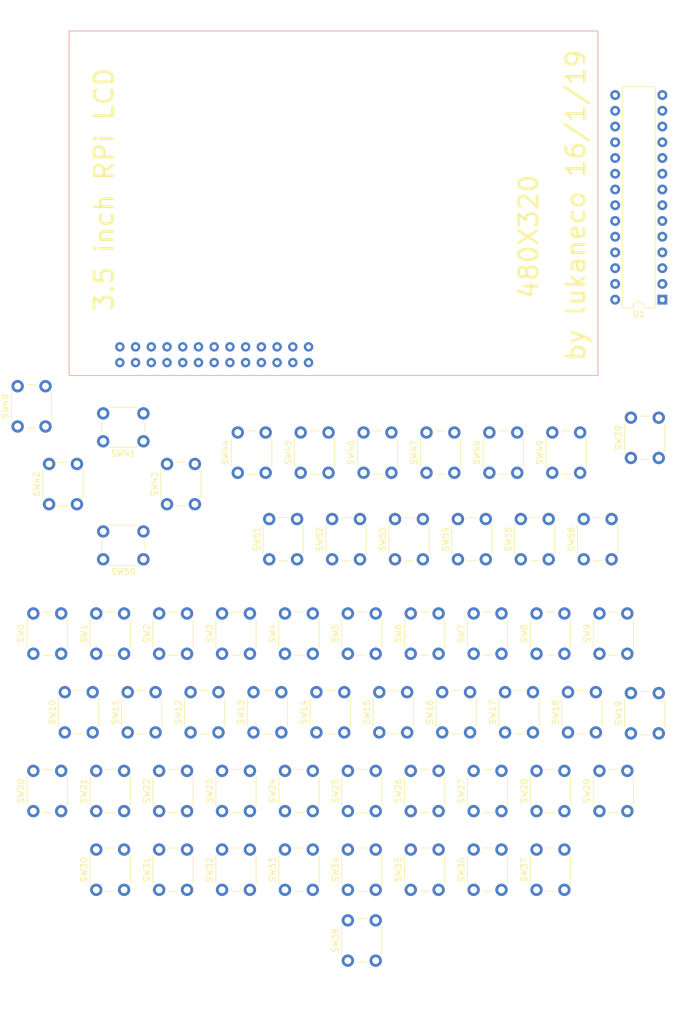
<source format=kicad_pcb>
(kicad_pcb (version 20171130) (host pcbnew "(5.0.2)-1")

  (general
    (thickness 1.6)
    (drawings 10)
    (tracks 0)
    (zones 0)
    (modules 59)
    (nets 116)
  )

  (page A4)
  (layers
    (0 F.Cu signal)
    (31 B.Cu signal)
    (32 B.Adhes user)
    (33 F.Adhes user)
    (34 B.Paste user)
    (35 F.Paste user)
    (36 B.SilkS user)
    (37 F.SilkS user)
    (38 B.Mask user)
    (39 F.Mask user)
    (40 Dwgs.User user)
    (41 Cmts.User user)
    (42 Eco1.User user)
    (43 Eco2.User user)
    (44 Edge.Cuts user)
    (45 Margin user)
    (46 B.CrtYd user)
    (47 F.CrtYd user)
    (48 B.Fab user)
    (49 F.Fab user)
  )

  (setup
    (last_trace_width 0.25)
    (trace_clearance 0.2)
    (zone_clearance 0.508)
    (zone_45_only no)
    (trace_min 0.2)
    (segment_width 0.2)
    (edge_width 0.15)
    (via_size 0.8)
    (via_drill 0.4)
    (via_min_size 0.4)
    (via_min_drill 0.3)
    (uvia_size 0.3)
    (uvia_drill 0.1)
    (uvias_allowed no)
    (uvia_min_size 0.2)
    (uvia_min_drill 0.1)
    (pcb_text_width 0.3)
    (pcb_text_size 1.5 1.5)
    (mod_edge_width 0.15)
    (mod_text_size 1 1)
    (mod_text_width 0.15)
    (pad_size 1.524 1.524)
    (pad_drill 0.762)
    (pad_to_mask_clearance 0.051)
    (solder_mask_min_width 0.25)
    (aux_axis_origin 78.74 76.2)
    (grid_origin 55.88 195.58)
    (visible_elements 7FFFFFFF)
    (pcbplotparams
      (layerselection 0x010fc_ffffffff)
      (usegerberextensions false)
      (usegerberattributes false)
      (usegerberadvancedattributes false)
      (creategerberjobfile false)
      (excludeedgelayer true)
      (linewidth 0.100000)
      (plotframeref false)
      (viasonmask false)
      (mode 1)
      (useauxorigin false)
      (hpglpennumber 1)
      (hpglpenspeed 20)
      (hpglpendiameter 15.000000)
      (psnegative false)
      (psa4output false)
      (plotreference true)
      (plotvalue true)
      (plotinvisibletext false)
      (padsonsilk false)
      (subtractmaskfromsilk false)
      (outputformat 1)
      (mirror false)
      (drillshape 1)
      (scaleselection 1)
      (outputdirectory ""))
  )

  (net 0 "")
  (net 1 "Net-(SW0-Pad2)")
  (net 2 "Net-(SW1-Pad2)")
  (net 3 "Net-(SW2-Pad2)")
  (net 4 "Net-(SW3-Pad2)")
  (net 5 "Net-(SW4-Pad2)")
  (net 6 "Net-(SW5-Pad2)")
  (net 7 "Net-(SW6-Pad2)")
  (net 8 "Net-(SW7-Pad2)")
  (net 9 "Net-(SW8-Pad2)")
  (net 10 "Net-(SW9-Pad2)")
  (net 11 "Net-(SW10-Pad2)")
  (net 12 "Net-(SW11-Pad2)")
  (net 13 "Net-(SW12-Pad2)")
  (net 14 "Net-(SW13-Pad2)")
  (net 15 "Net-(SW14-Pad2)")
  (net 16 "Net-(SW15-Pad2)")
  (net 17 "Net-(SW16-Pad2)")
  (net 18 "Net-(SW17-Pad2)")
  (net 19 "Net-(SW18-Pad2)")
  (net 20 "Net-(SW19-Pad2)")
  (net 21 "Net-(SW20-Pad2)")
  (net 22 "Net-(SW21-Pad2)")
  (net 23 "Net-(SW22-Pad2)")
  (net 24 "Net-(SW23-Pad2)")
  (net 25 "Net-(SW24-Pad2)")
  (net 26 "Net-(SW25-Pad2)")
  (net 27 "Net-(SW26-Pad2)")
  (net 28 "Net-(SW27-Pad2)")
  (net 29 "Net-(SW28-Pad2)")
  (net 30 "Net-(SW29-Pad2)")
  (net 31 "Net-(SW30-Pad2)")
  (net 32 "Net-(SW31-Pad2)")
  (net 33 "Net-(SW32-Pad2)")
  (net 34 "Net-(SW33-Pad2)")
  (net 35 "Net-(SW34-Pad2)")
  (net 36 "Net-(SW35-Pad2)")
  (net 37 "Net-(SW36-Pad2)")
  (net 38 "Net-(SW37-Pad2)")
  (net 39 "Net-(SW38-Pad2)")
  (net 40 "Net-(SW39-Pad2)")
  (net 41 "Net-(SW40-Pad2)")
  (net 42 "Net-(SW41-Pad2)")
  (net 43 "Net-(SW42-Pad2)")
  (net 44 "Net-(SW43-Pad2)")
  (net 45 "Net-(SW44-Pad2)")
  (net 46 "Net-(SW45-Pad2)")
  (net 47 "Net-(SW46-Pad2)")
  (net 48 "Net-(SW47-Pad2)")
  (net 49 "Net-(SW48-Pad2)")
  (net 50 "Net-(SW49-Pad2)")
  (net 51 "Net-(SW50-Pad2)")
  (net 52 "Net-(SW51-Pad2)")
  (net 53 "Net-(SW52-Pad2)")
  (net 54 "Net-(SW53-Pad2)")
  (net 55 "Net-(SW54-Pad2)")
  (net 56 "Net-(SW55-Pad2)")
  (net 57 "Net-(SW56-Pad2)")
  (net 58 "Net-(U1-Pad15)")
  (net 59 "Net-(U1-Pad16)")
  (net 60 "Net-(U1-Pad17)")
  (net 61 "Net-(U1-Pad18)")
  (net 62 "Net-(U1-Pad19)")
  (net 63 "Net-(U1-Pad6)")
  (net 64 "Net-(U1-Pad20)")
  (net 65 "Net-(U1-Pad7)")
  (net 66 "Net-(U1-Pad21)")
  (net 67 "Net-(U1-Pad22)")
  (net 68 "Net-(U1-Pad23)")
  (net 69 "Net-(U1-Pad24)")
  (net 70 "Net-(U1-Pad11)")
  (net 71 "Net-(U1-Pad25)")
  (net 72 "Net-(U1-Pad12)")
  (net 73 "Net-(U1-Pad26)")
  (net 74 "Net-(U1-Pad13)")
  (net 75 "Net-(U1-Pad27)")
  (net 76 "Net-(U1-Pad14)")
  (net 77 "Net-(U1-Pad28)")
  (net 78 Col2)
  (net 79 Col3)
  (net 80 Col4)
  (net 81 Col5)
  (net 82 Col0)
  (net 83 Col1)
  (net 84 Reset)
  (net 85 Serial_RX)
  (net 86 Serial_TX)
  (net 87 USB_D+)
  (net 88 USB_D-)
  (net 89 Osc1)
  (net 90 Osc2)
  (net 91 "Net-(DS1-Pad1)")
  (net 92 "Net-(DS1-Pad2)")
  (net 93 "Net-(DS1-Pad3)")
  (net 94 "Net-(DS1-Pad4)")
  (net 95 "Net-(DS1-Pad5)")
  (net 96 "Net-(DS1-Pad6)")
  (net 97 "Net-(DS1-Pad7)")
  (net 98 "Net-(DS1-Pad8)")
  (net 99 "Net-(DS1-Pad9)")
  (net 100 "Net-(DS1-Pad10)")
  (net 101 "Net-(DS1-Pad11)")
  (net 102 "Net-(DS1-Pad12)")
  (net 103 "Net-(DS1-Pad13)")
  (net 104 "Net-(DS1-Pad14)")
  (net 105 "Net-(DS1-Pad15)")
  (net 106 "Net-(DS1-Pad16)")
  (net 107 "Net-(DS1-Pad17)")
  (net 108 "Net-(DS1-Pad18)")
  (net 109 "Net-(DS1-Pad20)")
  (net 110 "Net-(DS1-Pad21)")
  (net 111 "Net-(DS1-Pad22)")
  (net 112 "Net-(DS1-Pad23)")
  (net 113 "Net-(DS1-Pad24)")
  (net 114 "Net-(DS1-Pad25)")
  (net 115 "Net-(DS1-Pad26)")

  (net_class Default "Esta es la clase de red por defecto."
    (clearance 0.2)
    (trace_width 0.25)
    (via_dia 0.8)
    (via_drill 0.4)
    (uvia_dia 0.3)
    (uvia_drill 0.1)
    (add_net Col0)
    (add_net Col1)
    (add_net Col2)
    (add_net Col3)
    (add_net Col4)
    (add_net Col5)
    (add_net "Net-(DS1-Pad1)")
    (add_net "Net-(DS1-Pad10)")
    (add_net "Net-(DS1-Pad11)")
    (add_net "Net-(DS1-Pad12)")
    (add_net "Net-(DS1-Pad13)")
    (add_net "Net-(DS1-Pad14)")
    (add_net "Net-(DS1-Pad15)")
    (add_net "Net-(DS1-Pad16)")
    (add_net "Net-(DS1-Pad17)")
    (add_net "Net-(DS1-Pad18)")
    (add_net "Net-(DS1-Pad2)")
    (add_net "Net-(DS1-Pad20)")
    (add_net "Net-(DS1-Pad21)")
    (add_net "Net-(DS1-Pad22)")
    (add_net "Net-(DS1-Pad23)")
    (add_net "Net-(DS1-Pad24)")
    (add_net "Net-(DS1-Pad25)")
    (add_net "Net-(DS1-Pad26)")
    (add_net "Net-(DS1-Pad3)")
    (add_net "Net-(DS1-Pad4)")
    (add_net "Net-(DS1-Pad5)")
    (add_net "Net-(DS1-Pad6)")
    (add_net "Net-(DS1-Pad7)")
    (add_net "Net-(DS1-Pad8)")
    (add_net "Net-(DS1-Pad9)")
    (add_net "Net-(SW0-Pad2)")
    (add_net "Net-(SW1-Pad2)")
    (add_net "Net-(SW10-Pad2)")
    (add_net "Net-(SW11-Pad2)")
    (add_net "Net-(SW12-Pad2)")
    (add_net "Net-(SW13-Pad2)")
    (add_net "Net-(SW14-Pad2)")
    (add_net "Net-(SW15-Pad2)")
    (add_net "Net-(SW16-Pad2)")
    (add_net "Net-(SW17-Pad2)")
    (add_net "Net-(SW18-Pad2)")
    (add_net "Net-(SW19-Pad2)")
    (add_net "Net-(SW2-Pad2)")
    (add_net "Net-(SW20-Pad2)")
    (add_net "Net-(SW21-Pad2)")
    (add_net "Net-(SW22-Pad2)")
    (add_net "Net-(SW23-Pad2)")
    (add_net "Net-(SW24-Pad2)")
    (add_net "Net-(SW25-Pad2)")
    (add_net "Net-(SW26-Pad2)")
    (add_net "Net-(SW27-Pad2)")
    (add_net "Net-(SW28-Pad2)")
    (add_net "Net-(SW29-Pad2)")
    (add_net "Net-(SW3-Pad2)")
    (add_net "Net-(SW30-Pad2)")
    (add_net "Net-(SW31-Pad2)")
    (add_net "Net-(SW32-Pad2)")
    (add_net "Net-(SW33-Pad2)")
    (add_net "Net-(SW34-Pad2)")
    (add_net "Net-(SW35-Pad2)")
    (add_net "Net-(SW36-Pad2)")
    (add_net "Net-(SW37-Pad2)")
    (add_net "Net-(SW38-Pad2)")
    (add_net "Net-(SW39-Pad2)")
    (add_net "Net-(SW4-Pad2)")
    (add_net "Net-(SW40-Pad2)")
    (add_net "Net-(SW41-Pad2)")
    (add_net "Net-(SW42-Pad2)")
    (add_net "Net-(SW43-Pad2)")
    (add_net "Net-(SW44-Pad2)")
    (add_net "Net-(SW45-Pad2)")
    (add_net "Net-(SW46-Pad2)")
    (add_net "Net-(SW47-Pad2)")
    (add_net "Net-(SW48-Pad2)")
    (add_net "Net-(SW49-Pad2)")
    (add_net "Net-(SW5-Pad2)")
    (add_net "Net-(SW50-Pad2)")
    (add_net "Net-(SW51-Pad2)")
    (add_net "Net-(SW52-Pad2)")
    (add_net "Net-(SW53-Pad2)")
    (add_net "Net-(SW54-Pad2)")
    (add_net "Net-(SW55-Pad2)")
    (add_net "Net-(SW56-Pad2)")
    (add_net "Net-(SW6-Pad2)")
    (add_net "Net-(SW7-Pad2)")
    (add_net "Net-(SW8-Pad2)")
    (add_net "Net-(SW9-Pad2)")
    (add_net "Net-(U1-Pad11)")
    (add_net "Net-(U1-Pad12)")
    (add_net "Net-(U1-Pad13)")
    (add_net "Net-(U1-Pad14)")
    (add_net "Net-(U1-Pad15)")
    (add_net "Net-(U1-Pad16)")
    (add_net "Net-(U1-Pad17)")
    (add_net "Net-(U1-Pad18)")
    (add_net "Net-(U1-Pad19)")
    (add_net "Net-(U1-Pad20)")
    (add_net "Net-(U1-Pad21)")
    (add_net "Net-(U1-Pad22)")
    (add_net "Net-(U1-Pad23)")
    (add_net "Net-(U1-Pad24)")
    (add_net "Net-(U1-Pad25)")
    (add_net "Net-(U1-Pad26)")
    (add_net "Net-(U1-Pad27)")
    (add_net "Net-(U1-Pad28)")
    (add_net "Net-(U1-Pad6)")
    (add_net "Net-(U1-Pad7)")
    (add_net Osc1)
    (add_net Osc2)
    (add_net Reset)
    (add_net Serial_RX)
    (add_net Serial_TX)
    (add_net USB_D+)
    (add_net USB_D-)
  )

  (module Button_Switch_THT:SW_PUSH_6mm (layer F.Cu) (tedit 5A02FE31) (tstamp 5C610F8A)
    (at 60.96 135.89 90)
    (descr https://www.omron.com/ecb/products/pdf/en-b3f.pdf)
    (tags "tact sw push 6mm")
    (path /5C547EE8)
    (fp_text reference SW0 (at 3.25 -2 90) (layer F.SilkS)
      (effects (font (size 1 1) (thickness 0.15)))
    )
    (fp_text value SW_Push (at 3.75 6.7 90) (layer F.Fab)
      (effects (font (size 1 1) (thickness 0.15)))
    )
    (fp_text user %R (at 3.25 2.25 90) (layer F.Fab)
      (effects (font (size 1 1) (thickness 0.15)))
    )
    (fp_line (start 3.25 -0.75) (end 6.25 -0.75) (layer F.Fab) (width 0.1))
    (fp_line (start 6.25 -0.75) (end 6.25 5.25) (layer F.Fab) (width 0.1))
    (fp_line (start 6.25 5.25) (end 0.25 5.25) (layer F.Fab) (width 0.1))
    (fp_line (start 0.25 5.25) (end 0.25 -0.75) (layer F.Fab) (width 0.1))
    (fp_line (start 0.25 -0.75) (end 3.25 -0.75) (layer F.Fab) (width 0.1))
    (fp_line (start 7.75 6) (end 8 6) (layer F.CrtYd) (width 0.05))
    (fp_line (start 8 6) (end 8 5.75) (layer F.CrtYd) (width 0.05))
    (fp_line (start 7.75 -1.5) (end 8 -1.5) (layer F.CrtYd) (width 0.05))
    (fp_line (start 8 -1.5) (end 8 -1.25) (layer F.CrtYd) (width 0.05))
    (fp_line (start -1.5 -1.25) (end -1.5 -1.5) (layer F.CrtYd) (width 0.05))
    (fp_line (start -1.5 -1.5) (end -1.25 -1.5) (layer F.CrtYd) (width 0.05))
    (fp_line (start -1.5 5.75) (end -1.5 6) (layer F.CrtYd) (width 0.05))
    (fp_line (start -1.5 6) (end -1.25 6) (layer F.CrtYd) (width 0.05))
    (fp_line (start -1.25 -1.5) (end 7.75 -1.5) (layer F.CrtYd) (width 0.05))
    (fp_line (start -1.5 5.75) (end -1.5 -1.25) (layer F.CrtYd) (width 0.05))
    (fp_line (start 7.75 6) (end -1.25 6) (layer F.CrtYd) (width 0.05))
    (fp_line (start 8 -1.25) (end 8 5.75) (layer F.CrtYd) (width 0.05))
    (fp_line (start 1 5.5) (end 5.5 5.5) (layer F.SilkS) (width 0.12))
    (fp_line (start -0.25 1.5) (end -0.25 3) (layer F.SilkS) (width 0.12))
    (fp_line (start 5.5 -1) (end 1 -1) (layer F.SilkS) (width 0.12))
    (fp_line (start 6.75 3) (end 6.75 1.5) (layer F.SilkS) (width 0.12))
    (fp_circle (center 3.25 2.25) (end 1.25 2.5) (layer F.Fab) (width 0.1))
    (pad 2 thru_hole circle (at 0 4.5 180) (size 2 2) (drill 1.1) (layers *.Cu *.Mask)
      (net 1 "Net-(SW0-Pad2)"))
    (pad 1 thru_hole circle (at 0 0 180) (size 2 2) (drill 1.1) (layers *.Cu *.Mask)
      (net 78 Col2))
    (pad 2 thru_hole circle (at 6.5 4.5 180) (size 2 2) (drill 1.1) (layers *.Cu *.Mask)
      (net 1 "Net-(SW0-Pad2)"))
    (pad 1 thru_hole circle (at 6.5 0 180) (size 2 2) (drill 1.1) (layers *.Cu *.Mask)
      (net 78 Col2))
    (model ${KISYS3DMOD}/Button_Switch_THT.3dshapes/SW_PUSH_6mm.wrl
      (at (xyz 0 0 0))
      (scale (xyz 1 1 1))
      (rotate (xyz 0 0 0))
    )
  )

  (module Button_Switch_THT:SW_PUSH_6mm (layer F.Cu) (tedit 5A02FE31) (tstamp 5C610FA9)
    (at 71.12 135.89 90)
    (descr https://www.omron.com/ecb/products/pdf/en-b3f.pdf)
    (tags "tact sw push 6mm")
    (path /5C547EEF)
    (fp_text reference SW1 (at 3.25 -2 90) (layer F.SilkS)
      (effects (font (size 1 1) (thickness 0.15)))
    )
    (fp_text value SW_Push (at 3.75 6.7 90) (layer F.Fab)
      (effects (font (size 1 1) (thickness 0.15)))
    )
    (fp_circle (center 3.25 2.25) (end 1.25 2.5) (layer F.Fab) (width 0.1))
    (fp_line (start 6.75 3) (end 6.75 1.5) (layer F.SilkS) (width 0.12))
    (fp_line (start 5.5 -1) (end 1 -1) (layer F.SilkS) (width 0.12))
    (fp_line (start -0.25 1.5) (end -0.25 3) (layer F.SilkS) (width 0.12))
    (fp_line (start 1 5.5) (end 5.5 5.5) (layer F.SilkS) (width 0.12))
    (fp_line (start 8 -1.25) (end 8 5.75) (layer F.CrtYd) (width 0.05))
    (fp_line (start 7.75 6) (end -1.25 6) (layer F.CrtYd) (width 0.05))
    (fp_line (start -1.5 5.75) (end -1.5 -1.25) (layer F.CrtYd) (width 0.05))
    (fp_line (start -1.25 -1.5) (end 7.75 -1.5) (layer F.CrtYd) (width 0.05))
    (fp_line (start -1.5 6) (end -1.25 6) (layer F.CrtYd) (width 0.05))
    (fp_line (start -1.5 5.75) (end -1.5 6) (layer F.CrtYd) (width 0.05))
    (fp_line (start -1.5 -1.5) (end -1.25 -1.5) (layer F.CrtYd) (width 0.05))
    (fp_line (start -1.5 -1.25) (end -1.5 -1.5) (layer F.CrtYd) (width 0.05))
    (fp_line (start 8 -1.5) (end 8 -1.25) (layer F.CrtYd) (width 0.05))
    (fp_line (start 7.75 -1.5) (end 8 -1.5) (layer F.CrtYd) (width 0.05))
    (fp_line (start 8 6) (end 8 5.75) (layer F.CrtYd) (width 0.05))
    (fp_line (start 7.75 6) (end 8 6) (layer F.CrtYd) (width 0.05))
    (fp_line (start 0.25 -0.75) (end 3.25 -0.75) (layer F.Fab) (width 0.1))
    (fp_line (start 0.25 5.25) (end 0.25 -0.75) (layer F.Fab) (width 0.1))
    (fp_line (start 6.25 5.25) (end 0.25 5.25) (layer F.Fab) (width 0.1))
    (fp_line (start 6.25 -0.75) (end 6.25 5.25) (layer F.Fab) (width 0.1))
    (fp_line (start 3.25 -0.75) (end 6.25 -0.75) (layer F.Fab) (width 0.1))
    (fp_text user %R (at 3.25 2.25 90) (layer F.Fab)
      (effects (font (size 1 1) (thickness 0.15)))
    )
    (pad 1 thru_hole circle (at 6.5 0 180) (size 2 2) (drill 1.1) (layers *.Cu *.Mask)
      (net 78 Col2))
    (pad 2 thru_hole circle (at 6.5 4.5 180) (size 2 2) (drill 1.1) (layers *.Cu *.Mask)
      (net 2 "Net-(SW1-Pad2)"))
    (pad 1 thru_hole circle (at 0 0 180) (size 2 2) (drill 1.1) (layers *.Cu *.Mask)
      (net 78 Col2))
    (pad 2 thru_hole circle (at 0 4.5 180) (size 2 2) (drill 1.1) (layers *.Cu *.Mask)
      (net 2 "Net-(SW1-Pad2)"))
    (model ${KISYS3DMOD}/Button_Switch_THT.3dshapes/SW_PUSH_6mm.wrl
      (at (xyz 0 0 0))
      (scale (xyz 1 1 1))
      (rotate (xyz 0 0 0))
    )
  )

  (module Button_Switch_THT:SW_PUSH_6mm (layer F.Cu) (tedit 5A02FE31) (tstamp 5C610FC8)
    (at 81.28 135.89 90)
    (descr https://www.omron.com/ecb/products/pdf/en-b3f.pdf)
    (tags "tact sw push 6mm")
    (path /5C547EF6)
    (fp_text reference SW2 (at 3.25 -2 90) (layer F.SilkS)
      (effects (font (size 1 1) (thickness 0.15)))
    )
    (fp_text value SW_Push (at 3.75 6.7 90) (layer F.Fab)
      (effects (font (size 1 1) (thickness 0.15)))
    )
    (fp_text user %R (at 3.25 2.25 90) (layer F.Fab)
      (effects (font (size 1 1) (thickness 0.15)))
    )
    (fp_line (start 3.25 -0.75) (end 6.25 -0.75) (layer F.Fab) (width 0.1))
    (fp_line (start 6.25 -0.75) (end 6.25 5.25) (layer F.Fab) (width 0.1))
    (fp_line (start 6.25 5.25) (end 0.25 5.25) (layer F.Fab) (width 0.1))
    (fp_line (start 0.25 5.25) (end 0.25 -0.75) (layer F.Fab) (width 0.1))
    (fp_line (start 0.25 -0.75) (end 3.25 -0.75) (layer F.Fab) (width 0.1))
    (fp_line (start 7.75 6) (end 8 6) (layer F.CrtYd) (width 0.05))
    (fp_line (start 8 6) (end 8 5.75) (layer F.CrtYd) (width 0.05))
    (fp_line (start 7.75 -1.5) (end 8 -1.5) (layer F.CrtYd) (width 0.05))
    (fp_line (start 8 -1.5) (end 8 -1.25) (layer F.CrtYd) (width 0.05))
    (fp_line (start -1.5 -1.25) (end -1.5 -1.5) (layer F.CrtYd) (width 0.05))
    (fp_line (start -1.5 -1.5) (end -1.25 -1.5) (layer F.CrtYd) (width 0.05))
    (fp_line (start -1.5 5.75) (end -1.5 6) (layer F.CrtYd) (width 0.05))
    (fp_line (start -1.5 6) (end -1.25 6) (layer F.CrtYd) (width 0.05))
    (fp_line (start -1.25 -1.5) (end 7.75 -1.5) (layer F.CrtYd) (width 0.05))
    (fp_line (start -1.5 5.75) (end -1.5 -1.25) (layer F.CrtYd) (width 0.05))
    (fp_line (start 7.75 6) (end -1.25 6) (layer F.CrtYd) (width 0.05))
    (fp_line (start 8 -1.25) (end 8 5.75) (layer F.CrtYd) (width 0.05))
    (fp_line (start 1 5.5) (end 5.5 5.5) (layer F.SilkS) (width 0.12))
    (fp_line (start -0.25 1.5) (end -0.25 3) (layer F.SilkS) (width 0.12))
    (fp_line (start 5.5 -1) (end 1 -1) (layer F.SilkS) (width 0.12))
    (fp_line (start 6.75 3) (end 6.75 1.5) (layer F.SilkS) (width 0.12))
    (fp_circle (center 3.25 2.25) (end 1.25 2.5) (layer F.Fab) (width 0.1))
    (pad 2 thru_hole circle (at 0 4.5 180) (size 2 2) (drill 1.1) (layers *.Cu *.Mask)
      (net 3 "Net-(SW2-Pad2)"))
    (pad 1 thru_hole circle (at 0 0 180) (size 2 2) (drill 1.1) (layers *.Cu *.Mask)
      (net 78 Col2))
    (pad 2 thru_hole circle (at 6.5 4.5 180) (size 2 2) (drill 1.1) (layers *.Cu *.Mask)
      (net 3 "Net-(SW2-Pad2)"))
    (pad 1 thru_hole circle (at 6.5 0 180) (size 2 2) (drill 1.1) (layers *.Cu *.Mask)
      (net 78 Col2))
    (model ${KISYS3DMOD}/Button_Switch_THT.3dshapes/SW_PUSH_6mm.wrl
      (at (xyz 0 0 0))
      (scale (xyz 1 1 1))
      (rotate (xyz 0 0 0))
    )
  )

  (module Button_Switch_THT:SW_PUSH_6mm (layer F.Cu) (tedit 5A02FE31) (tstamp 5C610FE7)
    (at 91.44 135.89 90)
    (descr https://www.omron.com/ecb/products/pdf/en-b3f.pdf)
    (tags "tact sw push 6mm")
    (path /5C547EFD)
    (fp_text reference SW3 (at 3.25 -2 90) (layer F.SilkS)
      (effects (font (size 1 1) (thickness 0.15)))
    )
    (fp_text value SW_Push (at 3.75 6.7 90) (layer F.Fab)
      (effects (font (size 1 1) (thickness 0.15)))
    )
    (fp_text user %R (at 3.25 2.25 90) (layer F.Fab)
      (effects (font (size 1 1) (thickness 0.15)))
    )
    (fp_line (start 3.25 -0.75) (end 6.25 -0.75) (layer F.Fab) (width 0.1))
    (fp_line (start 6.25 -0.75) (end 6.25 5.25) (layer F.Fab) (width 0.1))
    (fp_line (start 6.25 5.25) (end 0.25 5.25) (layer F.Fab) (width 0.1))
    (fp_line (start 0.25 5.25) (end 0.25 -0.75) (layer F.Fab) (width 0.1))
    (fp_line (start 0.25 -0.75) (end 3.25 -0.75) (layer F.Fab) (width 0.1))
    (fp_line (start 7.75 6) (end 8 6) (layer F.CrtYd) (width 0.05))
    (fp_line (start 8 6) (end 8 5.75) (layer F.CrtYd) (width 0.05))
    (fp_line (start 7.75 -1.5) (end 8 -1.5) (layer F.CrtYd) (width 0.05))
    (fp_line (start 8 -1.5) (end 8 -1.25) (layer F.CrtYd) (width 0.05))
    (fp_line (start -1.5 -1.25) (end -1.5 -1.5) (layer F.CrtYd) (width 0.05))
    (fp_line (start -1.5 -1.5) (end -1.25 -1.5) (layer F.CrtYd) (width 0.05))
    (fp_line (start -1.5 5.75) (end -1.5 6) (layer F.CrtYd) (width 0.05))
    (fp_line (start -1.5 6) (end -1.25 6) (layer F.CrtYd) (width 0.05))
    (fp_line (start -1.25 -1.5) (end 7.75 -1.5) (layer F.CrtYd) (width 0.05))
    (fp_line (start -1.5 5.75) (end -1.5 -1.25) (layer F.CrtYd) (width 0.05))
    (fp_line (start 7.75 6) (end -1.25 6) (layer F.CrtYd) (width 0.05))
    (fp_line (start 8 -1.25) (end 8 5.75) (layer F.CrtYd) (width 0.05))
    (fp_line (start 1 5.5) (end 5.5 5.5) (layer F.SilkS) (width 0.12))
    (fp_line (start -0.25 1.5) (end -0.25 3) (layer F.SilkS) (width 0.12))
    (fp_line (start 5.5 -1) (end 1 -1) (layer F.SilkS) (width 0.12))
    (fp_line (start 6.75 3) (end 6.75 1.5) (layer F.SilkS) (width 0.12))
    (fp_circle (center 3.25 2.25) (end 1.25 2.5) (layer F.Fab) (width 0.1))
    (pad 2 thru_hole circle (at 0 4.5 180) (size 2 2) (drill 1.1) (layers *.Cu *.Mask)
      (net 4 "Net-(SW3-Pad2)"))
    (pad 1 thru_hole circle (at 0 0 180) (size 2 2) (drill 1.1) (layers *.Cu *.Mask)
      (net 78 Col2))
    (pad 2 thru_hole circle (at 6.5 4.5 180) (size 2 2) (drill 1.1) (layers *.Cu *.Mask)
      (net 4 "Net-(SW3-Pad2)"))
    (pad 1 thru_hole circle (at 6.5 0 180) (size 2 2) (drill 1.1) (layers *.Cu *.Mask)
      (net 78 Col2))
    (model ${KISYS3DMOD}/Button_Switch_THT.3dshapes/SW_PUSH_6mm.wrl
      (at (xyz 0 0 0))
      (scale (xyz 1 1 1))
      (rotate (xyz 0 0 0))
    )
  )

  (module Button_Switch_THT:SW_PUSH_6mm (layer F.Cu) (tedit 5A02FE31) (tstamp 5C611006)
    (at 101.6 135.89 90)
    (descr https://www.omron.com/ecb/products/pdf/en-b3f.pdf)
    (tags "tact sw push 6mm")
    (path /5C547F04)
    (fp_text reference SW4 (at 3.25 -2 90) (layer F.SilkS)
      (effects (font (size 1 1) (thickness 0.15)))
    )
    (fp_text value SW_Push (at 3.75 6.7 90) (layer F.Fab)
      (effects (font (size 1 1) (thickness 0.15)))
    )
    (fp_circle (center 3.25 2.25) (end 1.25 2.5) (layer F.Fab) (width 0.1))
    (fp_line (start 6.75 3) (end 6.75 1.5) (layer F.SilkS) (width 0.12))
    (fp_line (start 5.5 -1) (end 1 -1) (layer F.SilkS) (width 0.12))
    (fp_line (start -0.25 1.5) (end -0.25 3) (layer F.SilkS) (width 0.12))
    (fp_line (start 1 5.5) (end 5.5 5.5) (layer F.SilkS) (width 0.12))
    (fp_line (start 8 -1.25) (end 8 5.75) (layer F.CrtYd) (width 0.05))
    (fp_line (start 7.75 6) (end -1.25 6) (layer F.CrtYd) (width 0.05))
    (fp_line (start -1.5 5.75) (end -1.5 -1.25) (layer F.CrtYd) (width 0.05))
    (fp_line (start -1.25 -1.5) (end 7.75 -1.5) (layer F.CrtYd) (width 0.05))
    (fp_line (start -1.5 6) (end -1.25 6) (layer F.CrtYd) (width 0.05))
    (fp_line (start -1.5 5.75) (end -1.5 6) (layer F.CrtYd) (width 0.05))
    (fp_line (start -1.5 -1.5) (end -1.25 -1.5) (layer F.CrtYd) (width 0.05))
    (fp_line (start -1.5 -1.25) (end -1.5 -1.5) (layer F.CrtYd) (width 0.05))
    (fp_line (start 8 -1.5) (end 8 -1.25) (layer F.CrtYd) (width 0.05))
    (fp_line (start 7.75 -1.5) (end 8 -1.5) (layer F.CrtYd) (width 0.05))
    (fp_line (start 8 6) (end 8 5.75) (layer F.CrtYd) (width 0.05))
    (fp_line (start 7.75 6) (end 8 6) (layer F.CrtYd) (width 0.05))
    (fp_line (start 0.25 -0.75) (end 3.25 -0.75) (layer F.Fab) (width 0.1))
    (fp_line (start 0.25 5.25) (end 0.25 -0.75) (layer F.Fab) (width 0.1))
    (fp_line (start 6.25 5.25) (end 0.25 5.25) (layer F.Fab) (width 0.1))
    (fp_line (start 6.25 -0.75) (end 6.25 5.25) (layer F.Fab) (width 0.1))
    (fp_line (start 3.25 -0.75) (end 6.25 -0.75) (layer F.Fab) (width 0.1))
    (fp_text user %R (at 3.25 2.25 90) (layer F.Fab)
      (effects (font (size 1 1) (thickness 0.15)))
    )
    (pad 1 thru_hole circle (at 6.5 0 180) (size 2 2) (drill 1.1) (layers *.Cu *.Mask)
      (net 78 Col2))
    (pad 2 thru_hole circle (at 6.5 4.5 180) (size 2 2) (drill 1.1) (layers *.Cu *.Mask)
      (net 5 "Net-(SW4-Pad2)"))
    (pad 1 thru_hole circle (at 0 0 180) (size 2 2) (drill 1.1) (layers *.Cu *.Mask)
      (net 78 Col2))
    (pad 2 thru_hole circle (at 0 4.5 180) (size 2 2) (drill 1.1) (layers *.Cu *.Mask)
      (net 5 "Net-(SW4-Pad2)"))
    (model ${KISYS3DMOD}/Button_Switch_THT.3dshapes/SW_PUSH_6mm.wrl
      (at (xyz 0 0 0))
      (scale (xyz 1 1 1))
      (rotate (xyz 0 0 0))
    )
  )

  (module Button_Switch_THT:SW_PUSH_6mm (layer F.Cu) (tedit 5A02FE31) (tstamp 5C611025)
    (at 111.76 135.89 90)
    (descr https://www.omron.com/ecb/products/pdf/en-b3f.pdf)
    (tags "tact sw push 6mm")
    (path /5C547F0B)
    (fp_text reference SW5 (at 3.25 -2 90) (layer F.SilkS)
      (effects (font (size 1 1) (thickness 0.15)))
    )
    (fp_text value SW_Push (at 3.75 6.7 90) (layer F.Fab)
      (effects (font (size 1 1) (thickness 0.15)))
    )
    (fp_text user %R (at 3.25 2.25 90) (layer F.Fab)
      (effects (font (size 1 1) (thickness 0.15)))
    )
    (fp_line (start 3.25 -0.75) (end 6.25 -0.75) (layer F.Fab) (width 0.1))
    (fp_line (start 6.25 -0.75) (end 6.25 5.25) (layer F.Fab) (width 0.1))
    (fp_line (start 6.25 5.25) (end 0.25 5.25) (layer F.Fab) (width 0.1))
    (fp_line (start 0.25 5.25) (end 0.25 -0.75) (layer F.Fab) (width 0.1))
    (fp_line (start 0.25 -0.75) (end 3.25 -0.75) (layer F.Fab) (width 0.1))
    (fp_line (start 7.75 6) (end 8 6) (layer F.CrtYd) (width 0.05))
    (fp_line (start 8 6) (end 8 5.75) (layer F.CrtYd) (width 0.05))
    (fp_line (start 7.75 -1.5) (end 8 -1.5) (layer F.CrtYd) (width 0.05))
    (fp_line (start 8 -1.5) (end 8 -1.25) (layer F.CrtYd) (width 0.05))
    (fp_line (start -1.5 -1.25) (end -1.5 -1.5) (layer F.CrtYd) (width 0.05))
    (fp_line (start -1.5 -1.5) (end -1.25 -1.5) (layer F.CrtYd) (width 0.05))
    (fp_line (start -1.5 5.75) (end -1.5 6) (layer F.CrtYd) (width 0.05))
    (fp_line (start -1.5 6) (end -1.25 6) (layer F.CrtYd) (width 0.05))
    (fp_line (start -1.25 -1.5) (end 7.75 -1.5) (layer F.CrtYd) (width 0.05))
    (fp_line (start -1.5 5.75) (end -1.5 -1.25) (layer F.CrtYd) (width 0.05))
    (fp_line (start 7.75 6) (end -1.25 6) (layer F.CrtYd) (width 0.05))
    (fp_line (start 8 -1.25) (end 8 5.75) (layer F.CrtYd) (width 0.05))
    (fp_line (start 1 5.5) (end 5.5 5.5) (layer F.SilkS) (width 0.12))
    (fp_line (start -0.25 1.5) (end -0.25 3) (layer F.SilkS) (width 0.12))
    (fp_line (start 5.5 -1) (end 1 -1) (layer F.SilkS) (width 0.12))
    (fp_line (start 6.75 3) (end 6.75 1.5) (layer F.SilkS) (width 0.12))
    (fp_circle (center 3.25 2.25) (end 1.25 2.5) (layer F.Fab) (width 0.1))
    (pad 2 thru_hole circle (at 0 4.5 180) (size 2 2) (drill 1.1) (layers *.Cu *.Mask)
      (net 6 "Net-(SW5-Pad2)"))
    (pad 1 thru_hole circle (at 0 0 180) (size 2 2) (drill 1.1) (layers *.Cu *.Mask)
      (net 78 Col2))
    (pad 2 thru_hole circle (at 6.5 4.5 180) (size 2 2) (drill 1.1) (layers *.Cu *.Mask)
      (net 6 "Net-(SW5-Pad2)"))
    (pad 1 thru_hole circle (at 6.5 0 180) (size 2 2) (drill 1.1) (layers *.Cu *.Mask)
      (net 78 Col2))
    (model ${KISYS3DMOD}/Button_Switch_THT.3dshapes/SW_PUSH_6mm.wrl
      (at (xyz 0 0 0))
      (scale (xyz 1 1 1))
      (rotate (xyz 0 0 0))
    )
  )

  (module Button_Switch_THT:SW_PUSH_6mm (layer F.Cu) (tedit 5A02FE31) (tstamp 5C611044)
    (at 121.92 135.89 90)
    (descr https://www.omron.com/ecb/products/pdf/en-b3f.pdf)
    (tags "tact sw push 6mm")
    (path /5C548031)
    (fp_text reference SW6 (at 3.25 -2 90) (layer F.SilkS)
      (effects (font (size 1 1) (thickness 0.15)))
    )
    (fp_text value SW_Push (at 3.75 6.7 90) (layer F.Fab)
      (effects (font (size 1 1) (thickness 0.15)))
    )
    (fp_text user %R (at 3.25 2.25 90) (layer F.Fab)
      (effects (font (size 1 1) (thickness 0.15)))
    )
    (fp_line (start 3.25 -0.75) (end 6.25 -0.75) (layer F.Fab) (width 0.1))
    (fp_line (start 6.25 -0.75) (end 6.25 5.25) (layer F.Fab) (width 0.1))
    (fp_line (start 6.25 5.25) (end 0.25 5.25) (layer F.Fab) (width 0.1))
    (fp_line (start 0.25 5.25) (end 0.25 -0.75) (layer F.Fab) (width 0.1))
    (fp_line (start 0.25 -0.75) (end 3.25 -0.75) (layer F.Fab) (width 0.1))
    (fp_line (start 7.75 6) (end 8 6) (layer F.CrtYd) (width 0.05))
    (fp_line (start 8 6) (end 8 5.75) (layer F.CrtYd) (width 0.05))
    (fp_line (start 7.75 -1.5) (end 8 -1.5) (layer F.CrtYd) (width 0.05))
    (fp_line (start 8 -1.5) (end 8 -1.25) (layer F.CrtYd) (width 0.05))
    (fp_line (start -1.5 -1.25) (end -1.5 -1.5) (layer F.CrtYd) (width 0.05))
    (fp_line (start -1.5 -1.5) (end -1.25 -1.5) (layer F.CrtYd) (width 0.05))
    (fp_line (start -1.5 5.75) (end -1.5 6) (layer F.CrtYd) (width 0.05))
    (fp_line (start -1.5 6) (end -1.25 6) (layer F.CrtYd) (width 0.05))
    (fp_line (start -1.25 -1.5) (end 7.75 -1.5) (layer F.CrtYd) (width 0.05))
    (fp_line (start -1.5 5.75) (end -1.5 -1.25) (layer F.CrtYd) (width 0.05))
    (fp_line (start 7.75 6) (end -1.25 6) (layer F.CrtYd) (width 0.05))
    (fp_line (start 8 -1.25) (end 8 5.75) (layer F.CrtYd) (width 0.05))
    (fp_line (start 1 5.5) (end 5.5 5.5) (layer F.SilkS) (width 0.12))
    (fp_line (start -0.25 1.5) (end -0.25 3) (layer F.SilkS) (width 0.12))
    (fp_line (start 5.5 -1) (end 1 -1) (layer F.SilkS) (width 0.12))
    (fp_line (start 6.75 3) (end 6.75 1.5) (layer F.SilkS) (width 0.12))
    (fp_circle (center 3.25 2.25) (end 1.25 2.5) (layer F.Fab) (width 0.1))
    (pad 2 thru_hole circle (at 0 4.5 180) (size 2 2) (drill 1.1) (layers *.Cu *.Mask)
      (net 7 "Net-(SW6-Pad2)"))
    (pad 1 thru_hole circle (at 0 0 180) (size 2 2) (drill 1.1) (layers *.Cu *.Mask)
      (net 78 Col2))
    (pad 2 thru_hole circle (at 6.5 4.5 180) (size 2 2) (drill 1.1) (layers *.Cu *.Mask)
      (net 7 "Net-(SW6-Pad2)"))
    (pad 1 thru_hole circle (at 6.5 0 180) (size 2 2) (drill 1.1) (layers *.Cu *.Mask)
      (net 78 Col2))
    (model ${KISYS3DMOD}/Button_Switch_THT.3dshapes/SW_PUSH_6mm.wrl
      (at (xyz 0 0 0))
      (scale (xyz 1 1 1))
      (rotate (xyz 0 0 0))
    )
  )

  (module Button_Switch_THT:SW_PUSH_6mm (layer F.Cu) (tedit 5A02FE31) (tstamp 5C611063)
    (at 132.08 135.89 90)
    (descr https://www.omron.com/ecb/products/pdf/en-b3f.pdf)
    (tags "tact sw push 6mm")
    (path /5C548038)
    (fp_text reference SW7 (at 3.25 -2 90) (layer F.SilkS)
      (effects (font (size 1 1) (thickness 0.15)))
    )
    (fp_text value SW_Push (at 3.75 6.7 90) (layer F.Fab)
      (effects (font (size 1 1) (thickness 0.15)))
    )
    (fp_circle (center 3.25 2.25) (end 1.25 2.5) (layer F.Fab) (width 0.1))
    (fp_line (start 6.75 3) (end 6.75 1.5) (layer F.SilkS) (width 0.12))
    (fp_line (start 5.5 -1) (end 1 -1) (layer F.SilkS) (width 0.12))
    (fp_line (start -0.25 1.5) (end -0.25 3) (layer F.SilkS) (width 0.12))
    (fp_line (start 1 5.5) (end 5.5 5.5) (layer F.SilkS) (width 0.12))
    (fp_line (start 8 -1.25) (end 8 5.75) (layer F.CrtYd) (width 0.05))
    (fp_line (start 7.75 6) (end -1.25 6) (layer F.CrtYd) (width 0.05))
    (fp_line (start -1.5 5.75) (end -1.5 -1.25) (layer F.CrtYd) (width 0.05))
    (fp_line (start -1.25 -1.5) (end 7.75 -1.5) (layer F.CrtYd) (width 0.05))
    (fp_line (start -1.5 6) (end -1.25 6) (layer F.CrtYd) (width 0.05))
    (fp_line (start -1.5 5.75) (end -1.5 6) (layer F.CrtYd) (width 0.05))
    (fp_line (start -1.5 -1.5) (end -1.25 -1.5) (layer F.CrtYd) (width 0.05))
    (fp_line (start -1.5 -1.25) (end -1.5 -1.5) (layer F.CrtYd) (width 0.05))
    (fp_line (start 8 -1.5) (end 8 -1.25) (layer F.CrtYd) (width 0.05))
    (fp_line (start 7.75 -1.5) (end 8 -1.5) (layer F.CrtYd) (width 0.05))
    (fp_line (start 8 6) (end 8 5.75) (layer F.CrtYd) (width 0.05))
    (fp_line (start 7.75 6) (end 8 6) (layer F.CrtYd) (width 0.05))
    (fp_line (start 0.25 -0.75) (end 3.25 -0.75) (layer F.Fab) (width 0.1))
    (fp_line (start 0.25 5.25) (end 0.25 -0.75) (layer F.Fab) (width 0.1))
    (fp_line (start 6.25 5.25) (end 0.25 5.25) (layer F.Fab) (width 0.1))
    (fp_line (start 6.25 -0.75) (end 6.25 5.25) (layer F.Fab) (width 0.1))
    (fp_line (start 3.25 -0.75) (end 6.25 -0.75) (layer F.Fab) (width 0.1))
    (fp_text user %R (at 3.25 2.25 90) (layer F.Fab)
      (effects (font (size 1 1) (thickness 0.15)))
    )
    (pad 1 thru_hole circle (at 6.5 0 180) (size 2 2) (drill 1.1) (layers *.Cu *.Mask)
      (net 78 Col2))
    (pad 2 thru_hole circle (at 6.5 4.5 180) (size 2 2) (drill 1.1) (layers *.Cu *.Mask)
      (net 8 "Net-(SW7-Pad2)"))
    (pad 1 thru_hole circle (at 0 0 180) (size 2 2) (drill 1.1) (layers *.Cu *.Mask)
      (net 78 Col2))
    (pad 2 thru_hole circle (at 0 4.5 180) (size 2 2) (drill 1.1) (layers *.Cu *.Mask)
      (net 8 "Net-(SW7-Pad2)"))
    (model ${KISYS3DMOD}/Button_Switch_THT.3dshapes/SW_PUSH_6mm.wrl
      (at (xyz 0 0 0))
      (scale (xyz 1 1 1))
      (rotate (xyz 0 0 0))
    )
  )

  (module Button_Switch_THT:SW_PUSH_6mm (layer F.Cu) (tedit 5A02FE31) (tstamp 5C611082)
    (at 142.24 135.89 90)
    (descr https://www.omron.com/ecb/products/pdf/en-b3f.pdf)
    (tags "tact sw push 6mm")
    (path /5C54803F)
    (fp_text reference SW8 (at 3.25 -2 90) (layer F.SilkS)
      (effects (font (size 1 1) (thickness 0.15)))
    )
    (fp_text value SW_Push (at 3.75 6.7 90) (layer F.Fab)
      (effects (font (size 1 1) (thickness 0.15)))
    )
    (fp_circle (center 3.25 2.25) (end 1.25 2.5) (layer F.Fab) (width 0.1))
    (fp_line (start 6.75 3) (end 6.75 1.5) (layer F.SilkS) (width 0.12))
    (fp_line (start 5.5 -1) (end 1 -1) (layer F.SilkS) (width 0.12))
    (fp_line (start -0.25 1.5) (end -0.25 3) (layer F.SilkS) (width 0.12))
    (fp_line (start 1 5.5) (end 5.5 5.5) (layer F.SilkS) (width 0.12))
    (fp_line (start 8 -1.25) (end 8 5.75) (layer F.CrtYd) (width 0.05))
    (fp_line (start 7.75 6) (end -1.25 6) (layer F.CrtYd) (width 0.05))
    (fp_line (start -1.5 5.75) (end -1.5 -1.25) (layer F.CrtYd) (width 0.05))
    (fp_line (start -1.25 -1.5) (end 7.75 -1.5) (layer F.CrtYd) (width 0.05))
    (fp_line (start -1.5 6) (end -1.25 6) (layer F.CrtYd) (width 0.05))
    (fp_line (start -1.5 5.75) (end -1.5 6) (layer F.CrtYd) (width 0.05))
    (fp_line (start -1.5 -1.5) (end -1.25 -1.5) (layer F.CrtYd) (width 0.05))
    (fp_line (start -1.5 -1.25) (end -1.5 -1.5) (layer F.CrtYd) (width 0.05))
    (fp_line (start 8 -1.5) (end 8 -1.25) (layer F.CrtYd) (width 0.05))
    (fp_line (start 7.75 -1.5) (end 8 -1.5) (layer F.CrtYd) (width 0.05))
    (fp_line (start 8 6) (end 8 5.75) (layer F.CrtYd) (width 0.05))
    (fp_line (start 7.75 6) (end 8 6) (layer F.CrtYd) (width 0.05))
    (fp_line (start 0.25 -0.75) (end 3.25 -0.75) (layer F.Fab) (width 0.1))
    (fp_line (start 0.25 5.25) (end 0.25 -0.75) (layer F.Fab) (width 0.1))
    (fp_line (start 6.25 5.25) (end 0.25 5.25) (layer F.Fab) (width 0.1))
    (fp_line (start 6.25 -0.75) (end 6.25 5.25) (layer F.Fab) (width 0.1))
    (fp_line (start 3.25 -0.75) (end 6.25 -0.75) (layer F.Fab) (width 0.1))
    (fp_text user %R (at 3.25 2.25 90) (layer F.Fab)
      (effects (font (size 1 1) (thickness 0.15)))
    )
    (pad 1 thru_hole circle (at 6.5 0 180) (size 2 2) (drill 1.1) (layers *.Cu *.Mask)
      (net 78 Col2))
    (pad 2 thru_hole circle (at 6.5 4.5 180) (size 2 2) (drill 1.1) (layers *.Cu *.Mask)
      (net 9 "Net-(SW8-Pad2)"))
    (pad 1 thru_hole circle (at 0 0 180) (size 2 2) (drill 1.1) (layers *.Cu *.Mask)
      (net 78 Col2))
    (pad 2 thru_hole circle (at 0 4.5 180) (size 2 2) (drill 1.1) (layers *.Cu *.Mask)
      (net 9 "Net-(SW8-Pad2)"))
    (model ${KISYS3DMOD}/Button_Switch_THT.3dshapes/SW_PUSH_6mm.wrl
      (at (xyz 0 0 0))
      (scale (xyz 1 1 1))
      (rotate (xyz 0 0 0))
    )
  )

  (module Button_Switch_THT:SW_PUSH_6mm (layer F.Cu) (tedit 5A02FE31) (tstamp 5C6110A1)
    (at 152.4 135.89 90)
    (descr https://www.omron.com/ecb/products/pdf/en-b3f.pdf)
    (tags "tact sw push 6mm")
    (path /5C548046)
    (fp_text reference SW9 (at 3.25 -2 90) (layer F.SilkS)
      (effects (font (size 1 1) (thickness 0.15)))
    )
    (fp_text value SW_Push (at 3.75 6.7 90) (layer F.Fab)
      (effects (font (size 1 1) (thickness 0.15)))
    )
    (fp_text user %R (at 3.25 2.25 90) (layer F.Fab)
      (effects (font (size 1 1) (thickness 0.15)))
    )
    (fp_line (start 3.25 -0.75) (end 6.25 -0.75) (layer F.Fab) (width 0.1))
    (fp_line (start 6.25 -0.75) (end 6.25 5.25) (layer F.Fab) (width 0.1))
    (fp_line (start 6.25 5.25) (end 0.25 5.25) (layer F.Fab) (width 0.1))
    (fp_line (start 0.25 5.25) (end 0.25 -0.75) (layer F.Fab) (width 0.1))
    (fp_line (start 0.25 -0.75) (end 3.25 -0.75) (layer F.Fab) (width 0.1))
    (fp_line (start 7.75 6) (end 8 6) (layer F.CrtYd) (width 0.05))
    (fp_line (start 8 6) (end 8 5.75) (layer F.CrtYd) (width 0.05))
    (fp_line (start 7.75 -1.5) (end 8 -1.5) (layer F.CrtYd) (width 0.05))
    (fp_line (start 8 -1.5) (end 8 -1.25) (layer F.CrtYd) (width 0.05))
    (fp_line (start -1.5 -1.25) (end -1.5 -1.5) (layer F.CrtYd) (width 0.05))
    (fp_line (start -1.5 -1.5) (end -1.25 -1.5) (layer F.CrtYd) (width 0.05))
    (fp_line (start -1.5 5.75) (end -1.5 6) (layer F.CrtYd) (width 0.05))
    (fp_line (start -1.5 6) (end -1.25 6) (layer F.CrtYd) (width 0.05))
    (fp_line (start -1.25 -1.5) (end 7.75 -1.5) (layer F.CrtYd) (width 0.05))
    (fp_line (start -1.5 5.75) (end -1.5 -1.25) (layer F.CrtYd) (width 0.05))
    (fp_line (start 7.75 6) (end -1.25 6) (layer F.CrtYd) (width 0.05))
    (fp_line (start 8 -1.25) (end 8 5.75) (layer F.CrtYd) (width 0.05))
    (fp_line (start 1 5.5) (end 5.5 5.5) (layer F.SilkS) (width 0.12))
    (fp_line (start -0.25 1.5) (end -0.25 3) (layer F.SilkS) (width 0.12))
    (fp_line (start 5.5 -1) (end 1 -1) (layer F.SilkS) (width 0.12))
    (fp_line (start 6.75 3) (end 6.75 1.5) (layer F.SilkS) (width 0.12))
    (fp_circle (center 3.25 2.25) (end 1.25 2.5) (layer F.Fab) (width 0.1))
    (pad 2 thru_hole circle (at 0 4.5 180) (size 2 2) (drill 1.1) (layers *.Cu *.Mask)
      (net 10 "Net-(SW9-Pad2)"))
    (pad 1 thru_hole circle (at 0 0 180) (size 2 2) (drill 1.1) (layers *.Cu *.Mask)
      (net 78 Col2))
    (pad 2 thru_hole circle (at 6.5 4.5 180) (size 2 2) (drill 1.1) (layers *.Cu *.Mask)
      (net 10 "Net-(SW9-Pad2)"))
    (pad 1 thru_hole circle (at 6.5 0 180) (size 2 2) (drill 1.1) (layers *.Cu *.Mask)
      (net 78 Col2))
    (model ${KISYS3DMOD}/Button_Switch_THT.3dshapes/SW_PUSH_6mm.wrl
      (at (xyz 0 0 0))
      (scale (xyz 1 1 1))
      (rotate (xyz 0 0 0))
    )
  )

  (module Button_Switch_THT:SW_PUSH_6mm (layer F.Cu) (tedit 5A02FE31) (tstamp 5C6110C0)
    (at 66.04 148.59 90)
    (descr https://www.omron.com/ecb/products/pdf/en-b3f.pdf)
    (tags "tact sw push 6mm")
    (path /5C548195)
    (fp_text reference SW10 (at 3.25 -2 90) (layer F.SilkS)
      (effects (font (size 1 1) (thickness 0.15)))
    )
    (fp_text value SW_Push (at 3.75 6.7 90) (layer F.Fab)
      (effects (font (size 1 1) (thickness 0.15)))
    )
    (fp_circle (center 3.25 2.25) (end 1.25 2.5) (layer F.Fab) (width 0.1))
    (fp_line (start 6.75 3) (end 6.75 1.5) (layer F.SilkS) (width 0.12))
    (fp_line (start 5.5 -1) (end 1 -1) (layer F.SilkS) (width 0.12))
    (fp_line (start -0.25 1.5) (end -0.25 3) (layer F.SilkS) (width 0.12))
    (fp_line (start 1 5.5) (end 5.5 5.5) (layer F.SilkS) (width 0.12))
    (fp_line (start 8 -1.25) (end 8 5.75) (layer F.CrtYd) (width 0.05))
    (fp_line (start 7.75 6) (end -1.25 6) (layer F.CrtYd) (width 0.05))
    (fp_line (start -1.5 5.75) (end -1.5 -1.25) (layer F.CrtYd) (width 0.05))
    (fp_line (start -1.25 -1.5) (end 7.75 -1.5) (layer F.CrtYd) (width 0.05))
    (fp_line (start -1.5 6) (end -1.25 6) (layer F.CrtYd) (width 0.05))
    (fp_line (start -1.5 5.75) (end -1.5 6) (layer F.CrtYd) (width 0.05))
    (fp_line (start -1.5 -1.5) (end -1.25 -1.5) (layer F.CrtYd) (width 0.05))
    (fp_line (start -1.5 -1.25) (end -1.5 -1.5) (layer F.CrtYd) (width 0.05))
    (fp_line (start 8 -1.5) (end 8 -1.25) (layer F.CrtYd) (width 0.05))
    (fp_line (start 7.75 -1.5) (end 8 -1.5) (layer F.CrtYd) (width 0.05))
    (fp_line (start 8 6) (end 8 5.75) (layer F.CrtYd) (width 0.05))
    (fp_line (start 7.75 6) (end 8 6) (layer F.CrtYd) (width 0.05))
    (fp_line (start 0.25 -0.75) (end 3.25 -0.75) (layer F.Fab) (width 0.1))
    (fp_line (start 0.25 5.25) (end 0.25 -0.75) (layer F.Fab) (width 0.1))
    (fp_line (start 6.25 5.25) (end 0.25 5.25) (layer F.Fab) (width 0.1))
    (fp_line (start 6.25 -0.75) (end 6.25 5.25) (layer F.Fab) (width 0.1))
    (fp_line (start 3.25 -0.75) (end 6.25 -0.75) (layer F.Fab) (width 0.1))
    (fp_text user %R (at 3.25 2.25 90) (layer F.Fab)
      (effects (font (size 1 1) (thickness 0.15)))
    )
    (pad 1 thru_hole circle (at 6.5 0 180) (size 2 2) (drill 1.1) (layers *.Cu *.Mask)
      (net 79 Col3))
    (pad 2 thru_hole circle (at 6.5 4.5 180) (size 2 2) (drill 1.1) (layers *.Cu *.Mask)
      (net 11 "Net-(SW10-Pad2)"))
    (pad 1 thru_hole circle (at 0 0 180) (size 2 2) (drill 1.1) (layers *.Cu *.Mask)
      (net 79 Col3))
    (pad 2 thru_hole circle (at 0 4.5 180) (size 2 2) (drill 1.1) (layers *.Cu *.Mask)
      (net 11 "Net-(SW10-Pad2)"))
    (model ${KISYS3DMOD}/Button_Switch_THT.3dshapes/SW_PUSH_6mm.wrl
      (at (xyz 0 0 0))
      (scale (xyz 1 1 1))
      (rotate (xyz 0 0 0))
    )
  )

  (module Button_Switch_THT:SW_PUSH_6mm (layer F.Cu) (tedit 5A02FE31) (tstamp 5C6110DF)
    (at 76.2 148.59 90)
    (descr https://www.omron.com/ecb/products/pdf/en-b3f.pdf)
    (tags "tact sw push 6mm")
    (path /5C54819C)
    (fp_text reference SW11 (at 3.25 -2 90) (layer F.SilkS)
      (effects (font (size 1 1) (thickness 0.15)))
    )
    (fp_text value SW_Push (at 3.75 6.7 90) (layer F.Fab)
      (effects (font (size 1 1) (thickness 0.15)))
    )
    (fp_text user %R (at 3.25 2.25 90) (layer F.Fab)
      (effects (font (size 1 1) (thickness 0.15)))
    )
    (fp_line (start 3.25 -0.75) (end 6.25 -0.75) (layer F.Fab) (width 0.1))
    (fp_line (start 6.25 -0.75) (end 6.25 5.25) (layer F.Fab) (width 0.1))
    (fp_line (start 6.25 5.25) (end 0.25 5.25) (layer F.Fab) (width 0.1))
    (fp_line (start 0.25 5.25) (end 0.25 -0.75) (layer F.Fab) (width 0.1))
    (fp_line (start 0.25 -0.75) (end 3.25 -0.75) (layer F.Fab) (width 0.1))
    (fp_line (start 7.75 6) (end 8 6) (layer F.CrtYd) (width 0.05))
    (fp_line (start 8 6) (end 8 5.75) (layer F.CrtYd) (width 0.05))
    (fp_line (start 7.75 -1.5) (end 8 -1.5) (layer F.CrtYd) (width 0.05))
    (fp_line (start 8 -1.5) (end 8 -1.25) (layer F.CrtYd) (width 0.05))
    (fp_line (start -1.5 -1.25) (end -1.5 -1.5) (layer F.CrtYd) (width 0.05))
    (fp_line (start -1.5 -1.5) (end -1.25 -1.5) (layer F.CrtYd) (width 0.05))
    (fp_line (start -1.5 5.75) (end -1.5 6) (layer F.CrtYd) (width 0.05))
    (fp_line (start -1.5 6) (end -1.25 6) (layer F.CrtYd) (width 0.05))
    (fp_line (start -1.25 -1.5) (end 7.75 -1.5) (layer F.CrtYd) (width 0.05))
    (fp_line (start -1.5 5.75) (end -1.5 -1.25) (layer F.CrtYd) (width 0.05))
    (fp_line (start 7.75 6) (end -1.25 6) (layer F.CrtYd) (width 0.05))
    (fp_line (start 8 -1.25) (end 8 5.75) (layer F.CrtYd) (width 0.05))
    (fp_line (start 1 5.5) (end 5.5 5.5) (layer F.SilkS) (width 0.12))
    (fp_line (start -0.25 1.5) (end -0.25 3) (layer F.SilkS) (width 0.12))
    (fp_line (start 5.5 -1) (end 1 -1) (layer F.SilkS) (width 0.12))
    (fp_line (start 6.75 3) (end 6.75 1.5) (layer F.SilkS) (width 0.12))
    (fp_circle (center 3.25 2.25) (end 1.25 2.5) (layer F.Fab) (width 0.1))
    (pad 2 thru_hole circle (at 0 4.5 180) (size 2 2) (drill 1.1) (layers *.Cu *.Mask)
      (net 12 "Net-(SW11-Pad2)"))
    (pad 1 thru_hole circle (at 0 0 180) (size 2 2) (drill 1.1) (layers *.Cu *.Mask)
      (net 79 Col3))
    (pad 2 thru_hole circle (at 6.5 4.5 180) (size 2 2) (drill 1.1) (layers *.Cu *.Mask)
      (net 12 "Net-(SW11-Pad2)"))
    (pad 1 thru_hole circle (at 6.5 0 180) (size 2 2) (drill 1.1) (layers *.Cu *.Mask)
      (net 79 Col3))
    (model ${KISYS3DMOD}/Button_Switch_THT.3dshapes/SW_PUSH_6mm.wrl
      (at (xyz 0 0 0))
      (scale (xyz 1 1 1))
      (rotate (xyz 0 0 0))
    )
  )

  (module Button_Switch_THT:SW_PUSH_6mm (layer F.Cu) (tedit 5A02FE31) (tstamp 5C6110FE)
    (at 86.36 148.59 90)
    (descr https://www.omron.com/ecb/products/pdf/en-b3f.pdf)
    (tags "tact sw push 6mm")
    (path /5C5481A3)
    (fp_text reference SW12 (at 3.25 -2 90) (layer F.SilkS)
      (effects (font (size 1 1) (thickness 0.15)))
    )
    (fp_text value SW_Push (at 3.75 6.7 90) (layer F.Fab)
      (effects (font (size 1 1) (thickness 0.15)))
    )
    (fp_circle (center 3.25 2.25) (end 1.25 2.5) (layer F.Fab) (width 0.1))
    (fp_line (start 6.75 3) (end 6.75 1.5) (layer F.SilkS) (width 0.12))
    (fp_line (start 5.5 -1) (end 1 -1) (layer F.SilkS) (width 0.12))
    (fp_line (start -0.25 1.5) (end -0.25 3) (layer F.SilkS) (width 0.12))
    (fp_line (start 1 5.5) (end 5.5 5.5) (layer F.SilkS) (width 0.12))
    (fp_line (start 8 -1.25) (end 8 5.75) (layer F.CrtYd) (width 0.05))
    (fp_line (start 7.75 6) (end -1.25 6) (layer F.CrtYd) (width 0.05))
    (fp_line (start -1.5 5.75) (end -1.5 -1.25) (layer F.CrtYd) (width 0.05))
    (fp_line (start -1.25 -1.5) (end 7.75 -1.5) (layer F.CrtYd) (width 0.05))
    (fp_line (start -1.5 6) (end -1.25 6) (layer F.CrtYd) (width 0.05))
    (fp_line (start -1.5 5.75) (end -1.5 6) (layer F.CrtYd) (width 0.05))
    (fp_line (start -1.5 -1.5) (end -1.25 -1.5) (layer F.CrtYd) (width 0.05))
    (fp_line (start -1.5 -1.25) (end -1.5 -1.5) (layer F.CrtYd) (width 0.05))
    (fp_line (start 8 -1.5) (end 8 -1.25) (layer F.CrtYd) (width 0.05))
    (fp_line (start 7.75 -1.5) (end 8 -1.5) (layer F.CrtYd) (width 0.05))
    (fp_line (start 8 6) (end 8 5.75) (layer F.CrtYd) (width 0.05))
    (fp_line (start 7.75 6) (end 8 6) (layer F.CrtYd) (width 0.05))
    (fp_line (start 0.25 -0.75) (end 3.25 -0.75) (layer F.Fab) (width 0.1))
    (fp_line (start 0.25 5.25) (end 0.25 -0.75) (layer F.Fab) (width 0.1))
    (fp_line (start 6.25 5.25) (end 0.25 5.25) (layer F.Fab) (width 0.1))
    (fp_line (start 6.25 -0.75) (end 6.25 5.25) (layer F.Fab) (width 0.1))
    (fp_line (start 3.25 -0.75) (end 6.25 -0.75) (layer F.Fab) (width 0.1))
    (fp_text user %R (at 3.25 2.25 90) (layer F.Fab)
      (effects (font (size 1 1) (thickness 0.15)))
    )
    (pad 1 thru_hole circle (at 6.5 0 180) (size 2 2) (drill 1.1) (layers *.Cu *.Mask)
      (net 79 Col3))
    (pad 2 thru_hole circle (at 6.5 4.5 180) (size 2 2) (drill 1.1) (layers *.Cu *.Mask)
      (net 13 "Net-(SW12-Pad2)"))
    (pad 1 thru_hole circle (at 0 0 180) (size 2 2) (drill 1.1) (layers *.Cu *.Mask)
      (net 79 Col3))
    (pad 2 thru_hole circle (at 0 4.5 180) (size 2 2) (drill 1.1) (layers *.Cu *.Mask)
      (net 13 "Net-(SW12-Pad2)"))
    (model ${KISYS3DMOD}/Button_Switch_THT.3dshapes/SW_PUSH_6mm.wrl
      (at (xyz 0 0 0))
      (scale (xyz 1 1 1))
      (rotate (xyz 0 0 0))
    )
  )

  (module Button_Switch_THT:SW_PUSH_6mm (layer F.Cu) (tedit 5A02FE31) (tstamp 5C61111D)
    (at 96.52 148.59 90)
    (descr https://www.omron.com/ecb/products/pdf/en-b3f.pdf)
    (tags "tact sw push 6mm")
    (path /5C5481AA)
    (fp_text reference SW13 (at 3.25 -2 90) (layer F.SilkS)
      (effects (font (size 1 1) (thickness 0.15)))
    )
    (fp_text value SW_Push (at 3.75 6.7 90) (layer F.Fab)
      (effects (font (size 1 1) (thickness 0.15)))
    )
    (fp_circle (center 3.25 2.25) (end 1.25 2.5) (layer F.Fab) (width 0.1))
    (fp_line (start 6.75 3) (end 6.75 1.5) (layer F.SilkS) (width 0.12))
    (fp_line (start 5.5 -1) (end 1 -1) (layer F.SilkS) (width 0.12))
    (fp_line (start -0.25 1.5) (end -0.25 3) (layer F.SilkS) (width 0.12))
    (fp_line (start 1 5.5) (end 5.5 5.5) (layer F.SilkS) (width 0.12))
    (fp_line (start 8 -1.25) (end 8 5.75) (layer F.CrtYd) (width 0.05))
    (fp_line (start 7.75 6) (end -1.25 6) (layer F.CrtYd) (width 0.05))
    (fp_line (start -1.5 5.75) (end -1.5 -1.25) (layer F.CrtYd) (width 0.05))
    (fp_line (start -1.25 -1.5) (end 7.75 -1.5) (layer F.CrtYd) (width 0.05))
    (fp_line (start -1.5 6) (end -1.25 6) (layer F.CrtYd) (width 0.05))
    (fp_line (start -1.5 5.75) (end -1.5 6) (layer F.CrtYd) (width 0.05))
    (fp_line (start -1.5 -1.5) (end -1.25 -1.5) (layer F.CrtYd) (width 0.05))
    (fp_line (start -1.5 -1.25) (end -1.5 -1.5) (layer F.CrtYd) (width 0.05))
    (fp_line (start 8 -1.5) (end 8 -1.25) (layer F.CrtYd) (width 0.05))
    (fp_line (start 7.75 -1.5) (end 8 -1.5) (layer F.CrtYd) (width 0.05))
    (fp_line (start 8 6) (end 8 5.75) (layer F.CrtYd) (width 0.05))
    (fp_line (start 7.75 6) (end 8 6) (layer F.CrtYd) (width 0.05))
    (fp_line (start 0.25 -0.75) (end 3.25 -0.75) (layer F.Fab) (width 0.1))
    (fp_line (start 0.25 5.25) (end 0.25 -0.75) (layer F.Fab) (width 0.1))
    (fp_line (start 6.25 5.25) (end 0.25 5.25) (layer F.Fab) (width 0.1))
    (fp_line (start 6.25 -0.75) (end 6.25 5.25) (layer F.Fab) (width 0.1))
    (fp_line (start 3.25 -0.75) (end 6.25 -0.75) (layer F.Fab) (width 0.1))
    (fp_text user %R (at 3.25 2.25 90) (layer F.Fab)
      (effects (font (size 1 1) (thickness 0.15)))
    )
    (pad 1 thru_hole circle (at 6.5 0 180) (size 2 2) (drill 1.1) (layers *.Cu *.Mask)
      (net 79 Col3))
    (pad 2 thru_hole circle (at 6.5 4.5 180) (size 2 2) (drill 1.1) (layers *.Cu *.Mask)
      (net 14 "Net-(SW13-Pad2)"))
    (pad 1 thru_hole circle (at 0 0 180) (size 2 2) (drill 1.1) (layers *.Cu *.Mask)
      (net 79 Col3))
    (pad 2 thru_hole circle (at 0 4.5 180) (size 2 2) (drill 1.1) (layers *.Cu *.Mask)
      (net 14 "Net-(SW13-Pad2)"))
    (model ${KISYS3DMOD}/Button_Switch_THT.3dshapes/SW_PUSH_6mm.wrl
      (at (xyz 0 0 0))
      (scale (xyz 1 1 1))
      (rotate (xyz 0 0 0))
    )
  )

  (module Button_Switch_THT:SW_PUSH_6mm (layer F.Cu) (tedit 5A02FE31) (tstamp 5C61113C)
    (at 106.68 148.59 90)
    (descr https://www.omron.com/ecb/products/pdf/en-b3f.pdf)
    (tags "tact sw push 6mm")
    (path /5C5481B1)
    (fp_text reference SW14 (at 3.25 -2 90) (layer F.SilkS)
      (effects (font (size 1 1) (thickness 0.15)))
    )
    (fp_text value SW_Push (at 3.75 6.7 90) (layer F.Fab)
      (effects (font (size 1 1) (thickness 0.15)))
    )
    (fp_text user %R (at 3.25 2.25 90) (layer F.Fab)
      (effects (font (size 1 1) (thickness 0.15)))
    )
    (fp_line (start 3.25 -0.75) (end 6.25 -0.75) (layer F.Fab) (width 0.1))
    (fp_line (start 6.25 -0.75) (end 6.25 5.25) (layer F.Fab) (width 0.1))
    (fp_line (start 6.25 5.25) (end 0.25 5.25) (layer F.Fab) (width 0.1))
    (fp_line (start 0.25 5.25) (end 0.25 -0.75) (layer F.Fab) (width 0.1))
    (fp_line (start 0.25 -0.75) (end 3.25 -0.75) (layer F.Fab) (width 0.1))
    (fp_line (start 7.75 6) (end 8 6) (layer F.CrtYd) (width 0.05))
    (fp_line (start 8 6) (end 8 5.75) (layer F.CrtYd) (width 0.05))
    (fp_line (start 7.75 -1.5) (end 8 -1.5) (layer F.CrtYd) (width 0.05))
    (fp_line (start 8 -1.5) (end 8 -1.25) (layer F.CrtYd) (width 0.05))
    (fp_line (start -1.5 -1.25) (end -1.5 -1.5) (layer F.CrtYd) (width 0.05))
    (fp_line (start -1.5 -1.5) (end -1.25 -1.5) (layer F.CrtYd) (width 0.05))
    (fp_line (start -1.5 5.75) (end -1.5 6) (layer F.CrtYd) (width 0.05))
    (fp_line (start -1.5 6) (end -1.25 6) (layer F.CrtYd) (width 0.05))
    (fp_line (start -1.25 -1.5) (end 7.75 -1.5) (layer F.CrtYd) (width 0.05))
    (fp_line (start -1.5 5.75) (end -1.5 -1.25) (layer F.CrtYd) (width 0.05))
    (fp_line (start 7.75 6) (end -1.25 6) (layer F.CrtYd) (width 0.05))
    (fp_line (start 8 -1.25) (end 8 5.75) (layer F.CrtYd) (width 0.05))
    (fp_line (start 1 5.5) (end 5.5 5.5) (layer F.SilkS) (width 0.12))
    (fp_line (start -0.25 1.5) (end -0.25 3) (layer F.SilkS) (width 0.12))
    (fp_line (start 5.5 -1) (end 1 -1) (layer F.SilkS) (width 0.12))
    (fp_line (start 6.75 3) (end 6.75 1.5) (layer F.SilkS) (width 0.12))
    (fp_circle (center 3.25 2.25) (end 1.25 2.5) (layer F.Fab) (width 0.1))
    (pad 2 thru_hole circle (at 0 4.5 180) (size 2 2) (drill 1.1) (layers *.Cu *.Mask)
      (net 15 "Net-(SW14-Pad2)"))
    (pad 1 thru_hole circle (at 0 0 180) (size 2 2) (drill 1.1) (layers *.Cu *.Mask)
      (net 79 Col3))
    (pad 2 thru_hole circle (at 6.5 4.5 180) (size 2 2) (drill 1.1) (layers *.Cu *.Mask)
      (net 15 "Net-(SW14-Pad2)"))
    (pad 1 thru_hole circle (at 6.5 0 180) (size 2 2) (drill 1.1) (layers *.Cu *.Mask)
      (net 79 Col3))
    (model ${KISYS3DMOD}/Button_Switch_THT.3dshapes/SW_PUSH_6mm.wrl
      (at (xyz 0 0 0))
      (scale (xyz 1 1 1))
      (rotate (xyz 0 0 0))
    )
  )

  (module Button_Switch_THT:SW_PUSH_6mm (layer F.Cu) (tedit 5A02FE31) (tstamp 5C61115B)
    (at 116.84 148.59 90)
    (descr https://www.omron.com/ecb/products/pdf/en-b3f.pdf)
    (tags "tact sw push 6mm")
    (path /5C5481B8)
    (fp_text reference SW15 (at 3.25 -2 90) (layer F.SilkS)
      (effects (font (size 1 1) (thickness 0.15)))
    )
    (fp_text value SW_Push (at 3.75 6.7 90) (layer F.Fab)
      (effects (font (size 1 1) (thickness 0.15)))
    )
    (fp_text user %R (at 3.25 2.25 90) (layer F.Fab)
      (effects (font (size 1 1) (thickness 0.15)))
    )
    (fp_line (start 3.25 -0.75) (end 6.25 -0.75) (layer F.Fab) (width 0.1))
    (fp_line (start 6.25 -0.75) (end 6.25 5.25) (layer F.Fab) (width 0.1))
    (fp_line (start 6.25 5.25) (end 0.25 5.25) (layer F.Fab) (width 0.1))
    (fp_line (start 0.25 5.25) (end 0.25 -0.75) (layer F.Fab) (width 0.1))
    (fp_line (start 0.25 -0.75) (end 3.25 -0.75) (layer F.Fab) (width 0.1))
    (fp_line (start 7.75 6) (end 8 6) (layer F.CrtYd) (width 0.05))
    (fp_line (start 8 6) (end 8 5.75) (layer F.CrtYd) (width 0.05))
    (fp_line (start 7.75 -1.5) (end 8 -1.5) (layer F.CrtYd) (width 0.05))
    (fp_line (start 8 -1.5) (end 8 -1.25) (layer F.CrtYd) (width 0.05))
    (fp_line (start -1.5 -1.25) (end -1.5 -1.5) (layer F.CrtYd) (width 0.05))
    (fp_line (start -1.5 -1.5) (end -1.25 -1.5) (layer F.CrtYd) (width 0.05))
    (fp_line (start -1.5 5.75) (end -1.5 6) (layer F.CrtYd) (width 0.05))
    (fp_line (start -1.5 6) (end -1.25 6) (layer F.CrtYd) (width 0.05))
    (fp_line (start -1.25 -1.5) (end 7.75 -1.5) (layer F.CrtYd) (width 0.05))
    (fp_line (start -1.5 5.75) (end -1.5 -1.25) (layer F.CrtYd) (width 0.05))
    (fp_line (start 7.75 6) (end -1.25 6) (layer F.CrtYd) (width 0.05))
    (fp_line (start 8 -1.25) (end 8 5.75) (layer F.CrtYd) (width 0.05))
    (fp_line (start 1 5.5) (end 5.5 5.5) (layer F.SilkS) (width 0.12))
    (fp_line (start -0.25 1.5) (end -0.25 3) (layer F.SilkS) (width 0.12))
    (fp_line (start 5.5 -1) (end 1 -1) (layer F.SilkS) (width 0.12))
    (fp_line (start 6.75 3) (end 6.75 1.5) (layer F.SilkS) (width 0.12))
    (fp_circle (center 3.25 2.25) (end 1.25 2.5) (layer F.Fab) (width 0.1))
    (pad 2 thru_hole circle (at 0 4.5 180) (size 2 2) (drill 1.1) (layers *.Cu *.Mask)
      (net 16 "Net-(SW15-Pad2)"))
    (pad 1 thru_hole circle (at 0 0 180) (size 2 2) (drill 1.1) (layers *.Cu *.Mask)
      (net 79 Col3))
    (pad 2 thru_hole circle (at 6.5 4.5 180) (size 2 2) (drill 1.1) (layers *.Cu *.Mask)
      (net 16 "Net-(SW15-Pad2)"))
    (pad 1 thru_hole circle (at 6.5 0 180) (size 2 2) (drill 1.1) (layers *.Cu *.Mask)
      (net 79 Col3))
    (model ${KISYS3DMOD}/Button_Switch_THT.3dshapes/SW_PUSH_6mm.wrl
      (at (xyz 0 0 0))
      (scale (xyz 1 1 1))
      (rotate (xyz 0 0 0))
    )
  )

  (module Button_Switch_THT:SW_PUSH_6mm (layer F.Cu) (tedit 5A02FE31) (tstamp 5C61117A)
    (at 127 148.59 90)
    (descr https://www.omron.com/ecb/products/pdf/en-b3f.pdf)
    (tags "tact sw push 6mm")
    (path /5C5481BF)
    (fp_text reference SW16 (at 3.25 -2 90) (layer F.SilkS)
      (effects (font (size 1 1) (thickness 0.15)))
    )
    (fp_text value SW_Push (at 3.75 6.7 90) (layer F.Fab)
      (effects (font (size 1 1) (thickness 0.15)))
    )
    (fp_circle (center 3.25 2.25) (end 1.25 2.5) (layer F.Fab) (width 0.1))
    (fp_line (start 6.75 3) (end 6.75 1.5) (layer F.SilkS) (width 0.12))
    (fp_line (start 5.5 -1) (end 1 -1) (layer F.SilkS) (width 0.12))
    (fp_line (start -0.25 1.5) (end -0.25 3) (layer F.SilkS) (width 0.12))
    (fp_line (start 1 5.5) (end 5.5 5.5) (layer F.SilkS) (width 0.12))
    (fp_line (start 8 -1.25) (end 8 5.75) (layer F.CrtYd) (width 0.05))
    (fp_line (start 7.75 6) (end -1.25 6) (layer F.CrtYd) (width 0.05))
    (fp_line (start -1.5 5.75) (end -1.5 -1.25) (layer F.CrtYd) (width 0.05))
    (fp_line (start -1.25 -1.5) (end 7.75 -1.5) (layer F.CrtYd) (width 0.05))
    (fp_line (start -1.5 6) (end -1.25 6) (layer F.CrtYd) (width 0.05))
    (fp_line (start -1.5 5.75) (end -1.5 6) (layer F.CrtYd) (width 0.05))
    (fp_line (start -1.5 -1.5) (end -1.25 -1.5) (layer F.CrtYd) (width 0.05))
    (fp_line (start -1.5 -1.25) (end -1.5 -1.5) (layer F.CrtYd) (width 0.05))
    (fp_line (start 8 -1.5) (end 8 -1.25) (layer F.CrtYd) (width 0.05))
    (fp_line (start 7.75 -1.5) (end 8 -1.5) (layer F.CrtYd) (width 0.05))
    (fp_line (start 8 6) (end 8 5.75) (layer F.CrtYd) (width 0.05))
    (fp_line (start 7.75 6) (end 8 6) (layer F.CrtYd) (width 0.05))
    (fp_line (start 0.25 -0.75) (end 3.25 -0.75) (layer F.Fab) (width 0.1))
    (fp_line (start 0.25 5.25) (end 0.25 -0.75) (layer F.Fab) (width 0.1))
    (fp_line (start 6.25 5.25) (end 0.25 5.25) (layer F.Fab) (width 0.1))
    (fp_line (start 6.25 -0.75) (end 6.25 5.25) (layer F.Fab) (width 0.1))
    (fp_line (start 3.25 -0.75) (end 6.25 -0.75) (layer F.Fab) (width 0.1))
    (fp_text user %R (at 3.25 2.25 90) (layer F.Fab)
      (effects (font (size 1 1) (thickness 0.15)))
    )
    (pad 1 thru_hole circle (at 6.5 0 180) (size 2 2) (drill 1.1) (layers *.Cu *.Mask)
      (net 79 Col3))
    (pad 2 thru_hole circle (at 6.5 4.5 180) (size 2 2) (drill 1.1) (layers *.Cu *.Mask)
      (net 17 "Net-(SW16-Pad2)"))
    (pad 1 thru_hole circle (at 0 0 180) (size 2 2) (drill 1.1) (layers *.Cu *.Mask)
      (net 79 Col3))
    (pad 2 thru_hole circle (at 0 4.5 180) (size 2 2) (drill 1.1) (layers *.Cu *.Mask)
      (net 17 "Net-(SW16-Pad2)"))
    (model ${KISYS3DMOD}/Button_Switch_THT.3dshapes/SW_PUSH_6mm.wrl
      (at (xyz 0 0 0))
      (scale (xyz 1 1 1))
      (rotate (xyz 0 0 0))
    )
  )

  (module Button_Switch_THT:SW_PUSH_6mm (layer F.Cu) (tedit 5A02FE31) (tstamp 5C611199)
    (at 137.16 148.59 90)
    (descr https://www.omron.com/ecb/products/pdf/en-b3f.pdf)
    (tags "tact sw push 6mm")
    (path /5C5481C6)
    (fp_text reference SW17 (at 3.25 -2 90) (layer F.SilkS)
      (effects (font (size 1 1) (thickness 0.15)))
    )
    (fp_text value SW_Push (at 3.75 6.7 90) (layer F.Fab)
      (effects (font (size 1 1) (thickness 0.15)))
    )
    (fp_text user %R (at 3.25 2.25 90) (layer F.Fab)
      (effects (font (size 1 1) (thickness 0.15)))
    )
    (fp_line (start 3.25 -0.75) (end 6.25 -0.75) (layer F.Fab) (width 0.1))
    (fp_line (start 6.25 -0.75) (end 6.25 5.25) (layer F.Fab) (width 0.1))
    (fp_line (start 6.25 5.25) (end 0.25 5.25) (layer F.Fab) (width 0.1))
    (fp_line (start 0.25 5.25) (end 0.25 -0.75) (layer F.Fab) (width 0.1))
    (fp_line (start 0.25 -0.75) (end 3.25 -0.75) (layer F.Fab) (width 0.1))
    (fp_line (start 7.75 6) (end 8 6) (layer F.CrtYd) (width 0.05))
    (fp_line (start 8 6) (end 8 5.75) (layer F.CrtYd) (width 0.05))
    (fp_line (start 7.75 -1.5) (end 8 -1.5) (layer F.CrtYd) (width 0.05))
    (fp_line (start 8 -1.5) (end 8 -1.25) (layer F.CrtYd) (width 0.05))
    (fp_line (start -1.5 -1.25) (end -1.5 -1.5) (layer F.CrtYd) (width 0.05))
    (fp_line (start -1.5 -1.5) (end -1.25 -1.5) (layer F.CrtYd) (width 0.05))
    (fp_line (start -1.5 5.75) (end -1.5 6) (layer F.CrtYd) (width 0.05))
    (fp_line (start -1.5 6) (end -1.25 6) (layer F.CrtYd) (width 0.05))
    (fp_line (start -1.25 -1.5) (end 7.75 -1.5) (layer F.CrtYd) (width 0.05))
    (fp_line (start -1.5 5.75) (end -1.5 -1.25) (layer F.CrtYd) (width 0.05))
    (fp_line (start 7.75 6) (end -1.25 6) (layer F.CrtYd) (width 0.05))
    (fp_line (start 8 -1.25) (end 8 5.75) (layer F.CrtYd) (width 0.05))
    (fp_line (start 1 5.5) (end 5.5 5.5) (layer F.SilkS) (width 0.12))
    (fp_line (start -0.25 1.5) (end -0.25 3) (layer F.SilkS) (width 0.12))
    (fp_line (start 5.5 -1) (end 1 -1) (layer F.SilkS) (width 0.12))
    (fp_line (start 6.75 3) (end 6.75 1.5) (layer F.SilkS) (width 0.12))
    (fp_circle (center 3.25 2.25) (end 1.25 2.5) (layer F.Fab) (width 0.1))
    (pad 2 thru_hole circle (at 0 4.5 180) (size 2 2) (drill 1.1) (layers *.Cu *.Mask)
      (net 18 "Net-(SW17-Pad2)"))
    (pad 1 thru_hole circle (at 0 0 180) (size 2 2) (drill 1.1) (layers *.Cu *.Mask)
      (net 79 Col3))
    (pad 2 thru_hole circle (at 6.5 4.5 180) (size 2 2) (drill 1.1) (layers *.Cu *.Mask)
      (net 18 "Net-(SW17-Pad2)"))
    (pad 1 thru_hole circle (at 6.5 0 180) (size 2 2) (drill 1.1) (layers *.Cu *.Mask)
      (net 79 Col3))
    (model ${KISYS3DMOD}/Button_Switch_THT.3dshapes/SW_PUSH_6mm.wrl
      (at (xyz 0 0 0))
      (scale (xyz 1 1 1))
      (rotate (xyz 0 0 0))
    )
  )

  (module Button_Switch_THT:SW_PUSH_6mm (layer F.Cu) (tedit 5A02FE31) (tstamp 5C6111B8)
    (at 147.32 148.59 90)
    (descr https://www.omron.com/ecb/products/pdf/en-b3f.pdf)
    (tags "tact sw push 6mm")
    (path /5C5481CD)
    (fp_text reference SW18 (at 3.25 -2 90) (layer F.SilkS)
      (effects (font (size 1 1) (thickness 0.15)))
    )
    (fp_text value SW_Push (at 3.75 6.7 90) (layer F.Fab)
      (effects (font (size 1 1) (thickness 0.15)))
    )
    (fp_circle (center 3.25 2.25) (end 1.25 2.5) (layer F.Fab) (width 0.1))
    (fp_line (start 6.75 3) (end 6.75 1.5) (layer F.SilkS) (width 0.12))
    (fp_line (start 5.5 -1) (end 1 -1) (layer F.SilkS) (width 0.12))
    (fp_line (start -0.25 1.5) (end -0.25 3) (layer F.SilkS) (width 0.12))
    (fp_line (start 1 5.5) (end 5.5 5.5) (layer F.SilkS) (width 0.12))
    (fp_line (start 8 -1.25) (end 8 5.75) (layer F.CrtYd) (width 0.05))
    (fp_line (start 7.75 6) (end -1.25 6) (layer F.CrtYd) (width 0.05))
    (fp_line (start -1.5 5.75) (end -1.5 -1.25) (layer F.CrtYd) (width 0.05))
    (fp_line (start -1.25 -1.5) (end 7.75 -1.5) (layer F.CrtYd) (width 0.05))
    (fp_line (start -1.5 6) (end -1.25 6) (layer F.CrtYd) (width 0.05))
    (fp_line (start -1.5 5.75) (end -1.5 6) (layer F.CrtYd) (width 0.05))
    (fp_line (start -1.5 -1.5) (end -1.25 -1.5) (layer F.CrtYd) (width 0.05))
    (fp_line (start -1.5 -1.25) (end -1.5 -1.5) (layer F.CrtYd) (width 0.05))
    (fp_line (start 8 -1.5) (end 8 -1.25) (layer F.CrtYd) (width 0.05))
    (fp_line (start 7.75 -1.5) (end 8 -1.5) (layer F.CrtYd) (width 0.05))
    (fp_line (start 8 6) (end 8 5.75) (layer F.CrtYd) (width 0.05))
    (fp_line (start 7.75 6) (end 8 6) (layer F.CrtYd) (width 0.05))
    (fp_line (start 0.25 -0.75) (end 3.25 -0.75) (layer F.Fab) (width 0.1))
    (fp_line (start 0.25 5.25) (end 0.25 -0.75) (layer F.Fab) (width 0.1))
    (fp_line (start 6.25 5.25) (end 0.25 5.25) (layer F.Fab) (width 0.1))
    (fp_line (start 6.25 -0.75) (end 6.25 5.25) (layer F.Fab) (width 0.1))
    (fp_line (start 3.25 -0.75) (end 6.25 -0.75) (layer F.Fab) (width 0.1))
    (fp_text user %R (at 3.25 2.25 90) (layer F.Fab)
      (effects (font (size 1 1) (thickness 0.15)))
    )
    (pad 1 thru_hole circle (at 6.5 0 180) (size 2 2) (drill 1.1) (layers *.Cu *.Mask)
      (net 79 Col3))
    (pad 2 thru_hole circle (at 6.5 4.5 180) (size 2 2) (drill 1.1) (layers *.Cu *.Mask)
      (net 19 "Net-(SW18-Pad2)"))
    (pad 1 thru_hole circle (at 0 0 180) (size 2 2) (drill 1.1) (layers *.Cu *.Mask)
      (net 79 Col3))
    (pad 2 thru_hole circle (at 0 4.5 180) (size 2 2) (drill 1.1) (layers *.Cu *.Mask)
      (net 19 "Net-(SW18-Pad2)"))
    (model ${KISYS3DMOD}/Button_Switch_THT.3dshapes/SW_PUSH_6mm.wrl
      (at (xyz 0 0 0))
      (scale (xyz 1 1 1))
      (rotate (xyz 0 0 0))
    )
  )

  (module Button_Switch_THT:SW_PUSH_6mm (layer F.Cu) (tedit 5A02FE31) (tstamp 5C6111D7)
    (at 157.48 148.74 90)
    (descr https://www.omron.com/ecb/products/pdf/en-b3f.pdf)
    (tags "tact sw push 6mm")
    (path /5C5481D4)
    (fp_text reference SW19 (at 3.25 -2 90) (layer F.SilkS)
      (effects (font (size 1 1) (thickness 0.15)))
    )
    (fp_text value SW_Push (at 3.75 6.7 90) (layer F.Fab)
      (effects (font (size 1 1) (thickness 0.15)))
    )
    (fp_circle (center 3.25 2.25) (end 1.25 2.5) (layer F.Fab) (width 0.1))
    (fp_line (start 6.75 3) (end 6.75 1.5) (layer F.SilkS) (width 0.12))
    (fp_line (start 5.5 -1) (end 1 -1) (layer F.SilkS) (width 0.12))
    (fp_line (start -0.25 1.5) (end -0.25 3) (layer F.SilkS) (width 0.12))
    (fp_line (start 1 5.5) (end 5.5 5.5) (layer F.SilkS) (width 0.12))
    (fp_line (start 8 -1.25) (end 8 5.75) (layer F.CrtYd) (width 0.05))
    (fp_line (start 7.75 6) (end -1.25 6) (layer F.CrtYd) (width 0.05))
    (fp_line (start -1.5 5.75) (end -1.5 -1.25) (layer F.CrtYd) (width 0.05))
    (fp_line (start -1.25 -1.5) (end 7.75 -1.5) (layer F.CrtYd) (width 0.05))
    (fp_line (start -1.5 6) (end -1.25 6) (layer F.CrtYd) (width 0.05))
    (fp_line (start -1.5 5.75) (end -1.5 6) (layer F.CrtYd) (width 0.05))
    (fp_line (start -1.5 -1.5) (end -1.25 -1.5) (layer F.CrtYd) (width 0.05))
    (fp_line (start -1.5 -1.25) (end -1.5 -1.5) (layer F.CrtYd) (width 0.05))
    (fp_line (start 8 -1.5) (end 8 -1.25) (layer F.CrtYd) (width 0.05))
    (fp_line (start 7.75 -1.5) (end 8 -1.5) (layer F.CrtYd) (width 0.05))
    (fp_line (start 8 6) (end 8 5.75) (layer F.CrtYd) (width 0.05))
    (fp_line (start 7.75 6) (end 8 6) (layer F.CrtYd) (width 0.05))
    (fp_line (start 0.25 -0.75) (end 3.25 -0.75) (layer F.Fab) (width 0.1))
    (fp_line (start 0.25 5.25) (end 0.25 -0.75) (layer F.Fab) (width 0.1))
    (fp_line (start 6.25 5.25) (end 0.25 5.25) (layer F.Fab) (width 0.1))
    (fp_line (start 6.25 -0.75) (end 6.25 5.25) (layer F.Fab) (width 0.1))
    (fp_line (start 3.25 -0.75) (end 6.25 -0.75) (layer F.Fab) (width 0.1))
    (fp_text user %R (at 3.25 2.25 90) (layer F.Fab)
      (effects (font (size 1 1) (thickness 0.15)))
    )
    (pad 1 thru_hole circle (at 6.5 0 180) (size 2 2) (drill 1.1) (layers *.Cu *.Mask)
      (net 79 Col3))
    (pad 2 thru_hole circle (at 6.5 4.5 180) (size 2 2) (drill 1.1) (layers *.Cu *.Mask)
      (net 20 "Net-(SW19-Pad2)"))
    (pad 1 thru_hole circle (at 0 0 180) (size 2 2) (drill 1.1) (layers *.Cu *.Mask)
      (net 79 Col3))
    (pad 2 thru_hole circle (at 0 4.5 180) (size 2 2) (drill 1.1) (layers *.Cu *.Mask)
      (net 20 "Net-(SW19-Pad2)"))
    (model ${KISYS3DMOD}/Button_Switch_THT.3dshapes/SW_PUSH_6mm.wrl
      (at (xyz 0 0 0))
      (scale (xyz 1 1 1))
      (rotate (xyz 0 0 0))
    )
  )

  (module Button_Switch_THT:SW_PUSH_6mm (layer F.Cu) (tedit 5A02FE31) (tstamp 5C6111F6)
    (at 60.96 161.29 90)
    (descr https://www.omron.com/ecb/products/pdf/en-b3f.pdf)
    (tags "tact sw push 6mm")
    (path /5C548506)
    (fp_text reference SW20 (at 3.25 -2 90) (layer F.SilkS)
      (effects (font (size 1 1) (thickness 0.15)))
    )
    (fp_text value SW_Push (at 3.75 6.7 90) (layer F.Fab)
      (effects (font (size 1 1) (thickness 0.15)))
    )
    (fp_text user %R (at 3.25 2.25 90) (layer F.Fab)
      (effects (font (size 1 1) (thickness 0.15)))
    )
    (fp_line (start 3.25 -0.75) (end 6.25 -0.75) (layer F.Fab) (width 0.1))
    (fp_line (start 6.25 -0.75) (end 6.25 5.25) (layer F.Fab) (width 0.1))
    (fp_line (start 6.25 5.25) (end 0.25 5.25) (layer F.Fab) (width 0.1))
    (fp_line (start 0.25 5.25) (end 0.25 -0.75) (layer F.Fab) (width 0.1))
    (fp_line (start 0.25 -0.75) (end 3.25 -0.75) (layer F.Fab) (width 0.1))
    (fp_line (start 7.75 6) (end 8 6) (layer F.CrtYd) (width 0.05))
    (fp_line (start 8 6) (end 8 5.75) (layer F.CrtYd) (width 0.05))
    (fp_line (start 7.75 -1.5) (end 8 -1.5) (layer F.CrtYd) (width 0.05))
    (fp_line (start 8 -1.5) (end 8 -1.25) (layer F.CrtYd) (width 0.05))
    (fp_line (start -1.5 -1.25) (end -1.5 -1.5) (layer F.CrtYd) (width 0.05))
    (fp_line (start -1.5 -1.5) (end -1.25 -1.5) (layer F.CrtYd) (width 0.05))
    (fp_line (start -1.5 5.75) (end -1.5 6) (layer F.CrtYd) (width 0.05))
    (fp_line (start -1.5 6) (end -1.25 6) (layer F.CrtYd) (width 0.05))
    (fp_line (start -1.25 -1.5) (end 7.75 -1.5) (layer F.CrtYd) (width 0.05))
    (fp_line (start -1.5 5.75) (end -1.5 -1.25) (layer F.CrtYd) (width 0.05))
    (fp_line (start 7.75 6) (end -1.25 6) (layer F.CrtYd) (width 0.05))
    (fp_line (start 8 -1.25) (end 8 5.75) (layer F.CrtYd) (width 0.05))
    (fp_line (start 1 5.5) (end 5.5 5.5) (layer F.SilkS) (width 0.12))
    (fp_line (start -0.25 1.5) (end -0.25 3) (layer F.SilkS) (width 0.12))
    (fp_line (start 5.5 -1) (end 1 -1) (layer F.SilkS) (width 0.12))
    (fp_line (start 6.75 3) (end 6.75 1.5) (layer F.SilkS) (width 0.12))
    (fp_circle (center 3.25 2.25) (end 1.25 2.5) (layer F.Fab) (width 0.1))
    (pad 2 thru_hole circle (at 0 4.5 180) (size 2 2) (drill 1.1) (layers *.Cu *.Mask)
      (net 21 "Net-(SW20-Pad2)"))
    (pad 1 thru_hole circle (at 0 0 180) (size 2 2) (drill 1.1) (layers *.Cu *.Mask)
      (net 80 Col4))
    (pad 2 thru_hole circle (at 6.5 4.5 180) (size 2 2) (drill 1.1) (layers *.Cu *.Mask)
      (net 21 "Net-(SW20-Pad2)"))
    (pad 1 thru_hole circle (at 6.5 0 180) (size 2 2) (drill 1.1) (layers *.Cu *.Mask)
      (net 80 Col4))
    (model ${KISYS3DMOD}/Button_Switch_THT.3dshapes/SW_PUSH_6mm.wrl
      (at (xyz 0 0 0))
      (scale (xyz 1 1 1))
      (rotate (xyz 0 0 0))
    )
  )

  (module Button_Switch_THT:SW_PUSH_6mm (layer F.Cu) (tedit 5A02FE31) (tstamp 5C611215)
    (at 71.12 161.29 90)
    (descr https://www.omron.com/ecb/products/pdf/en-b3f.pdf)
    (tags "tact sw push 6mm")
    (path /5C5484C7)
    (fp_text reference SW21 (at 3.25 -2 90) (layer F.SilkS)
      (effects (font (size 1 1) (thickness 0.15)))
    )
    (fp_text value SW_Push (at 3.75 6.7 90) (layer F.Fab)
      (effects (font (size 1 1) (thickness 0.15)))
    )
    (fp_circle (center 3.25 2.25) (end 1.25 2.5) (layer F.Fab) (width 0.1))
    (fp_line (start 6.75 3) (end 6.75 1.5) (layer F.SilkS) (width 0.12))
    (fp_line (start 5.5 -1) (end 1 -1) (layer F.SilkS) (width 0.12))
    (fp_line (start -0.25 1.5) (end -0.25 3) (layer F.SilkS) (width 0.12))
    (fp_line (start 1 5.5) (end 5.5 5.5) (layer F.SilkS) (width 0.12))
    (fp_line (start 8 -1.25) (end 8 5.75) (layer F.CrtYd) (width 0.05))
    (fp_line (start 7.75 6) (end -1.25 6) (layer F.CrtYd) (width 0.05))
    (fp_line (start -1.5 5.75) (end -1.5 -1.25) (layer F.CrtYd) (width 0.05))
    (fp_line (start -1.25 -1.5) (end 7.75 -1.5) (layer F.CrtYd) (width 0.05))
    (fp_line (start -1.5 6) (end -1.25 6) (layer F.CrtYd) (width 0.05))
    (fp_line (start -1.5 5.75) (end -1.5 6) (layer F.CrtYd) (width 0.05))
    (fp_line (start -1.5 -1.5) (end -1.25 -1.5) (layer F.CrtYd) (width 0.05))
    (fp_line (start -1.5 -1.25) (end -1.5 -1.5) (layer F.CrtYd) (width 0.05))
    (fp_line (start 8 -1.5) (end 8 -1.25) (layer F.CrtYd) (width 0.05))
    (fp_line (start 7.75 -1.5) (end 8 -1.5) (layer F.CrtYd) (width 0.05))
    (fp_line (start 8 6) (end 8 5.75) (layer F.CrtYd) (width 0.05))
    (fp_line (start 7.75 6) (end 8 6) (layer F.CrtYd) (width 0.05))
    (fp_line (start 0.25 -0.75) (end 3.25 -0.75) (layer F.Fab) (width 0.1))
    (fp_line (start 0.25 5.25) (end 0.25 -0.75) (layer F.Fab) (width 0.1))
    (fp_line (start 6.25 5.25) (end 0.25 5.25) (layer F.Fab) (width 0.1))
    (fp_line (start 6.25 -0.75) (end 6.25 5.25) (layer F.Fab) (width 0.1))
    (fp_line (start 3.25 -0.75) (end 6.25 -0.75) (layer F.Fab) (width 0.1))
    (fp_text user %R (at 3.25 2.25 90) (layer F.Fab)
      (effects (font (size 1 1) (thickness 0.15)))
    )
    (pad 1 thru_hole circle (at 6.5 0 180) (size 2 2) (drill 1.1) (layers *.Cu *.Mask)
      (net 80 Col4))
    (pad 2 thru_hole circle (at 6.5 4.5 180) (size 2 2) (drill 1.1) (layers *.Cu *.Mask)
      (net 22 "Net-(SW21-Pad2)"))
    (pad 1 thru_hole circle (at 0 0 180) (size 2 2) (drill 1.1) (layers *.Cu *.Mask)
      (net 80 Col4))
    (pad 2 thru_hole circle (at 0 4.5 180) (size 2 2) (drill 1.1) (layers *.Cu *.Mask)
      (net 22 "Net-(SW21-Pad2)"))
    (model ${KISYS3DMOD}/Button_Switch_THT.3dshapes/SW_PUSH_6mm.wrl
      (at (xyz 0 0 0))
      (scale (xyz 1 1 1))
      (rotate (xyz 0 0 0))
    )
  )

  (module Button_Switch_THT:SW_PUSH_6mm (layer F.Cu) (tedit 5A02FE31) (tstamp 5C611234)
    (at 81.28 161.29 90)
    (descr https://www.omron.com/ecb/products/pdf/en-b3f.pdf)
    (tags "tact sw push 6mm")
    (path /5C5484CE)
    (fp_text reference SW22 (at 3.25 -2 90) (layer F.SilkS)
      (effects (font (size 1 1) (thickness 0.15)))
    )
    (fp_text value SW_Push (at 3.75 6.7 90) (layer F.Fab)
      (effects (font (size 1 1) (thickness 0.15)))
    )
    (fp_text user %R (at 3.25 2.25 90) (layer F.Fab)
      (effects (font (size 1 1) (thickness 0.15)))
    )
    (fp_line (start 3.25 -0.75) (end 6.25 -0.75) (layer F.Fab) (width 0.1))
    (fp_line (start 6.25 -0.75) (end 6.25 5.25) (layer F.Fab) (width 0.1))
    (fp_line (start 6.25 5.25) (end 0.25 5.25) (layer F.Fab) (width 0.1))
    (fp_line (start 0.25 5.25) (end 0.25 -0.75) (layer F.Fab) (width 0.1))
    (fp_line (start 0.25 -0.75) (end 3.25 -0.75) (layer F.Fab) (width 0.1))
    (fp_line (start 7.75 6) (end 8 6) (layer F.CrtYd) (width 0.05))
    (fp_line (start 8 6) (end 8 5.75) (layer F.CrtYd) (width 0.05))
    (fp_line (start 7.75 -1.5) (end 8 -1.5) (layer F.CrtYd) (width 0.05))
    (fp_line (start 8 -1.5) (end 8 -1.25) (layer F.CrtYd) (width 0.05))
    (fp_line (start -1.5 -1.25) (end -1.5 -1.5) (layer F.CrtYd) (width 0.05))
    (fp_line (start -1.5 -1.5) (end -1.25 -1.5) (layer F.CrtYd) (width 0.05))
    (fp_line (start -1.5 5.75) (end -1.5 6) (layer F.CrtYd) (width 0.05))
    (fp_line (start -1.5 6) (end -1.25 6) (layer F.CrtYd) (width 0.05))
    (fp_line (start -1.25 -1.5) (end 7.75 -1.5) (layer F.CrtYd) (width 0.05))
    (fp_line (start -1.5 5.75) (end -1.5 -1.25) (layer F.CrtYd) (width 0.05))
    (fp_line (start 7.75 6) (end -1.25 6) (layer F.CrtYd) (width 0.05))
    (fp_line (start 8 -1.25) (end 8 5.75) (layer F.CrtYd) (width 0.05))
    (fp_line (start 1 5.5) (end 5.5 5.5) (layer F.SilkS) (width 0.12))
    (fp_line (start -0.25 1.5) (end -0.25 3) (layer F.SilkS) (width 0.12))
    (fp_line (start 5.5 -1) (end 1 -1) (layer F.SilkS) (width 0.12))
    (fp_line (start 6.75 3) (end 6.75 1.5) (layer F.SilkS) (width 0.12))
    (fp_circle (center 3.25 2.25) (end 1.25 2.5) (layer F.Fab) (width 0.1))
    (pad 2 thru_hole circle (at 0 4.5 180) (size 2 2) (drill 1.1) (layers *.Cu *.Mask)
      (net 23 "Net-(SW22-Pad2)"))
    (pad 1 thru_hole circle (at 0 0 180) (size 2 2) (drill 1.1) (layers *.Cu *.Mask)
      (net 80 Col4))
    (pad 2 thru_hole circle (at 6.5 4.5 180) (size 2 2) (drill 1.1) (layers *.Cu *.Mask)
      (net 23 "Net-(SW22-Pad2)"))
    (pad 1 thru_hole circle (at 6.5 0 180) (size 2 2) (drill 1.1) (layers *.Cu *.Mask)
      (net 80 Col4))
    (model ${KISYS3DMOD}/Button_Switch_THT.3dshapes/SW_PUSH_6mm.wrl
      (at (xyz 0 0 0))
      (scale (xyz 1 1 1))
      (rotate (xyz 0 0 0))
    )
  )

  (module Button_Switch_THT:SW_PUSH_6mm (layer F.Cu) (tedit 5A02FE31) (tstamp 5C611253)
    (at 91.44 161.29 90)
    (descr https://www.omron.com/ecb/products/pdf/en-b3f.pdf)
    (tags "tact sw push 6mm")
    (path /5C5484D5)
    (fp_text reference SW23 (at 3.25 -2 90) (layer F.SilkS)
      (effects (font (size 1 1) (thickness 0.15)))
    )
    (fp_text value SW_Push (at 3.75 6.7 90) (layer F.Fab)
      (effects (font (size 1 1) (thickness 0.15)))
    )
    (fp_text user %R (at 3.25 2.25 90) (layer F.Fab)
      (effects (font (size 1 1) (thickness 0.15)))
    )
    (fp_line (start 3.25 -0.75) (end 6.25 -0.75) (layer F.Fab) (width 0.1))
    (fp_line (start 6.25 -0.75) (end 6.25 5.25) (layer F.Fab) (width 0.1))
    (fp_line (start 6.25 5.25) (end 0.25 5.25) (layer F.Fab) (width 0.1))
    (fp_line (start 0.25 5.25) (end 0.25 -0.75) (layer F.Fab) (width 0.1))
    (fp_line (start 0.25 -0.75) (end 3.25 -0.75) (layer F.Fab) (width 0.1))
    (fp_line (start 7.75 6) (end 8 6) (layer F.CrtYd) (width 0.05))
    (fp_line (start 8 6) (end 8 5.75) (layer F.CrtYd) (width 0.05))
    (fp_line (start 7.75 -1.5) (end 8 -1.5) (layer F.CrtYd) (width 0.05))
    (fp_line (start 8 -1.5) (end 8 -1.25) (layer F.CrtYd) (width 0.05))
    (fp_line (start -1.5 -1.25) (end -1.5 -1.5) (layer F.CrtYd) (width 0.05))
    (fp_line (start -1.5 -1.5) (end -1.25 -1.5) (layer F.CrtYd) (width 0.05))
    (fp_line (start -1.5 5.75) (end -1.5 6) (layer F.CrtYd) (width 0.05))
    (fp_line (start -1.5 6) (end -1.25 6) (layer F.CrtYd) (width 0.05))
    (fp_line (start -1.25 -1.5) (end 7.75 -1.5) (layer F.CrtYd) (width 0.05))
    (fp_line (start -1.5 5.75) (end -1.5 -1.25) (layer F.CrtYd) (width 0.05))
    (fp_line (start 7.75 6) (end -1.25 6) (layer F.CrtYd) (width 0.05))
    (fp_line (start 8 -1.25) (end 8 5.75) (layer F.CrtYd) (width 0.05))
    (fp_line (start 1 5.5) (end 5.5 5.5) (layer F.SilkS) (width 0.12))
    (fp_line (start -0.25 1.5) (end -0.25 3) (layer F.SilkS) (width 0.12))
    (fp_line (start 5.5 -1) (end 1 -1) (layer F.SilkS) (width 0.12))
    (fp_line (start 6.75 3) (end 6.75 1.5) (layer F.SilkS) (width 0.12))
    (fp_circle (center 3.25 2.25) (end 1.25 2.5) (layer F.Fab) (width 0.1))
    (pad 2 thru_hole circle (at 0 4.5 180) (size 2 2) (drill 1.1) (layers *.Cu *.Mask)
      (net 24 "Net-(SW23-Pad2)"))
    (pad 1 thru_hole circle (at 0 0 180) (size 2 2) (drill 1.1) (layers *.Cu *.Mask)
      (net 80 Col4))
    (pad 2 thru_hole circle (at 6.5 4.5 180) (size 2 2) (drill 1.1) (layers *.Cu *.Mask)
      (net 24 "Net-(SW23-Pad2)"))
    (pad 1 thru_hole circle (at 6.5 0 180) (size 2 2) (drill 1.1) (layers *.Cu *.Mask)
      (net 80 Col4))
    (model ${KISYS3DMOD}/Button_Switch_THT.3dshapes/SW_PUSH_6mm.wrl
      (at (xyz 0 0 0))
      (scale (xyz 1 1 1))
      (rotate (xyz 0 0 0))
    )
  )

  (module Button_Switch_THT:SW_PUSH_6mm (layer F.Cu) (tedit 5A02FE31) (tstamp 5C611272)
    (at 101.6 161.29 90)
    (descr https://www.omron.com/ecb/products/pdf/en-b3f.pdf)
    (tags "tact sw push 6mm")
    (path /5C5484DC)
    (fp_text reference SW24 (at 3.25 -2 90) (layer F.SilkS)
      (effects (font (size 1 1) (thickness 0.15)))
    )
    (fp_text value SW_Push (at 3.75 6.7 90) (layer F.Fab)
      (effects (font (size 1 1) (thickness 0.15)))
    )
    (fp_text user %R (at 3.25 2.25 90) (layer F.Fab)
      (effects (font (size 1 1) (thickness 0.15)))
    )
    (fp_line (start 3.25 -0.75) (end 6.25 -0.75) (layer F.Fab) (width 0.1))
    (fp_line (start 6.25 -0.75) (end 6.25 5.25) (layer F.Fab) (width 0.1))
    (fp_line (start 6.25 5.25) (end 0.25 5.25) (layer F.Fab) (width 0.1))
    (fp_line (start 0.25 5.25) (end 0.25 -0.75) (layer F.Fab) (width 0.1))
    (fp_line (start 0.25 -0.75) (end 3.25 -0.75) (layer F.Fab) (width 0.1))
    (fp_line (start 7.75 6) (end 8 6) (layer F.CrtYd) (width 0.05))
    (fp_line (start 8 6) (end 8 5.75) (layer F.CrtYd) (width 0.05))
    (fp_line (start 7.75 -1.5) (end 8 -1.5) (layer F.CrtYd) (width 0.05))
    (fp_line (start 8 -1.5) (end 8 -1.25) (layer F.CrtYd) (width 0.05))
    (fp_line (start -1.5 -1.25) (end -1.5 -1.5) (layer F.CrtYd) (width 0.05))
    (fp_line (start -1.5 -1.5) (end -1.25 -1.5) (layer F.CrtYd) (width 0.05))
    (fp_line (start -1.5 5.75) (end -1.5 6) (layer F.CrtYd) (width 0.05))
    (fp_line (start -1.5 6) (end -1.25 6) (layer F.CrtYd) (width 0.05))
    (fp_line (start -1.25 -1.5) (end 7.75 -1.5) (layer F.CrtYd) (width 0.05))
    (fp_line (start -1.5 5.75) (end -1.5 -1.25) (layer F.CrtYd) (width 0.05))
    (fp_line (start 7.75 6) (end -1.25 6) (layer F.CrtYd) (width 0.05))
    (fp_line (start 8 -1.25) (end 8 5.75) (layer F.CrtYd) (width 0.05))
    (fp_line (start 1 5.5) (end 5.5 5.5) (layer F.SilkS) (width 0.12))
    (fp_line (start -0.25 1.5) (end -0.25 3) (layer F.SilkS) (width 0.12))
    (fp_line (start 5.5 -1) (end 1 -1) (layer F.SilkS) (width 0.12))
    (fp_line (start 6.75 3) (end 6.75 1.5) (layer F.SilkS) (width 0.12))
    (fp_circle (center 3.25 2.25) (end 1.25 2.5) (layer F.Fab) (width 0.1))
    (pad 2 thru_hole circle (at 0 4.5 180) (size 2 2) (drill 1.1) (layers *.Cu *.Mask)
      (net 25 "Net-(SW24-Pad2)"))
    (pad 1 thru_hole circle (at 0 0 180) (size 2 2) (drill 1.1) (layers *.Cu *.Mask)
      (net 80 Col4))
    (pad 2 thru_hole circle (at 6.5 4.5 180) (size 2 2) (drill 1.1) (layers *.Cu *.Mask)
      (net 25 "Net-(SW24-Pad2)"))
    (pad 1 thru_hole circle (at 6.5 0 180) (size 2 2) (drill 1.1) (layers *.Cu *.Mask)
      (net 80 Col4))
    (model ${KISYS3DMOD}/Button_Switch_THT.3dshapes/SW_PUSH_6mm.wrl
      (at (xyz 0 0 0))
      (scale (xyz 1 1 1))
      (rotate (xyz 0 0 0))
    )
  )

  (module Button_Switch_THT:SW_PUSH_6mm (layer F.Cu) (tedit 5A02FE31) (tstamp 5C611291)
    (at 111.76 161.29 90)
    (descr https://www.omron.com/ecb/products/pdf/en-b3f.pdf)
    (tags "tact sw push 6mm")
    (path /5C5484E3)
    (fp_text reference SW25 (at 3.25 -2 90) (layer F.SilkS)
      (effects (font (size 1 1) (thickness 0.15)))
    )
    (fp_text value SW_Push (at 3.75 6.7 90) (layer F.Fab)
      (effects (font (size 1 1) (thickness 0.15)))
    )
    (fp_circle (center 3.25 2.25) (end 1.25 2.5) (layer F.Fab) (width 0.1))
    (fp_line (start 6.75 3) (end 6.75 1.5) (layer F.SilkS) (width 0.12))
    (fp_line (start 5.5 -1) (end 1 -1) (layer F.SilkS) (width 0.12))
    (fp_line (start -0.25 1.5) (end -0.25 3) (layer F.SilkS) (width 0.12))
    (fp_line (start 1 5.5) (end 5.5 5.5) (layer F.SilkS) (width 0.12))
    (fp_line (start 8 -1.25) (end 8 5.75) (layer F.CrtYd) (width 0.05))
    (fp_line (start 7.75 6) (end -1.25 6) (layer F.CrtYd) (width 0.05))
    (fp_line (start -1.5 5.75) (end -1.5 -1.25) (layer F.CrtYd) (width 0.05))
    (fp_line (start -1.25 -1.5) (end 7.75 -1.5) (layer F.CrtYd) (width 0.05))
    (fp_line (start -1.5 6) (end -1.25 6) (layer F.CrtYd) (width 0.05))
    (fp_line (start -1.5 5.75) (end -1.5 6) (layer F.CrtYd) (width 0.05))
    (fp_line (start -1.5 -1.5) (end -1.25 -1.5) (layer F.CrtYd) (width 0.05))
    (fp_line (start -1.5 -1.25) (end -1.5 -1.5) (layer F.CrtYd) (width 0.05))
    (fp_line (start 8 -1.5) (end 8 -1.25) (layer F.CrtYd) (width 0.05))
    (fp_line (start 7.75 -1.5) (end 8 -1.5) (layer F.CrtYd) (width 0.05))
    (fp_line (start 8 6) (end 8 5.75) (layer F.CrtYd) (width 0.05))
    (fp_line (start 7.75 6) (end 8 6) (layer F.CrtYd) (width 0.05))
    (fp_line (start 0.25 -0.75) (end 3.25 -0.75) (layer F.Fab) (width 0.1))
    (fp_line (start 0.25 5.25) (end 0.25 -0.75) (layer F.Fab) (width 0.1))
    (fp_line (start 6.25 5.25) (end 0.25 5.25) (layer F.Fab) (width 0.1))
    (fp_line (start 6.25 -0.75) (end 6.25 5.25) (layer F.Fab) (width 0.1))
    (fp_line (start 3.25 -0.75) (end 6.25 -0.75) (layer F.Fab) (width 0.1))
    (fp_text user %R (at 3.25 2.25 90) (layer F.Fab)
      (effects (font (size 1 1) (thickness 0.15)))
    )
    (pad 1 thru_hole circle (at 6.5 0 180) (size 2 2) (drill 1.1) (layers *.Cu *.Mask)
      (net 80 Col4))
    (pad 2 thru_hole circle (at 6.5 4.5 180) (size 2 2) (drill 1.1) (layers *.Cu *.Mask)
      (net 26 "Net-(SW25-Pad2)"))
    (pad 1 thru_hole circle (at 0 0 180) (size 2 2) (drill 1.1) (layers *.Cu *.Mask)
      (net 80 Col4))
    (pad 2 thru_hole circle (at 0 4.5 180) (size 2 2) (drill 1.1) (layers *.Cu *.Mask)
      (net 26 "Net-(SW25-Pad2)"))
    (model ${KISYS3DMOD}/Button_Switch_THT.3dshapes/SW_PUSH_6mm.wrl
      (at (xyz 0 0 0))
      (scale (xyz 1 1 1))
      (rotate (xyz 0 0 0))
    )
  )

  (module Button_Switch_THT:SW_PUSH_6mm (layer F.Cu) (tedit 5A02FE31) (tstamp 5C6112B0)
    (at 121.92 161.29 90)
    (descr https://www.omron.com/ecb/products/pdf/en-b3f.pdf)
    (tags "tact sw push 6mm")
    (path /5C5484EA)
    (fp_text reference SW26 (at 3.25 -2 90) (layer F.SilkS)
      (effects (font (size 1 1) (thickness 0.15)))
    )
    (fp_text value SW_Push (at 3.75 6.7 90) (layer F.Fab)
      (effects (font (size 1 1) (thickness 0.15)))
    )
    (fp_text user %R (at 3.25 2.25 90) (layer F.Fab)
      (effects (font (size 1 1) (thickness 0.15)))
    )
    (fp_line (start 3.25 -0.75) (end 6.25 -0.75) (layer F.Fab) (width 0.1))
    (fp_line (start 6.25 -0.75) (end 6.25 5.25) (layer F.Fab) (width 0.1))
    (fp_line (start 6.25 5.25) (end 0.25 5.25) (layer F.Fab) (width 0.1))
    (fp_line (start 0.25 5.25) (end 0.25 -0.75) (layer F.Fab) (width 0.1))
    (fp_line (start 0.25 -0.75) (end 3.25 -0.75) (layer F.Fab) (width 0.1))
    (fp_line (start 7.75 6) (end 8 6) (layer F.CrtYd) (width 0.05))
    (fp_line (start 8 6) (end 8 5.75) (layer F.CrtYd) (width 0.05))
    (fp_line (start 7.75 -1.5) (end 8 -1.5) (layer F.CrtYd) (width 0.05))
    (fp_line (start 8 -1.5) (end 8 -1.25) (layer F.CrtYd) (width 0.05))
    (fp_line (start -1.5 -1.25) (end -1.5 -1.5) (layer F.CrtYd) (width 0.05))
    (fp_line (start -1.5 -1.5) (end -1.25 -1.5) (layer F.CrtYd) (width 0.05))
    (fp_line (start -1.5 5.75) (end -1.5 6) (layer F.CrtYd) (width 0.05))
    (fp_line (start -1.5 6) (end -1.25 6) (layer F.CrtYd) (width 0.05))
    (fp_line (start -1.25 -1.5) (end 7.75 -1.5) (layer F.CrtYd) (width 0.05))
    (fp_line (start -1.5 5.75) (end -1.5 -1.25) (layer F.CrtYd) (width 0.05))
    (fp_line (start 7.75 6) (end -1.25 6) (layer F.CrtYd) (width 0.05))
    (fp_line (start 8 -1.25) (end 8 5.75) (layer F.CrtYd) (width 0.05))
    (fp_line (start 1 5.5) (end 5.5 5.5) (layer F.SilkS) (width 0.12))
    (fp_line (start -0.25 1.5) (end -0.25 3) (layer F.SilkS) (width 0.12))
    (fp_line (start 5.5 -1) (end 1 -1) (layer F.SilkS) (width 0.12))
    (fp_line (start 6.75 3) (end 6.75 1.5) (layer F.SilkS) (width 0.12))
    (fp_circle (center 3.25 2.25) (end 1.25 2.5) (layer F.Fab) (width 0.1))
    (pad 2 thru_hole circle (at 0 4.5 180) (size 2 2) (drill 1.1) (layers *.Cu *.Mask)
      (net 27 "Net-(SW26-Pad2)"))
    (pad 1 thru_hole circle (at 0 0 180) (size 2 2) (drill 1.1) (layers *.Cu *.Mask)
      (net 80 Col4))
    (pad 2 thru_hole circle (at 6.5 4.5 180) (size 2 2) (drill 1.1) (layers *.Cu *.Mask)
      (net 27 "Net-(SW26-Pad2)"))
    (pad 1 thru_hole circle (at 6.5 0 180) (size 2 2) (drill 1.1) (layers *.Cu *.Mask)
      (net 80 Col4))
    (model ${KISYS3DMOD}/Button_Switch_THT.3dshapes/SW_PUSH_6mm.wrl
      (at (xyz 0 0 0))
      (scale (xyz 1 1 1))
      (rotate (xyz 0 0 0))
    )
  )

  (module Button_Switch_THT:SW_PUSH_6mm (layer F.Cu) (tedit 5A02FE31) (tstamp 5C6112CF)
    (at 132.08 161.29 90)
    (descr https://www.omron.com/ecb/products/pdf/en-b3f.pdf)
    (tags "tact sw push 6mm")
    (path /5C5484F1)
    (fp_text reference SW27 (at 3.25 -2 90) (layer F.SilkS)
      (effects (font (size 1 1) (thickness 0.15)))
    )
    (fp_text value SW_Push (at 3.75 6.7 90) (layer F.Fab)
      (effects (font (size 1 1) (thickness 0.15)))
    )
    (fp_circle (center 3.25 2.25) (end 1.25 2.5) (layer F.Fab) (width 0.1))
    (fp_line (start 6.75 3) (end 6.75 1.5) (layer F.SilkS) (width 0.12))
    (fp_line (start 5.5 -1) (end 1 -1) (layer F.SilkS) (width 0.12))
    (fp_line (start -0.25 1.5) (end -0.25 3) (layer F.SilkS) (width 0.12))
    (fp_line (start 1 5.5) (end 5.5 5.5) (layer F.SilkS) (width 0.12))
    (fp_line (start 8 -1.25) (end 8 5.75) (layer F.CrtYd) (width 0.05))
    (fp_line (start 7.75 6) (end -1.25 6) (layer F.CrtYd) (width 0.05))
    (fp_line (start -1.5 5.75) (end -1.5 -1.25) (layer F.CrtYd) (width 0.05))
    (fp_line (start -1.25 -1.5) (end 7.75 -1.5) (layer F.CrtYd) (width 0.05))
    (fp_line (start -1.5 6) (end -1.25 6) (layer F.CrtYd) (width 0.05))
    (fp_line (start -1.5 5.75) (end -1.5 6) (layer F.CrtYd) (width 0.05))
    (fp_line (start -1.5 -1.5) (end -1.25 -1.5) (layer F.CrtYd) (width 0.05))
    (fp_line (start -1.5 -1.25) (end -1.5 -1.5) (layer F.CrtYd) (width 0.05))
    (fp_line (start 8 -1.5) (end 8 -1.25) (layer F.CrtYd) (width 0.05))
    (fp_line (start 7.75 -1.5) (end 8 -1.5) (layer F.CrtYd) (width 0.05))
    (fp_line (start 8 6) (end 8 5.75) (layer F.CrtYd) (width 0.05))
    (fp_line (start 7.75 6) (end 8 6) (layer F.CrtYd) (width 0.05))
    (fp_line (start 0.25 -0.75) (end 3.25 -0.75) (layer F.Fab) (width 0.1))
    (fp_line (start 0.25 5.25) (end 0.25 -0.75) (layer F.Fab) (width 0.1))
    (fp_line (start 6.25 5.25) (end 0.25 5.25) (layer F.Fab) (width 0.1))
    (fp_line (start 6.25 -0.75) (end 6.25 5.25) (layer F.Fab) (width 0.1))
    (fp_line (start 3.25 -0.75) (end 6.25 -0.75) (layer F.Fab) (width 0.1))
    (fp_text user %R (at 3.25 2.25 90) (layer F.Fab)
      (effects (font (size 1 1) (thickness 0.15)))
    )
    (pad 1 thru_hole circle (at 6.5 0 180) (size 2 2) (drill 1.1) (layers *.Cu *.Mask)
      (net 80 Col4))
    (pad 2 thru_hole circle (at 6.5 4.5 180) (size 2 2) (drill 1.1) (layers *.Cu *.Mask)
      (net 28 "Net-(SW27-Pad2)"))
    (pad 1 thru_hole circle (at 0 0 180) (size 2 2) (drill 1.1) (layers *.Cu *.Mask)
      (net 80 Col4))
    (pad 2 thru_hole circle (at 0 4.5 180) (size 2 2) (drill 1.1) (layers *.Cu *.Mask)
      (net 28 "Net-(SW27-Pad2)"))
    (model ${KISYS3DMOD}/Button_Switch_THT.3dshapes/SW_PUSH_6mm.wrl
      (at (xyz 0 0 0))
      (scale (xyz 1 1 1))
      (rotate (xyz 0 0 0))
    )
  )

  (module Button_Switch_THT:SW_PUSH_6mm (layer F.Cu) (tedit 5A02FE31) (tstamp 5C6112EE)
    (at 142.24 161.29 90)
    (descr https://www.omron.com/ecb/products/pdf/en-b3f.pdf)
    (tags "tact sw push 6mm")
    (path /5C5484F8)
    (fp_text reference SW28 (at 3.25 -2 90) (layer F.SilkS)
      (effects (font (size 1 1) (thickness 0.15)))
    )
    (fp_text value SW_Push (at 3.75 6.7 90) (layer F.Fab)
      (effects (font (size 1 1) (thickness 0.15)))
    )
    (fp_text user %R (at 3.25 2.25 90) (layer F.Fab)
      (effects (font (size 1 1) (thickness 0.15)))
    )
    (fp_line (start 3.25 -0.75) (end 6.25 -0.75) (layer F.Fab) (width 0.1))
    (fp_line (start 6.25 -0.75) (end 6.25 5.25) (layer F.Fab) (width 0.1))
    (fp_line (start 6.25 5.25) (end 0.25 5.25) (layer F.Fab) (width 0.1))
    (fp_line (start 0.25 5.25) (end 0.25 -0.75) (layer F.Fab) (width 0.1))
    (fp_line (start 0.25 -0.75) (end 3.25 -0.75) (layer F.Fab) (width 0.1))
    (fp_line (start 7.75 6) (end 8 6) (layer F.CrtYd) (width 0.05))
    (fp_line (start 8 6) (end 8 5.75) (layer F.CrtYd) (width 0.05))
    (fp_line (start 7.75 -1.5) (end 8 -1.5) (layer F.CrtYd) (width 0.05))
    (fp_line (start 8 -1.5) (end 8 -1.25) (layer F.CrtYd) (width 0.05))
    (fp_line (start -1.5 -1.25) (end -1.5 -1.5) (layer F.CrtYd) (width 0.05))
    (fp_line (start -1.5 -1.5) (end -1.25 -1.5) (layer F.CrtYd) (width 0.05))
    (fp_line (start -1.5 5.75) (end -1.5 6) (layer F.CrtYd) (width 0.05))
    (fp_line (start -1.5 6) (end -1.25 6) (layer F.CrtYd) (width 0.05))
    (fp_line (start -1.25 -1.5) (end 7.75 -1.5) (layer F.CrtYd) (width 0.05))
    (fp_line (start -1.5 5.75) (end -1.5 -1.25) (layer F.CrtYd) (width 0.05))
    (fp_line (start 7.75 6) (end -1.25 6) (layer F.CrtYd) (width 0.05))
    (fp_line (start 8 -1.25) (end 8 5.75) (layer F.CrtYd) (width 0.05))
    (fp_line (start 1 5.5) (end 5.5 5.5) (layer F.SilkS) (width 0.12))
    (fp_line (start -0.25 1.5) (end -0.25 3) (layer F.SilkS) (width 0.12))
    (fp_line (start 5.5 -1) (end 1 -1) (layer F.SilkS) (width 0.12))
    (fp_line (start 6.75 3) (end 6.75 1.5) (layer F.SilkS) (width 0.12))
    (fp_circle (center 3.25 2.25) (end 1.25 2.5) (layer F.Fab) (width 0.1))
    (pad 2 thru_hole circle (at 0 4.5 180) (size 2 2) (drill 1.1) (layers *.Cu *.Mask)
      (net 29 "Net-(SW28-Pad2)"))
    (pad 1 thru_hole circle (at 0 0 180) (size 2 2) (drill 1.1) (layers *.Cu *.Mask)
      (net 80 Col4))
    (pad 2 thru_hole circle (at 6.5 4.5 180) (size 2 2) (drill 1.1) (layers *.Cu *.Mask)
      (net 29 "Net-(SW28-Pad2)"))
    (pad 1 thru_hole circle (at 6.5 0 180) (size 2 2) (drill 1.1) (layers *.Cu *.Mask)
      (net 80 Col4))
    (model ${KISYS3DMOD}/Button_Switch_THT.3dshapes/SW_PUSH_6mm.wrl
      (at (xyz 0 0 0))
      (scale (xyz 1 1 1))
      (rotate (xyz 0 0 0))
    )
  )

  (module Button_Switch_THT:SW_PUSH_6mm (layer F.Cu) (tedit 5A02FE31) (tstamp 5C61130D)
    (at 152.4 161.29 90)
    (descr https://www.omron.com/ecb/products/pdf/en-b3f.pdf)
    (tags "tact sw push 6mm")
    (path /5C5484FF)
    (fp_text reference SW29 (at 3.25 -2 90) (layer F.SilkS)
      (effects (font (size 1 1) (thickness 0.15)))
    )
    (fp_text value SW_Push (at 3.75 6.7 90) (layer F.Fab)
      (effects (font (size 1 1) (thickness 0.15)))
    )
    (fp_circle (center 3.25 2.25) (end 1.25 2.5) (layer F.Fab) (width 0.1))
    (fp_line (start 6.75 3) (end 6.75 1.5) (layer F.SilkS) (width 0.12))
    (fp_line (start 5.5 -1) (end 1 -1) (layer F.SilkS) (width 0.12))
    (fp_line (start -0.25 1.5) (end -0.25 3) (layer F.SilkS) (width 0.12))
    (fp_line (start 1 5.5) (end 5.5 5.5) (layer F.SilkS) (width 0.12))
    (fp_line (start 8 -1.25) (end 8 5.75) (layer F.CrtYd) (width 0.05))
    (fp_line (start 7.75 6) (end -1.25 6) (layer F.CrtYd) (width 0.05))
    (fp_line (start -1.5 5.75) (end -1.5 -1.25) (layer F.CrtYd) (width 0.05))
    (fp_line (start -1.25 -1.5) (end 7.75 -1.5) (layer F.CrtYd) (width 0.05))
    (fp_line (start -1.5 6) (end -1.25 6) (layer F.CrtYd) (width 0.05))
    (fp_line (start -1.5 5.75) (end -1.5 6) (layer F.CrtYd) (width 0.05))
    (fp_line (start -1.5 -1.5) (end -1.25 -1.5) (layer F.CrtYd) (width 0.05))
    (fp_line (start -1.5 -1.25) (end -1.5 -1.5) (layer F.CrtYd) (width 0.05))
    (fp_line (start 8 -1.5) (end 8 -1.25) (layer F.CrtYd) (width 0.05))
    (fp_line (start 7.75 -1.5) (end 8 -1.5) (layer F.CrtYd) (width 0.05))
    (fp_line (start 8 6) (end 8 5.75) (layer F.CrtYd) (width 0.05))
    (fp_line (start 7.75 6) (end 8 6) (layer F.CrtYd) (width 0.05))
    (fp_line (start 0.25 -0.75) (end 3.25 -0.75) (layer F.Fab) (width 0.1))
    (fp_line (start 0.25 5.25) (end 0.25 -0.75) (layer F.Fab) (width 0.1))
    (fp_line (start 6.25 5.25) (end 0.25 5.25) (layer F.Fab) (width 0.1))
    (fp_line (start 6.25 -0.75) (end 6.25 5.25) (layer F.Fab) (width 0.1))
    (fp_line (start 3.25 -0.75) (end 6.25 -0.75) (layer F.Fab) (width 0.1))
    (fp_text user %R (at 3.25 2.25 90) (layer F.Fab)
      (effects (font (size 1 1) (thickness 0.15)))
    )
    (pad 1 thru_hole circle (at 6.5 0 180) (size 2 2) (drill 1.1) (layers *.Cu *.Mask)
      (net 80 Col4))
    (pad 2 thru_hole circle (at 6.5 4.5 180) (size 2 2) (drill 1.1) (layers *.Cu *.Mask)
      (net 30 "Net-(SW29-Pad2)"))
    (pad 1 thru_hole circle (at 0 0 180) (size 2 2) (drill 1.1) (layers *.Cu *.Mask)
      (net 80 Col4))
    (pad 2 thru_hole circle (at 0 4.5 180) (size 2 2) (drill 1.1) (layers *.Cu *.Mask)
      (net 30 "Net-(SW29-Pad2)"))
    (model ${KISYS3DMOD}/Button_Switch_THT.3dshapes/SW_PUSH_6mm.wrl
      (at (xyz 0 0 0))
      (scale (xyz 1 1 1))
      (rotate (xyz 0 0 0))
    )
  )

  (module Button_Switch_THT:SW_PUSH_6mm (layer F.Cu) (tedit 5A02FE31) (tstamp 5C61132C)
    (at 71.12 173.99 90)
    (descr https://www.omron.com/ecb/products/pdf/en-b3f.pdf)
    (tags "tact sw push 6mm")
    (path /5C54BEB4)
    (fp_text reference SW30 (at 3.25 -2 90) (layer F.SilkS)
      (effects (font (size 1 1) (thickness 0.15)))
    )
    (fp_text value SW_Push (at 3.75 6.7 90) (layer F.Fab)
      (effects (font (size 1 1) (thickness 0.15)))
    )
    (fp_circle (center 3.25 2.25) (end 1.25 2.5) (layer F.Fab) (width 0.1))
    (fp_line (start 6.75 3) (end 6.75 1.5) (layer F.SilkS) (width 0.12))
    (fp_line (start 5.5 -1) (end 1 -1) (layer F.SilkS) (width 0.12))
    (fp_line (start -0.25 1.5) (end -0.25 3) (layer F.SilkS) (width 0.12))
    (fp_line (start 1 5.5) (end 5.5 5.5) (layer F.SilkS) (width 0.12))
    (fp_line (start 8 -1.25) (end 8 5.75) (layer F.CrtYd) (width 0.05))
    (fp_line (start 7.75 6) (end -1.25 6) (layer F.CrtYd) (width 0.05))
    (fp_line (start -1.5 5.75) (end -1.5 -1.25) (layer F.CrtYd) (width 0.05))
    (fp_line (start -1.25 -1.5) (end 7.75 -1.5) (layer F.CrtYd) (width 0.05))
    (fp_line (start -1.5 6) (end -1.25 6) (layer F.CrtYd) (width 0.05))
    (fp_line (start -1.5 5.75) (end -1.5 6) (layer F.CrtYd) (width 0.05))
    (fp_line (start -1.5 -1.5) (end -1.25 -1.5) (layer F.CrtYd) (width 0.05))
    (fp_line (start -1.5 -1.25) (end -1.5 -1.5) (layer F.CrtYd) (width 0.05))
    (fp_line (start 8 -1.5) (end 8 -1.25) (layer F.CrtYd) (width 0.05))
    (fp_line (start 7.75 -1.5) (end 8 -1.5) (layer F.CrtYd) (width 0.05))
    (fp_line (start 8 6) (end 8 5.75) (layer F.CrtYd) (width 0.05))
    (fp_line (start 7.75 6) (end 8 6) (layer F.CrtYd) (width 0.05))
    (fp_line (start 0.25 -0.75) (end 3.25 -0.75) (layer F.Fab) (width 0.1))
    (fp_line (start 0.25 5.25) (end 0.25 -0.75) (layer F.Fab) (width 0.1))
    (fp_line (start 6.25 5.25) (end 0.25 5.25) (layer F.Fab) (width 0.1))
    (fp_line (start 6.25 -0.75) (end 6.25 5.25) (layer F.Fab) (width 0.1))
    (fp_line (start 3.25 -0.75) (end 6.25 -0.75) (layer F.Fab) (width 0.1))
    (fp_text user %R (at 3.25 2.25 90) (layer F.Fab)
      (effects (font (size 1 1) (thickness 0.15)))
    )
    (pad 1 thru_hole circle (at 6.5 0 180) (size 2 2) (drill 1.1) (layers *.Cu *.Mask)
      (net 81 Col5))
    (pad 2 thru_hole circle (at 6.5 4.5 180) (size 2 2) (drill 1.1) (layers *.Cu *.Mask)
      (net 31 "Net-(SW30-Pad2)"))
    (pad 1 thru_hole circle (at 0 0 180) (size 2 2) (drill 1.1) (layers *.Cu *.Mask)
      (net 81 Col5))
    (pad 2 thru_hole circle (at 0 4.5 180) (size 2 2) (drill 1.1) (layers *.Cu *.Mask)
      (net 31 "Net-(SW30-Pad2)"))
    (model ${KISYS3DMOD}/Button_Switch_THT.3dshapes/SW_PUSH_6mm.wrl
      (at (xyz 0 0 0))
      (scale (xyz 1 1 1))
      (rotate (xyz 0 0 0))
    )
  )

  (module Button_Switch_THT:SW_PUSH_6mm (layer F.Cu) (tedit 5A02FE31) (tstamp 5C61134B)
    (at 81.28 173.99 90)
    (descr https://www.omron.com/ecb/products/pdf/en-b3f.pdf)
    (tags "tact sw push 6mm")
    (path /5C54BE83)
    (fp_text reference SW31 (at 3.25 -2 90) (layer F.SilkS)
      (effects (font (size 1 1) (thickness 0.15)))
    )
    (fp_text value SW_Push (at 3.75 6.7 90) (layer F.Fab)
      (effects (font (size 1 1) (thickness 0.15)))
    )
    (fp_text user %R (at 3.25 2.25 90) (layer F.Fab)
      (effects (font (size 1 1) (thickness 0.15)))
    )
    (fp_line (start 3.25 -0.75) (end 6.25 -0.75) (layer F.Fab) (width 0.1))
    (fp_line (start 6.25 -0.75) (end 6.25 5.25) (layer F.Fab) (width 0.1))
    (fp_line (start 6.25 5.25) (end 0.25 5.25) (layer F.Fab) (width 0.1))
    (fp_line (start 0.25 5.25) (end 0.25 -0.75) (layer F.Fab) (width 0.1))
    (fp_line (start 0.25 -0.75) (end 3.25 -0.75) (layer F.Fab) (width 0.1))
    (fp_line (start 7.75 6) (end 8 6) (layer F.CrtYd) (width 0.05))
    (fp_line (start 8 6) (end 8 5.75) (layer F.CrtYd) (width 0.05))
    (fp_line (start 7.75 -1.5) (end 8 -1.5) (layer F.CrtYd) (width 0.05))
    (fp_line (start 8 -1.5) (end 8 -1.25) (layer F.CrtYd) (width 0.05))
    (fp_line (start -1.5 -1.25) (end -1.5 -1.5) (layer F.CrtYd) (width 0.05))
    (fp_line (start -1.5 -1.5) (end -1.25 -1.5) (layer F.CrtYd) (width 0.05))
    (fp_line (start -1.5 5.75) (end -1.5 6) (layer F.CrtYd) (width 0.05))
    (fp_line (start -1.5 6) (end -1.25 6) (layer F.CrtYd) (width 0.05))
    (fp_line (start -1.25 -1.5) (end 7.75 -1.5) (layer F.CrtYd) (width 0.05))
    (fp_line (start -1.5 5.75) (end -1.5 -1.25) (layer F.CrtYd) (width 0.05))
    (fp_line (start 7.75 6) (end -1.25 6) (layer F.CrtYd) (width 0.05))
    (fp_line (start 8 -1.25) (end 8 5.75) (layer F.CrtYd) (width 0.05))
    (fp_line (start 1 5.5) (end 5.5 5.5) (layer F.SilkS) (width 0.12))
    (fp_line (start -0.25 1.5) (end -0.25 3) (layer F.SilkS) (width 0.12))
    (fp_line (start 5.5 -1) (end 1 -1) (layer F.SilkS) (width 0.12))
    (fp_line (start 6.75 3) (end 6.75 1.5) (layer F.SilkS) (width 0.12))
    (fp_circle (center 3.25 2.25) (end 1.25 2.5) (layer F.Fab) (width 0.1))
    (pad 2 thru_hole circle (at 0 4.5 180) (size 2 2) (drill 1.1) (layers *.Cu *.Mask)
      (net 32 "Net-(SW31-Pad2)"))
    (pad 1 thru_hole circle (at 0 0 180) (size 2 2) (drill 1.1) (layers *.Cu *.Mask)
      (net 81 Col5))
    (pad 2 thru_hole circle (at 6.5 4.5 180) (size 2 2) (drill 1.1) (layers *.Cu *.Mask)
      (net 32 "Net-(SW31-Pad2)"))
    (pad 1 thru_hole circle (at 6.5 0 180) (size 2 2) (drill 1.1) (layers *.Cu *.Mask)
      (net 81 Col5))
    (model ${KISYS3DMOD}/Button_Switch_THT.3dshapes/SW_PUSH_6mm.wrl
      (at (xyz 0 0 0))
      (scale (xyz 1 1 1))
      (rotate (xyz 0 0 0))
    )
  )

  (module Button_Switch_THT:SW_PUSH_6mm (layer F.Cu) (tedit 5A02FE31) (tstamp 5C61136A)
    (at 91.44 173.99 90)
    (descr https://www.omron.com/ecb/products/pdf/en-b3f.pdf)
    (tags "tact sw push 6mm")
    (path /5C54BE8A)
    (fp_text reference SW32 (at 3.25 -2 90) (layer F.SilkS)
      (effects (font (size 1 1) (thickness 0.15)))
    )
    (fp_text value SW_Push (at 3.75 6.7 90) (layer F.Fab)
      (effects (font (size 1 1) (thickness 0.15)))
    )
    (fp_circle (center 3.25 2.25) (end 1.25 2.5) (layer F.Fab) (width 0.1))
    (fp_line (start 6.75 3) (end 6.75 1.5) (layer F.SilkS) (width 0.12))
    (fp_line (start 5.5 -1) (end 1 -1) (layer F.SilkS) (width 0.12))
    (fp_line (start -0.25 1.5) (end -0.25 3) (layer F.SilkS) (width 0.12))
    (fp_line (start 1 5.5) (end 5.5 5.5) (layer F.SilkS) (width 0.12))
    (fp_line (start 8 -1.25) (end 8 5.75) (layer F.CrtYd) (width 0.05))
    (fp_line (start 7.75 6) (end -1.25 6) (layer F.CrtYd) (width 0.05))
    (fp_line (start -1.5 5.75) (end -1.5 -1.25) (layer F.CrtYd) (width 0.05))
    (fp_line (start -1.25 -1.5) (end 7.75 -1.5) (layer F.CrtYd) (width 0.05))
    (fp_line (start -1.5 6) (end -1.25 6) (layer F.CrtYd) (width 0.05))
    (fp_line (start -1.5 5.75) (end -1.5 6) (layer F.CrtYd) (width 0.05))
    (fp_line (start -1.5 -1.5) (end -1.25 -1.5) (layer F.CrtYd) (width 0.05))
    (fp_line (start -1.5 -1.25) (end -1.5 -1.5) (layer F.CrtYd) (width 0.05))
    (fp_line (start 8 -1.5) (end 8 -1.25) (layer F.CrtYd) (width 0.05))
    (fp_line (start 7.75 -1.5) (end 8 -1.5) (layer F.CrtYd) (width 0.05))
    (fp_line (start 8 6) (end 8 5.75) (layer F.CrtYd) (width 0.05))
    (fp_line (start 7.75 6) (end 8 6) (layer F.CrtYd) (width 0.05))
    (fp_line (start 0.25 -0.75) (end 3.25 -0.75) (layer F.Fab) (width 0.1))
    (fp_line (start 0.25 5.25) (end 0.25 -0.75) (layer F.Fab) (width 0.1))
    (fp_line (start 6.25 5.25) (end 0.25 5.25) (layer F.Fab) (width 0.1))
    (fp_line (start 6.25 -0.75) (end 6.25 5.25) (layer F.Fab) (width 0.1))
    (fp_line (start 3.25 -0.75) (end 6.25 -0.75) (layer F.Fab) (width 0.1))
    (fp_text user %R (at 3.25 2.25 90) (layer F.Fab)
      (effects (font (size 1 1) (thickness 0.15)))
    )
    (pad 1 thru_hole circle (at 6.5 0 180) (size 2 2) (drill 1.1) (layers *.Cu *.Mask)
      (net 81 Col5))
    (pad 2 thru_hole circle (at 6.5 4.5 180) (size 2 2) (drill 1.1) (layers *.Cu *.Mask)
      (net 33 "Net-(SW32-Pad2)"))
    (pad 1 thru_hole circle (at 0 0 180) (size 2 2) (drill 1.1) (layers *.Cu *.Mask)
      (net 81 Col5))
    (pad 2 thru_hole circle (at 0 4.5 180) (size 2 2) (drill 1.1) (layers *.Cu *.Mask)
      (net 33 "Net-(SW32-Pad2)"))
    (model ${KISYS3DMOD}/Button_Switch_THT.3dshapes/SW_PUSH_6mm.wrl
      (at (xyz 0 0 0))
      (scale (xyz 1 1 1))
      (rotate (xyz 0 0 0))
    )
  )

  (module Button_Switch_THT:SW_PUSH_6mm (layer F.Cu) (tedit 5A02FE31) (tstamp 5C611389)
    (at 101.6 173.99 90)
    (descr https://www.omron.com/ecb/products/pdf/en-b3f.pdf)
    (tags "tact sw push 6mm")
    (path /5C54BE91)
    (fp_text reference SW33 (at 3.25 -2 90) (layer F.SilkS)
      (effects (font (size 1 1) (thickness 0.15)))
    )
    (fp_text value SW_Push (at 3.75 6.7 90) (layer F.Fab)
      (effects (font (size 1 1) (thickness 0.15)))
    )
    (fp_text user %R (at 3.25 2.25 90) (layer F.Fab)
      (effects (font (size 1 1) (thickness 0.15)))
    )
    (fp_line (start 3.25 -0.75) (end 6.25 -0.75) (layer F.Fab) (width 0.1))
    (fp_line (start 6.25 -0.75) (end 6.25 5.25) (layer F.Fab) (width 0.1))
    (fp_line (start 6.25 5.25) (end 0.25 5.25) (layer F.Fab) (width 0.1))
    (fp_line (start 0.25 5.25) (end 0.25 -0.75) (layer F.Fab) (width 0.1))
    (fp_line (start 0.25 -0.75) (end 3.25 -0.75) (layer F.Fab) (width 0.1))
    (fp_line (start 7.75 6) (end 8 6) (layer F.CrtYd) (width 0.05))
    (fp_line (start 8 6) (end 8 5.75) (layer F.CrtYd) (width 0.05))
    (fp_line (start 7.75 -1.5) (end 8 -1.5) (layer F.CrtYd) (width 0.05))
    (fp_line (start 8 -1.5) (end 8 -1.25) (layer F.CrtYd) (width 0.05))
    (fp_line (start -1.5 -1.25) (end -1.5 -1.5) (layer F.CrtYd) (width 0.05))
    (fp_line (start -1.5 -1.5) (end -1.25 -1.5) (layer F.CrtYd) (width 0.05))
    (fp_line (start -1.5 5.75) (end -1.5 6) (layer F.CrtYd) (width 0.05))
    (fp_line (start -1.5 6) (end -1.25 6) (layer F.CrtYd) (width 0.05))
    (fp_line (start -1.25 -1.5) (end 7.75 -1.5) (layer F.CrtYd) (width 0.05))
    (fp_line (start -1.5 5.75) (end -1.5 -1.25) (layer F.CrtYd) (width 0.05))
    (fp_line (start 7.75 6) (end -1.25 6) (layer F.CrtYd) (width 0.05))
    (fp_line (start 8 -1.25) (end 8 5.75) (layer F.CrtYd) (width 0.05))
    (fp_line (start 1 5.5) (end 5.5 5.5) (layer F.SilkS) (width 0.12))
    (fp_line (start -0.25 1.5) (end -0.25 3) (layer F.SilkS) (width 0.12))
    (fp_line (start 5.5 -1) (end 1 -1) (layer F.SilkS) (width 0.12))
    (fp_line (start 6.75 3) (end 6.75 1.5) (layer F.SilkS) (width 0.12))
    (fp_circle (center 3.25 2.25) (end 1.25 2.5) (layer F.Fab) (width 0.1))
    (pad 2 thru_hole circle (at 0 4.5 180) (size 2 2) (drill 1.1) (layers *.Cu *.Mask)
      (net 34 "Net-(SW33-Pad2)"))
    (pad 1 thru_hole circle (at 0 0 180) (size 2 2) (drill 1.1) (layers *.Cu *.Mask)
      (net 81 Col5))
    (pad 2 thru_hole circle (at 6.5 4.5 180) (size 2 2) (drill 1.1) (layers *.Cu *.Mask)
      (net 34 "Net-(SW33-Pad2)"))
    (pad 1 thru_hole circle (at 6.5 0 180) (size 2 2) (drill 1.1) (layers *.Cu *.Mask)
      (net 81 Col5))
    (model ${KISYS3DMOD}/Button_Switch_THT.3dshapes/SW_PUSH_6mm.wrl
      (at (xyz 0 0 0))
      (scale (xyz 1 1 1))
      (rotate (xyz 0 0 0))
    )
  )

  (module Button_Switch_THT:SW_PUSH_6mm (layer F.Cu) (tedit 5A02FE31) (tstamp 5C6113A8)
    (at 111.76 173.99 90)
    (descr https://www.omron.com/ecb/products/pdf/en-b3f.pdf)
    (tags "tact sw push 6mm")
    (path /5C54BE98)
    (fp_text reference SW34 (at 3.25 -2 90) (layer F.SilkS)
      (effects (font (size 1 1) (thickness 0.15)))
    )
    (fp_text value SW_Push (at 3.75 6.7 90) (layer F.Fab)
      (effects (font (size 1 1) (thickness 0.15)))
    )
    (fp_text user %R (at 3.25 2.25 90) (layer F.Fab)
      (effects (font (size 1 1) (thickness 0.15)))
    )
    (fp_line (start 3.25 -0.75) (end 6.25 -0.75) (layer F.Fab) (width 0.1))
    (fp_line (start 6.25 -0.75) (end 6.25 5.25) (layer F.Fab) (width 0.1))
    (fp_line (start 6.25 5.25) (end 0.25 5.25) (layer F.Fab) (width 0.1))
    (fp_line (start 0.25 5.25) (end 0.25 -0.75) (layer F.Fab) (width 0.1))
    (fp_line (start 0.25 -0.75) (end 3.25 -0.75) (layer F.Fab) (width 0.1))
    (fp_line (start 7.75 6) (end 8 6) (layer F.CrtYd) (width 0.05))
    (fp_line (start 8 6) (end 8 5.75) (layer F.CrtYd) (width 0.05))
    (fp_line (start 7.75 -1.5) (end 8 -1.5) (layer F.CrtYd) (width 0.05))
    (fp_line (start 8 -1.5) (end 8 -1.25) (layer F.CrtYd) (width 0.05))
    (fp_line (start -1.5 -1.25) (end -1.5 -1.5) (layer F.CrtYd) (width 0.05))
    (fp_line (start -1.5 -1.5) (end -1.25 -1.5) (layer F.CrtYd) (width 0.05))
    (fp_line (start -1.5 5.75) (end -1.5 6) (layer F.CrtYd) (width 0.05))
    (fp_line (start -1.5 6) (end -1.25 6) (layer F.CrtYd) (width 0.05))
    (fp_line (start -1.25 -1.5) (end 7.75 -1.5) (layer F.CrtYd) (width 0.05))
    (fp_line (start -1.5 5.75) (end -1.5 -1.25) (layer F.CrtYd) (width 0.05))
    (fp_line (start 7.75 6) (end -1.25 6) (layer F.CrtYd) (width 0.05))
    (fp_line (start 8 -1.25) (end 8 5.75) (layer F.CrtYd) (width 0.05))
    (fp_line (start 1 5.5) (end 5.5 5.5) (layer F.SilkS) (width 0.12))
    (fp_line (start -0.25 1.5) (end -0.25 3) (layer F.SilkS) (width 0.12))
    (fp_line (start 5.5 -1) (end 1 -1) (layer F.SilkS) (width 0.12))
    (fp_line (start 6.75 3) (end 6.75 1.5) (layer F.SilkS) (width 0.12))
    (fp_circle (center 3.25 2.25) (end 1.25 2.5) (layer F.Fab) (width 0.1))
    (pad 2 thru_hole circle (at 0 4.5 180) (size 2 2) (drill 1.1) (layers *.Cu *.Mask)
      (net 35 "Net-(SW34-Pad2)"))
    (pad 1 thru_hole circle (at 0 0 180) (size 2 2) (drill 1.1) (layers *.Cu *.Mask)
      (net 81 Col5))
    (pad 2 thru_hole circle (at 6.5 4.5 180) (size 2 2) (drill 1.1) (layers *.Cu *.Mask)
      (net 35 "Net-(SW34-Pad2)"))
    (pad 1 thru_hole circle (at 6.5 0 180) (size 2 2) (drill 1.1) (layers *.Cu *.Mask)
      (net 81 Col5))
    (model ${KISYS3DMOD}/Button_Switch_THT.3dshapes/SW_PUSH_6mm.wrl
      (at (xyz 0 0 0))
      (scale (xyz 1 1 1))
      (rotate (xyz 0 0 0))
    )
  )

  (module Button_Switch_THT:SW_PUSH_6mm (layer F.Cu) (tedit 5A02FE31) (tstamp 5C6113C7)
    (at 121.92 173.99 90)
    (descr https://www.omron.com/ecb/products/pdf/en-b3f.pdf)
    (tags "tact sw push 6mm")
    (path /5C54BE9F)
    (fp_text reference SW35 (at 3.25 -2 90) (layer F.SilkS)
      (effects (font (size 1 1) (thickness 0.15)))
    )
    (fp_text value SW_Push (at 3.75 6.7 90) (layer F.Fab)
      (effects (font (size 1 1) (thickness 0.15)))
    )
    (fp_text user %R (at 3.25 2.25 90) (layer F.Fab)
      (effects (font (size 1 1) (thickness 0.15)))
    )
    (fp_line (start 3.25 -0.75) (end 6.25 -0.75) (layer F.Fab) (width 0.1))
    (fp_line (start 6.25 -0.75) (end 6.25 5.25) (layer F.Fab) (width 0.1))
    (fp_line (start 6.25 5.25) (end 0.25 5.25) (layer F.Fab) (width 0.1))
    (fp_line (start 0.25 5.25) (end 0.25 -0.75) (layer F.Fab) (width 0.1))
    (fp_line (start 0.25 -0.75) (end 3.25 -0.75) (layer F.Fab) (width 0.1))
    (fp_line (start 7.75 6) (end 8 6) (layer F.CrtYd) (width 0.05))
    (fp_line (start 8 6) (end 8 5.75) (layer F.CrtYd) (width 0.05))
    (fp_line (start 7.75 -1.5) (end 8 -1.5) (layer F.CrtYd) (width 0.05))
    (fp_line (start 8 -1.5) (end 8 -1.25) (layer F.CrtYd) (width 0.05))
    (fp_line (start -1.5 -1.25) (end -1.5 -1.5) (layer F.CrtYd) (width 0.05))
    (fp_line (start -1.5 -1.5) (end -1.25 -1.5) (layer F.CrtYd) (width 0.05))
    (fp_line (start -1.5 5.75) (end -1.5 6) (layer F.CrtYd) (width 0.05))
    (fp_line (start -1.5 6) (end -1.25 6) (layer F.CrtYd) (width 0.05))
    (fp_line (start -1.25 -1.5) (end 7.75 -1.5) (layer F.CrtYd) (width 0.05))
    (fp_line (start -1.5 5.75) (end -1.5 -1.25) (layer F.CrtYd) (width 0.05))
    (fp_line (start 7.75 6) (end -1.25 6) (layer F.CrtYd) (width 0.05))
    (fp_line (start 8 -1.25) (end 8 5.75) (layer F.CrtYd) (width 0.05))
    (fp_line (start 1 5.5) (end 5.5 5.5) (layer F.SilkS) (width 0.12))
    (fp_line (start -0.25 1.5) (end -0.25 3) (layer F.SilkS) (width 0.12))
    (fp_line (start 5.5 -1) (end 1 -1) (layer F.SilkS) (width 0.12))
    (fp_line (start 6.75 3) (end 6.75 1.5) (layer F.SilkS) (width 0.12))
    (fp_circle (center 3.25 2.25) (end 1.25 2.5) (layer F.Fab) (width 0.1))
    (pad 2 thru_hole circle (at 0 4.5 180) (size 2 2) (drill 1.1) (layers *.Cu *.Mask)
      (net 36 "Net-(SW35-Pad2)"))
    (pad 1 thru_hole circle (at 0 0 180) (size 2 2) (drill 1.1) (layers *.Cu *.Mask)
      (net 81 Col5))
    (pad 2 thru_hole circle (at 6.5 4.5 180) (size 2 2) (drill 1.1) (layers *.Cu *.Mask)
      (net 36 "Net-(SW35-Pad2)"))
    (pad 1 thru_hole circle (at 6.5 0 180) (size 2 2) (drill 1.1) (layers *.Cu *.Mask)
      (net 81 Col5))
    (model ${KISYS3DMOD}/Button_Switch_THT.3dshapes/SW_PUSH_6mm.wrl
      (at (xyz 0 0 0))
      (scale (xyz 1 1 1))
      (rotate (xyz 0 0 0))
    )
  )

  (module Button_Switch_THT:SW_PUSH_6mm (layer F.Cu) (tedit 5A02FE31) (tstamp 5C6113E6)
    (at 132.08 173.99 90)
    (descr https://www.omron.com/ecb/products/pdf/en-b3f.pdf)
    (tags "tact sw push 6mm")
    (path /5C54BEA6)
    (fp_text reference SW36 (at 3.25 -2 90) (layer F.SilkS)
      (effects (font (size 1 1) (thickness 0.15)))
    )
    (fp_text value SW_Push (at 3.75 6.7 90) (layer F.Fab)
      (effects (font (size 1 1) (thickness 0.15)))
    )
    (fp_text user %R (at 3.25 2.25 90) (layer F.Fab)
      (effects (font (size 1 1) (thickness 0.15)))
    )
    (fp_line (start 3.25 -0.75) (end 6.25 -0.75) (layer F.Fab) (width 0.1))
    (fp_line (start 6.25 -0.75) (end 6.25 5.25) (layer F.Fab) (width 0.1))
    (fp_line (start 6.25 5.25) (end 0.25 5.25) (layer F.Fab) (width 0.1))
    (fp_line (start 0.25 5.25) (end 0.25 -0.75) (layer F.Fab) (width 0.1))
    (fp_line (start 0.25 -0.75) (end 3.25 -0.75) (layer F.Fab) (width 0.1))
    (fp_line (start 7.75 6) (end 8 6) (layer F.CrtYd) (width 0.05))
    (fp_line (start 8 6) (end 8 5.75) (layer F.CrtYd) (width 0.05))
    (fp_line (start 7.75 -1.5) (end 8 -1.5) (layer F.CrtYd) (width 0.05))
    (fp_line (start 8 -1.5) (end 8 -1.25) (layer F.CrtYd) (width 0.05))
    (fp_line (start -1.5 -1.25) (end -1.5 -1.5) (layer F.CrtYd) (width 0.05))
    (fp_line (start -1.5 -1.5) (end -1.25 -1.5) (layer F.CrtYd) (width 0.05))
    (fp_line (start -1.5 5.75) (end -1.5 6) (layer F.CrtYd) (width 0.05))
    (fp_line (start -1.5 6) (end -1.25 6) (layer F.CrtYd) (width 0.05))
    (fp_line (start -1.25 -1.5) (end 7.75 -1.5) (layer F.CrtYd) (width 0.05))
    (fp_line (start -1.5 5.75) (end -1.5 -1.25) (layer F.CrtYd) (width 0.05))
    (fp_line (start 7.75 6) (end -1.25 6) (layer F.CrtYd) (width 0.05))
    (fp_line (start 8 -1.25) (end 8 5.75) (layer F.CrtYd) (width 0.05))
    (fp_line (start 1 5.5) (end 5.5 5.5) (layer F.SilkS) (width 0.12))
    (fp_line (start -0.25 1.5) (end -0.25 3) (layer F.SilkS) (width 0.12))
    (fp_line (start 5.5 -1) (end 1 -1) (layer F.SilkS) (width 0.12))
    (fp_line (start 6.75 3) (end 6.75 1.5) (layer F.SilkS) (width 0.12))
    (fp_circle (center 3.25 2.25) (end 1.25 2.5) (layer F.Fab) (width 0.1))
    (pad 2 thru_hole circle (at 0 4.5 180) (size 2 2) (drill 1.1) (layers *.Cu *.Mask)
      (net 37 "Net-(SW36-Pad2)"))
    (pad 1 thru_hole circle (at 0 0 180) (size 2 2) (drill 1.1) (layers *.Cu *.Mask)
      (net 81 Col5))
    (pad 2 thru_hole circle (at 6.5 4.5 180) (size 2 2) (drill 1.1) (layers *.Cu *.Mask)
      (net 37 "Net-(SW36-Pad2)"))
    (pad 1 thru_hole circle (at 6.5 0 180) (size 2 2) (drill 1.1) (layers *.Cu *.Mask)
      (net 81 Col5))
    (model ${KISYS3DMOD}/Button_Switch_THT.3dshapes/SW_PUSH_6mm.wrl
      (at (xyz 0 0 0))
      (scale (xyz 1 1 1))
      (rotate (xyz 0 0 0))
    )
  )

  (module Button_Switch_THT:SW_PUSH_6mm (layer F.Cu) (tedit 5A02FE31) (tstamp 5C611405)
    (at 142.24 173.99 90)
    (descr https://www.omron.com/ecb/products/pdf/en-b3f.pdf)
    (tags "tact sw push 6mm")
    (path /5C54BEAD)
    (fp_text reference SW37 (at 3.25 -2 90) (layer F.SilkS)
      (effects (font (size 1 1) (thickness 0.15)))
    )
    (fp_text value SW_Push (at 3.75 6.7 90) (layer F.Fab)
      (effects (font (size 1 1) (thickness 0.15)))
    )
    (fp_circle (center 3.25 2.25) (end 1.25 2.5) (layer F.Fab) (width 0.1))
    (fp_line (start 6.75 3) (end 6.75 1.5) (layer F.SilkS) (width 0.12))
    (fp_line (start 5.5 -1) (end 1 -1) (layer F.SilkS) (width 0.12))
    (fp_line (start -0.25 1.5) (end -0.25 3) (layer F.SilkS) (width 0.12))
    (fp_line (start 1 5.5) (end 5.5 5.5) (layer F.SilkS) (width 0.12))
    (fp_line (start 8 -1.25) (end 8 5.75) (layer F.CrtYd) (width 0.05))
    (fp_line (start 7.75 6) (end -1.25 6) (layer F.CrtYd) (width 0.05))
    (fp_line (start -1.5 5.75) (end -1.5 -1.25) (layer F.CrtYd) (width 0.05))
    (fp_line (start -1.25 -1.5) (end 7.75 -1.5) (layer F.CrtYd) (width 0.05))
    (fp_line (start -1.5 6) (end -1.25 6) (layer F.CrtYd) (width 0.05))
    (fp_line (start -1.5 5.75) (end -1.5 6) (layer F.CrtYd) (width 0.05))
    (fp_line (start -1.5 -1.5) (end -1.25 -1.5) (layer F.CrtYd) (width 0.05))
    (fp_line (start -1.5 -1.25) (end -1.5 -1.5) (layer F.CrtYd) (width 0.05))
    (fp_line (start 8 -1.5) (end 8 -1.25) (layer F.CrtYd) (width 0.05))
    (fp_line (start 7.75 -1.5) (end 8 -1.5) (layer F.CrtYd) (width 0.05))
    (fp_line (start 8 6) (end 8 5.75) (layer F.CrtYd) (width 0.05))
    (fp_line (start 7.75 6) (end 8 6) (layer F.CrtYd) (width 0.05))
    (fp_line (start 0.25 -0.75) (end 3.25 -0.75) (layer F.Fab) (width 0.1))
    (fp_line (start 0.25 5.25) (end 0.25 -0.75) (layer F.Fab) (width 0.1))
    (fp_line (start 6.25 5.25) (end 0.25 5.25) (layer F.Fab) (width 0.1))
    (fp_line (start 6.25 -0.75) (end 6.25 5.25) (layer F.Fab) (width 0.1))
    (fp_line (start 3.25 -0.75) (end 6.25 -0.75) (layer F.Fab) (width 0.1))
    (fp_text user %R (at 3.25 2.25 90) (layer F.Fab)
      (effects (font (size 1 1) (thickness 0.15)))
    )
    (pad 1 thru_hole circle (at 6.5 0 180) (size 2 2) (drill 1.1) (layers *.Cu *.Mask)
      (net 81 Col5))
    (pad 2 thru_hole circle (at 6.5 4.5 180) (size 2 2) (drill 1.1) (layers *.Cu *.Mask)
      (net 38 "Net-(SW37-Pad2)"))
    (pad 1 thru_hole circle (at 0 0 180) (size 2 2) (drill 1.1) (layers *.Cu *.Mask)
      (net 81 Col5))
    (pad 2 thru_hole circle (at 0 4.5 180) (size 2 2) (drill 1.1) (layers *.Cu *.Mask)
      (net 38 "Net-(SW37-Pad2)"))
    (model ${KISYS3DMOD}/Button_Switch_THT.3dshapes/SW_PUSH_6mm.wrl
      (at (xyz 0 0 0))
      (scale (xyz 1 1 1))
      (rotate (xyz 0 0 0))
    )
  )

  (module Button_Switch_THT:SW_PUSH_6mm (layer F.Cu) (tedit 5A02FE31) (tstamp 5C611424)
    (at 111.76 185.42 90)
    (descr https://www.omron.com/ecb/products/pdf/en-b3f.pdf)
    (tags "tact sw push 6mm")
    (path /5C54C258)
    (fp_text reference SW38 (at 3.25 -2 90) (layer F.SilkS)
      (effects (font (size 1 1) (thickness 0.15)))
    )
    (fp_text value SW_Push (at 3.75 6.7 90) (layer F.Fab)
      (effects (font (size 1 1) (thickness 0.15)))
    )
    (fp_text user %R (at 3.25 2.25 90) (layer F.Fab)
      (effects (font (size 1 1) (thickness 0.15)))
    )
    (fp_line (start 3.25 -0.75) (end 6.25 -0.75) (layer F.Fab) (width 0.1))
    (fp_line (start 6.25 -0.75) (end 6.25 5.25) (layer F.Fab) (width 0.1))
    (fp_line (start 6.25 5.25) (end 0.25 5.25) (layer F.Fab) (width 0.1))
    (fp_line (start 0.25 5.25) (end 0.25 -0.75) (layer F.Fab) (width 0.1))
    (fp_line (start 0.25 -0.75) (end 3.25 -0.75) (layer F.Fab) (width 0.1))
    (fp_line (start 7.75 6) (end 8 6) (layer F.CrtYd) (width 0.05))
    (fp_line (start 8 6) (end 8 5.75) (layer F.CrtYd) (width 0.05))
    (fp_line (start 7.75 -1.5) (end 8 -1.5) (layer F.CrtYd) (width 0.05))
    (fp_line (start 8 -1.5) (end 8 -1.25) (layer F.CrtYd) (width 0.05))
    (fp_line (start -1.5 -1.25) (end -1.5 -1.5) (layer F.CrtYd) (width 0.05))
    (fp_line (start -1.5 -1.5) (end -1.25 -1.5) (layer F.CrtYd) (width 0.05))
    (fp_line (start -1.5 5.75) (end -1.5 6) (layer F.CrtYd) (width 0.05))
    (fp_line (start -1.5 6) (end -1.25 6) (layer F.CrtYd) (width 0.05))
    (fp_line (start -1.25 -1.5) (end 7.75 -1.5) (layer F.CrtYd) (width 0.05))
    (fp_line (start -1.5 5.75) (end -1.5 -1.25) (layer F.CrtYd) (width 0.05))
    (fp_line (start 7.75 6) (end -1.25 6) (layer F.CrtYd) (width 0.05))
    (fp_line (start 8 -1.25) (end 8 5.75) (layer F.CrtYd) (width 0.05))
    (fp_line (start 1 5.5) (end 5.5 5.5) (layer F.SilkS) (width 0.12))
    (fp_line (start -0.25 1.5) (end -0.25 3) (layer F.SilkS) (width 0.12))
    (fp_line (start 5.5 -1) (end 1 -1) (layer F.SilkS) (width 0.12))
    (fp_line (start 6.75 3) (end 6.75 1.5) (layer F.SilkS) (width 0.12))
    (fp_circle (center 3.25 2.25) (end 1.25 2.5) (layer F.Fab) (width 0.1))
    (pad 2 thru_hole circle (at 0 4.5 180) (size 2 2) (drill 1.1) (layers *.Cu *.Mask)
      (net 39 "Net-(SW38-Pad2)"))
    (pad 1 thru_hole circle (at 0 0 180) (size 2 2) (drill 1.1) (layers *.Cu *.Mask)
      (net 81 Col5))
    (pad 2 thru_hole circle (at 6.5 4.5 180) (size 2 2) (drill 1.1) (layers *.Cu *.Mask)
      (net 39 "Net-(SW38-Pad2)"))
    (pad 1 thru_hole circle (at 6.5 0 180) (size 2 2) (drill 1.1) (layers *.Cu *.Mask)
      (net 81 Col5))
    (model ${KISYS3DMOD}/Button_Switch_THT.3dshapes/SW_PUSH_6mm.wrl
      (at (xyz 0 0 0))
      (scale (xyz 1 1 1))
      (rotate (xyz 0 0 0))
    )
  )

  (module Button_Switch_THT:SW_PUSH_6mm (layer F.Cu) (tedit 5A02FE31) (tstamp 5C611443)
    (at 157.48 104.29 90)
    (descr https://www.omron.com/ecb/products/pdf/en-b3f.pdf)
    (tags "tact sw push 6mm")
    (path /5C547D7D)
    (fp_text reference SW39 (at 3.25 -2 90) (layer F.SilkS)
      (effects (font (size 1 1) (thickness 0.15)))
    )
    (fp_text value SW_Push (at 3.75 6.7 90) (layer F.Fab)
      (effects (font (size 1 1) (thickness 0.15)))
    )
    (fp_circle (center 3.25 2.25) (end 1.25 2.5) (layer F.Fab) (width 0.1))
    (fp_line (start 6.75 3) (end 6.75 1.5) (layer F.SilkS) (width 0.12))
    (fp_line (start 5.5 -1) (end 1 -1) (layer F.SilkS) (width 0.12))
    (fp_line (start -0.25 1.5) (end -0.25 3) (layer F.SilkS) (width 0.12))
    (fp_line (start 1 5.5) (end 5.5 5.5) (layer F.SilkS) (width 0.12))
    (fp_line (start 8 -1.25) (end 8 5.75) (layer F.CrtYd) (width 0.05))
    (fp_line (start 7.75 6) (end -1.25 6) (layer F.CrtYd) (width 0.05))
    (fp_line (start -1.5 5.75) (end -1.5 -1.25) (layer F.CrtYd) (width 0.05))
    (fp_line (start -1.25 -1.5) (end 7.75 -1.5) (layer F.CrtYd) (width 0.05))
    (fp_line (start -1.5 6) (end -1.25 6) (layer F.CrtYd) (width 0.05))
    (fp_line (start -1.5 5.75) (end -1.5 6) (layer F.CrtYd) (width 0.05))
    (fp_line (start -1.5 -1.5) (end -1.25 -1.5) (layer F.CrtYd) (width 0.05))
    (fp_line (start -1.5 -1.25) (end -1.5 -1.5) (layer F.CrtYd) (width 0.05))
    (fp_line (start 8 -1.5) (end 8 -1.25) (layer F.CrtYd) (width 0.05))
    (fp_line (start 7.75 -1.5) (end 8 -1.5) (layer F.CrtYd) (width 0.05))
    (fp_line (start 8 6) (end 8 5.75) (layer F.CrtYd) (width 0.05))
    (fp_line (start 7.75 6) (end 8 6) (layer F.CrtYd) (width 0.05))
    (fp_line (start 0.25 -0.75) (end 3.25 -0.75) (layer F.Fab) (width 0.1))
    (fp_line (start 0.25 5.25) (end 0.25 -0.75) (layer F.Fab) (width 0.1))
    (fp_line (start 6.25 5.25) (end 0.25 5.25) (layer F.Fab) (width 0.1))
    (fp_line (start 6.25 -0.75) (end 6.25 5.25) (layer F.Fab) (width 0.1))
    (fp_line (start 3.25 -0.75) (end 6.25 -0.75) (layer F.Fab) (width 0.1))
    (fp_text user %R (at 3.25 2.25 90) (layer F.Fab)
      (effects (font (size 1 1) (thickness 0.15)))
    )
    (pad 1 thru_hole circle (at 6.5 0 180) (size 2 2) (drill 1.1) (layers *.Cu *.Mask)
      (net 81 Col5))
    (pad 2 thru_hole circle (at 6.5 4.5 180) (size 2 2) (drill 1.1) (layers *.Cu *.Mask)
      (net 40 "Net-(SW39-Pad2)"))
    (pad 1 thru_hole circle (at 0 0 180) (size 2 2) (drill 1.1) (layers *.Cu *.Mask)
      (net 81 Col5))
    (pad 2 thru_hole circle (at 0 4.5 180) (size 2 2) (drill 1.1) (layers *.Cu *.Mask)
      (net 40 "Net-(SW39-Pad2)"))
    (model ${KISYS3DMOD}/Button_Switch_THT.3dshapes/SW_PUSH_6mm.wrl
      (at (xyz 0 0 0))
      (scale (xyz 1 1 1))
      (rotate (xyz 0 0 0))
    )
  )

  (module Button_Switch_THT:SW_PUSH_6mm (layer F.Cu) (tedit 5A02FE31) (tstamp 5C611462)
    (at 58.42 99.21 90)
    (descr https://www.omron.com/ecb/products/pdf/en-b3f.pdf)
    (tags "tact sw push 6mm")
    (path /5C547CB8)
    (fp_text reference SW40 (at 3.25 -2 90) (layer F.SilkS)
      (effects (font (size 1 1) (thickness 0.15)))
    )
    (fp_text value SW_Push (at 3.75 6.7 90) (layer F.Fab)
      (effects (font (size 1 1) (thickness 0.15)))
    )
    (fp_circle (center 3.25 2.25) (end 1.25 2.5) (layer F.Fab) (width 0.1))
    (fp_line (start 6.75 3) (end 6.75 1.5) (layer F.SilkS) (width 0.12))
    (fp_line (start 5.5 -1) (end 1 -1) (layer F.SilkS) (width 0.12))
    (fp_line (start -0.25 1.5) (end -0.25 3) (layer F.SilkS) (width 0.12))
    (fp_line (start 1 5.5) (end 5.5 5.5) (layer F.SilkS) (width 0.12))
    (fp_line (start 8 -1.25) (end 8 5.75) (layer F.CrtYd) (width 0.05))
    (fp_line (start 7.75 6) (end -1.25 6) (layer F.CrtYd) (width 0.05))
    (fp_line (start -1.5 5.75) (end -1.5 -1.25) (layer F.CrtYd) (width 0.05))
    (fp_line (start -1.25 -1.5) (end 7.75 -1.5) (layer F.CrtYd) (width 0.05))
    (fp_line (start -1.5 6) (end -1.25 6) (layer F.CrtYd) (width 0.05))
    (fp_line (start -1.5 5.75) (end -1.5 6) (layer F.CrtYd) (width 0.05))
    (fp_line (start -1.5 -1.5) (end -1.25 -1.5) (layer F.CrtYd) (width 0.05))
    (fp_line (start -1.5 -1.25) (end -1.5 -1.5) (layer F.CrtYd) (width 0.05))
    (fp_line (start 8 -1.5) (end 8 -1.25) (layer F.CrtYd) (width 0.05))
    (fp_line (start 7.75 -1.5) (end 8 -1.5) (layer F.CrtYd) (width 0.05))
    (fp_line (start 8 6) (end 8 5.75) (layer F.CrtYd) (width 0.05))
    (fp_line (start 7.75 6) (end 8 6) (layer F.CrtYd) (width 0.05))
    (fp_line (start 0.25 -0.75) (end 3.25 -0.75) (layer F.Fab) (width 0.1))
    (fp_line (start 0.25 5.25) (end 0.25 -0.75) (layer F.Fab) (width 0.1))
    (fp_line (start 6.25 5.25) (end 0.25 5.25) (layer F.Fab) (width 0.1))
    (fp_line (start 6.25 -0.75) (end 6.25 5.25) (layer F.Fab) (width 0.1))
    (fp_line (start 3.25 -0.75) (end 6.25 -0.75) (layer F.Fab) (width 0.1))
    (fp_text user %R (at 3.25 2.25 90) (layer F.Fab)
      (effects (font (size 1 1) (thickness 0.15)))
    )
    (pad 1 thru_hole circle (at 6.5 0 180) (size 2 2) (drill 1.1) (layers *.Cu *.Mask)
      (net 82 Col0))
    (pad 2 thru_hole circle (at 6.5 4.5 180) (size 2 2) (drill 1.1) (layers *.Cu *.Mask)
      (net 41 "Net-(SW40-Pad2)"))
    (pad 1 thru_hole circle (at 0 0 180) (size 2 2) (drill 1.1) (layers *.Cu *.Mask)
      (net 82 Col0))
    (pad 2 thru_hole circle (at 0 4.5 180) (size 2 2) (drill 1.1) (layers *.Cu *.Mask)
      (net 41 "Net-(SW40-Pad2)"))
    (model ${KISYS3DMOD}/Button_Switch_THT.3dshapes/SW_PUSH_6mm.wrl
      (at (xyz 0 0 0))
      (scale (xyz 1 1 1))
      (rotate (xyz 0 0 0))
    )
  )

  (module Button_Switch_THT:SW_PUSH_6mm (layer F.Cu) (tedit 5A02FE31) (tstamp 5C611481)
    (at 78.74 101.6 180)
    (descr https://www.omron.com/ecb/products/pdf/en-b3f.pdf)
    (tags "tact sw push 6mm")
    (path /5C51E670)
    (fp_text reference SW41 (at 3.25 -2 180) (layer F.SilkS)
      (effects (font (size 1 1) (thickness 0.15)))
    )
    (fp_text value SW_Push (at 3.75 6.7 180) (layer F.Fab)
      (effects (font (size 1 1) (thickness 0.15)))
    )
    (fp_circle (center 3.25 2.25) (end 1.25 2.5) (layer F.Fab) (width 0.1))
    (fp_line (start 6.75 3) (end 6.75 1.5) (layer F.SilkS) (width 0.12))
    (fp_line (start 5.5 -1) (end 1 -1) (layer F.SilkS) (width 0.12))
    (fp_line (start -0.25 1.5) (end -0.25 3) (layer F.SilkS) (width 0.12))
    (fp_line (start 1 5.5) (end 5.5 5.5) (layer F.SilkS) (width 0.12))
    (fp_line (start 8 -1.25) (end 8 5.75) (layer F.CrtYd) (width 0.05))
    (fp_line (start 7.75 6) (end -1.25 6) (layer F.CrtYd) (width 0.05))
    (fp_line (start -1.5 5.75) (end -1.5 -1.25) (layer F.CrtYd) (width 0.05))
    (fp_line (start -1.25 -1.5) (end 7.75 -1.5) (layer F.CrtYd) (width 0.05))
    (fp_line (start -1.5 6) (end -1.25 6) (layer F.CrtYd) (width 0.05))
    (fp_line (start -1.5 5.75) (end -1.5 6) (layer F.CrtYd) (width 0.05))
    (fp_line (start -1.5 -1.5) (end -1.25 -1.5) (layer F.CrtYd) (width 0.05))
    (fp_line (start -1.5 -1.25) (end -1.5 -1.5) (layer F.CrtYd) (width 0.05))
    (fp_line (start 8 -1.5) (end 8 -1.25) (layer F.CrtYd) (width 0.05))
    (fp_line (start 7.75 -1.5) (end 8 -1.5) (layer F.CrtYd) (width 0.05))
    (fp_line (start 8 6) (end 8 5.75) (layer F.CrtYd) (width 0.05))
    (fp_line (start 7.75 6) (end 8 6) (layer F.CrtYd) (width 0.05))
    (fp_line (start 0.25 -0.75) (end 3.25 -0.75) (layer F.Fab) (width 0.1))
    (fp_line (start 0.25 5.25) (end 0.25 -0.75) (layer F.Fab) (width 0.1))
    (fp_line (start 6.25 5.25) (end 0.25 5.25) (layer F.Fab) (width 0.1))
    (fp_line (start 6.25 -0.75) (end 6.25 5.25) (layer F.Fab) (width 0.1))
    (fp_line (start 3.25 -0.75) (end 6.25 -0.75) (layer F.Fab) (width 0.1))
    (fp_text user %R (at 3.25 2.25 180) (layer F.Fab)
      (effects (font (size 1 1) (thickness 0.15)))
    )
    (pad 1 thru_hole circle (at 6.5 0 270) (size 2 2) (drill 1.1) (layers *.Cu *.Mask)
      (net 82 Col0))
    (pad 2 thru_hole circle (at 6.5 4.5 270) (size 2 2) (drill 1.1) (layers *.Cu *.Mask)
      (net 42 "Net-(SW41-Pad2)"))
    (pad 1 thru_hole circle (at 0 0 270) (size 2 2) (drill 1.1) (layers *.Cu *.Mask)
      (net 82 Col0))
    (pad 2 thru_hole circle (at 0 4.5 270) (size 2 2) (drill 1.1) (layers *.Cu *.Mask)
      (net 42 "Net-(SW41-Pad2)"))
    (model ${KISYS3DMOD}/Button_Switch_THT.3dshapes/SW_PUSH_6mm.wrl
      (at (xyz 0 0 0))
      (scale (xyz 1 1 1))
      (rotate (xyz 0 0 0))
    )
  )

  (module Button_Switch_THT:SW_PUSH_6mm (layer F.Cu) (tedit 5A02FE31) (tstamp 5C6114A0)
    (at 63.5 111.76 90)
    (descr https://www.omron.com/ecb/products/pdf/en-b3f.pdf)
    (tags "tact sw push 6mm")
    (path /5C547A1A)
    (fp_text reference SW42 (at 3.25 -2 90) (layer F.SilkS)
      (effects (font (size 1 1) (thickness 0.15)))
    )
    (fp_text value SW_Push (at 3.75 6.7 90) (layer F.Fab)
      (effects (font (size 1 1) (thickness 0.15)))
    )
    (fp_circle (center 3.25 2.25) (end 1.25 2.5) (layer F.Fab) (width 0.1))
    (fp_line (start 6.75 3) (end 6.75 1.5) (layer F.SilkS) (width 0.12))
    (fp_line (start 5.5 -1) (end 1 -1) (layer F.SilkS) (width 0.12))
    (fp_line (start -0.25 1.5) (end -0.25 3) (layer F.SilkS) (width 0.12))
    (fp_line (start 1 5.5) (end 5.5 5.5) (layer F.SilkS) (width 0.12))
    (fp_line (start 8 -1.25) (end 8 5.75) (layer F.CrtYd) (width 0.05))
    (fp_line (start 7.75 6) (end -1.25 6) (layer F.CrtYd) (width 0.05))
    (fp_line (start -1.5 5.75) (end -1.5 -1.25) (layer F.CrtYd) (width 0.05))
    (fp_line (start -1.25 -1.5) (end 7.75 -1.5) (layer F.CrtYd) (width 0.05))
    (fp_line (start -1.5 6) (end -1.25 6) (layer F.CrtYd) (width 0.05))
    (fp_line (start -1.5 5.75) (end -1.5 6) (layer F.CrtYd) (width 0.05))
    (fp_line (start -1.5 -1.5) (end -1.25 -1.5) (layer F.CrtYd) (width 0.05))
    (fp_line (start -1.5 -1.25) (end -1.5 -1.5) (layer F.CrtYd) (width 0.05))
    (fp_line (start 8 -1.5) (end 8 -1.25) (layer F.CrtYd) (width 0.05))
    (fp_line (start 7.75 -1.5) (end 8 -1.5) (layer F.CrtYd) (width 0.05))
    (fp_line (start 8 6) (end 8 5.75) (layer F.CrtYd) (width 0.05))
    (fp_line (start 7.75 6) (end 8 6) (layer F.CrtYd) (width 0.05))
    (fp_line (start 0.25 -0.75) (end 3.25 -0.75) (layer F.Fab) (width 0.1))
    (fp_line (start 0.25 5.25) (end 0.25 -0.75) (layer F.Fab) (width 0.1))
    (fp_line (start 6.25 5.25) (end 0.25 5.25) (layer F.Fab) (width 0.1))
    (fp_line (start 6.25 -0.75) (end 6.25 5.25) (layer F.Fab) (width 0.1))
    (fp_line (start 3.25 -0.75) (end 6.25 -0.75) (layer F.Fab) (width 0.1))
    (fp_text user %R (at 3.25 2.25 90) (layer F.Fab)
      (effects (font (size 1 1) (thickness 0.15)))
    )
    (pad 1 thru_hole circle (at 6.5 0 180) (size 2 2) (drill 1.1) (layers *.Cu *.Mask)
      (net 82 Col0))
    (pad 2 thru_hole circle (at 6.5 4.5 180) (size 2 2) (drill 1.1) (layers *.Cu *.Mask)
      (net 43 "Net-(SW42-Pad2)"))
    (pad 1 thru_hole circle (at 0 0 180) (size 2 2) (drill 1.1) (layers *.Cu *.Mask)
      (net 82 Col0))
    (pad 2 thru_hole circle (at 0 4.5 180) (size 2 2) (drill 1.1) (layers *.Cu *.Mask)
      (net 43 "Net-(SW42-Pad2)"))
    (model ${KISYS3DMOD}/Button_Switch_THT.3dshapes/SW_PUSH_6mm.wrl
      (at (xyz 0 0 0))
      (scale (xyz 1 1 1))
      (rotate (xyz 0 0 0))
    )
  )

  (module Button_Switch_THT:SW_PUSH_6mm (layer F.Cu) (tedit 5A02FE31) (tstamp 5C6114BF)
    (at 82.55 111.76 90)
    (descr https://www.omron.com/ecb/products/pdf/en-b3f.pdf)
    (tags "tact sw push 6mm")
    (path /5C547A21)
    (fp_text reference SW43 (at 3.25 -2 90) (layer F.SilkS)
      (effects (font (size 1 1) (thickness 0.15)))
    )
    (fp_text value SW_Push (at 3.75 6.7 90) (layer F.Fab)
      (effects (font (size 1 1) (thickness 0.15)))
    )
    (fp_text user %R (at 3.25 2.25 90) (layer F.Fab)
      (effects (font (size 1 1) (thickness 0.15)))
    )
    (fp_line (start 3.25 -0.75) (end 6.25 -0.75) (layer F.Fab) (width 0.1))
    (fp_line (start 6.25 -0.75) (end 6.25 5.25) (layer F.Fab) (width 0.1))
    (fp_line (start 6.25 5.25) (end 0.25 5.25) (layer F.Fab) (width 0.1))
    (fp_line (start 0.25 5.25) (end 0.25 -0.75) (layer F.Fab) (width 0.1))
    (fp_line (start 0.25 -0.75) (end 3.25 -0.75) (layer F.Fab) (width 0.1))
    (fp_line (start 7.75 6) (end 8 6) (layer F.CrtYd) (width 0.05))
    (fp_line (start 8 6) (end 8 5.75) (layer F.CrtYd) (width 0.05))
    (fp_line (start 7.75 -1.5) (end 8 -1.5) (layer F.CrtYd) (width 0.05))
    (fp_line (start 8 -1.5) (end 8 -1.25) (layer F.CrtYd) (width 0.05))
    (fp_line (start -1.5 -1.25) (end -1.5 -1.5) (layer F.CrtYd) (width 0.05))
    (fp_line (start -1.5 -1.5) (end -1.25 -1.5) (layer F.CrtYd) (width 0.05))
    (fp_line (start -1.5 5.75) (end -1.5 6) (layer F.CrtYd) (width 0.05))
    (fp_line (start -1.5 6) (end -1.25 6) (layer F.CrtYd) (width 0.05))
    (fp_line (start -1.25 -1.5) (end 7.75 -1.5) (layer F.CrtYd) (width 0.05))
    (fp_line (start -1.5 5.75) (end -1.5 -1.25) (layer F.CrtYd) (width 0.05))
    (fp_line (start 7.75 6) (end -1.25 6) (layer F.CrtYd) (width 0.05))
    (fp_line (start 8 -1.25) (end 8 5.75) (layer F.CrtYd) (width 0.05))
    (fp_line (start 1 5.5) (end 5.5 5.5) (layer F.SilkS) (width 0.12))
    (fp_line (start -0.25 1.5) (end -0.25 3) (layer F.SilkS) (width 0.12))
    (fp_line (start 5.5 -1) (end 1 -1) (layer F.SilkS) (width 0.12))
    (fp_line (start 6.75 3) (end 6.75 1.5) (layer F.SilkS) (width 0.12))
    (fp_circle (center 3.25 2.25) (end 1.25 2.5) (layer F.Fab) (width 0.1))
    (pad 2 thru_hole circle (at 0 4.5 180) (size 2 2) (drill 1.1) (layers *.Cu *.Mask)
      (net 44 "Net-(SW43-Pad2)"))
    (pad 1 thru_hole circle (at 0 0 180) (size 2 2) (drill 1.1) (layers *.Cu *.Mask)
      (net 82 Col0))
    (pad 2 thru_hole circle (at 6.5 4.5 180) (size 2 2) (drill 1.1) (layers *.Cu *.Mask)
      (net 44 "Net-(SW43-Pad2)"))
    (pad 1 thru_hole circle (at 6.5 0 180) (size 2 2) (drill 1.1) (layers *.Cu *.Mask)
      (net 82 Col0))
    (model ${KISYS3DMOD}/Button_Switch_THT.3dshapes/SW_PUSH_6mm.wrl
      (at (xyz 0 0 0))
      (scale (xyz 1 1 1))
      (rotate (xyz 0 0 0))
    )
  )

  (module Button_Switch_THT:SW_PUSH_6mm (layer F.Cu) (tedit 5A02FE31) (tstamp 5C6114DE)
    (at 93.98 106.68 90)
    (descr https://www.omron.com/ecb/products/pdf/en-b3f.pdf)
    (tags "tact sw push 6mm")
    (path /5C51E438)
    (fp_text reference SW44 (at 3.25 -2 90) (layer F.SilkS)
      (effects (font (size 1 1) (thickness 0.15)))
    )
    (fp_text value SW_Push (at 3.75 6.7 90) (layer F.Fab)
      (effects (font (size 1 1) (thickness 0.15)))
    )
    (fp_circle (center 3.25 2.25) (end 1.25 2.5) (layer F.Fab) (width 0.1))
    (fp_line (start 6.75 3) (end 6.75 1.5) (layer F.SilkS) (width 0.12))
    (fp_line (start 5.5 -1) (end 1 -1) (layer F.SilkS) (width 0.12))
    (fp_line (start -0.25 1.5) (end -0.25 3) (layer F.SilkS) (width 0.12))
    (fp_line (start 1 5.5) (end 5.5 5.5) (layer F.SilkS) (width 0.12))
    (fp_line (start 8 -1.25) (end 8 5.75) (layer F.CrtYd) (width 0.05))
    (fp_line (start 7.75 6) (end -1.25 6) (layer F.CrtYd) (width 0.05))
    (fp_line (start -1.5 5.75) (end -1.5 -1.25) (layer F.CrtYd) (width 0.05))
    (fp_line (start -1.25 -1.5) (end 7.75 -1.5) (layer F.CrtYd) (width 0.05))
    (fp_line (start -1.5 6) (end -1.25 6) (layer F.CrtYd) (width 0.05))
    (fp_line (start -1.5 5.75) (end -1.5 6) (layer F.CrtYd) (width 0.05))
    (fp_line (start -1.5 -1.5) (end -1.25 -1.5) (layer F.CrtYd) (width 0.05))
    (fp_line (start -1.5 -1.25) (end -1.5 -1.5) (layer F.CrtYd) (width 0.05))
    (fp_line (start 8 -1.5) (end 8 -1.25) (layer F.CrtYd) (width 0.05))
    (fp_line (start 7.75 -1.5) (end 8 -1.5) (layer F.CrtYd) (width 0.05))
    (fp_line (start 8 6) (end 8 5.75) (layer F.CrtYd) (width 0.05))
    (fp_line (start 7.75 6) (end 8 6) (layer F.CrtYd) (width 0.05))
    (fp_line (start 0.25 -0.75) (end 3.25 -0.75) (layer F.Fab) (width 0.1))
    (fp_line (start 0.25 5.25) (end 0.25 -0.75) (layer F.Fab) (width 0.1))
    (fp_line (start 6.25 5.25) (end 0.25 5.25) (layer F.Fab) (width 0.1))
    (fp_line (start 6.25 -0.75) (end 6.25 5.25) (layer F.Fab) (width 0.1))
    (fp_line (start 3.25 -0.75) (end 6.25 -0.75) (layer F.Fab) (width 0.1))
    (fp_text user %R (at 3.25 2.25 90) (layer F.Fab)
      (effects (font (size 1 1) (thickness 0.15)))
    )
    (pad 1 thru_hole circle (at 6.5 0 180) (size 2 2) (drill 1.1) (layers *.Cu *.Mask)
      (net 82 Col0))
    (pad 2 thru_hole circle (at 6.5 4.5 180) (size 2 2) (drill 1.1) (layers *.Cu *.Mask)
      (net 45 "Net-(SW44-Pad2)"))
    (pad 1 thru_hole circle (at 0 0 180) (size 2 2) (drill 1.1) (layers *.Cu *.Mask)
      (net 82 Col0))
    (pad 2 thru_hole circle (at 0 4.5 180) (size 2 2) (drill 1.1) (layers *.Cu *.Mask)
      (net 45 "Net-(SW44-Pad2)"))
    (model ${KISYS3DMOD}/Button_Switch_THT.3dshapes/SW_PUSH_6mm.wrl
      (at (xyz 0 0 0))
      (scale (xyz 1 1 1))
      (rotate (xyz 0 0 0))
    )
  )

  (module Button_Switch_THT:SW_PUSH_6mm (layer F.Cu) (tedit 5A02FE31) (tstamp 5C6114FD)
    (at 104.14 106.68 90)
    (descr https://www.omron.com/ecb/products/pdf/en-b3f.pdf)
    (tags "tact sw push 6mm")
    (path /5C51E4AC)
    (fp_text reference SW45 (at 3.25 -2 90) (layer F.SilkS)
      (effects (font (size 1 1) (thickness 0.15)))
    )
    (fp_text value SW_Push (at 3.75 6.7 90) (layer F.Fab)
      (effects (font (size 1 1) (thickness 0.15)))
    )
    (fp_text user %R (at 3.25 2.25 90) (layer F.Fab)
      (effects (font (size 1 1) (thickness 0.15)))
    )
    (fp_line (start 3.25 -0.75) (end 6.25 -0.75) (layer F.Fab) (width 0.1))
    (fp_line (start 6.25 -0.75) (end 6.25 5.25) (layer F.Fab) (width 0.1))
    (fp_line (start 6.25 5.25) (end 0.25 5.25) (layer F.Fab) (width 0.1))
    (fp_line (start 0.25 5.25) (end 0.25 -0.75) (layer F.Fab) (width 0.1))
    (fp_line (start 0.25 -0.75) (end 3.25 -0.75) (layer F.Fab) (width 0.1))
    (fp_line (start 7.75 6) (end 8 6) (layer F.CrtYd) (width 0.05))
    (fp_line (start 8 6) (end 8 5.75) (layer F.CrtYd) (width 0.05))
    (fp_line (start 7.75 -1.5) (end 8 -1.5) (layer F.CrtYd) (width 0.05))
    (fp_line (start 8 -1.5) (end 8 -1.25) (layer F.CrtYd) (width 0.05))
    (fp_line (start -1.5 -1.25) (end -1.5 -1.5) (layer F.CrtYd) (width 0.05))
    (fp_line (start -1.5 -1.5) (end -1.25 -1.5) (layer F.CrtYd) (width 0.05))
    (fp_line (start -1.5 5.75) (end -1.5 6) (layer F.CrtYd) (width 0.05))
    (fp_line (start -1.5 6) (end -1.25 6) (layer F.CrtYd) (width 0.05))
    (fp_line (start -1.25 -1.5) (end 7.75 -1.5) (layer F.CrtYd) (width 0.05))
    (fp_line (start -1.5 5.75) (end -1.5 -1.25) (layer F.CrtYd) (width 0.05))
    (fp_line (start 7.75 6) (end -1.25 6) (layer F.CrtYd) (width 0.05))
    (fp_line (start 8 -1.25) (end 8 5.75) (layer F.CrtYd) (width 0.05))
    (fp_line (start 1 5.5) (end 5.5 5.5) (layer F.SilkS) (width 0.12))
    (fp_line (start -0.25 1.5) (end -0.25 3) (layer F.SilkS) (width 0.12))
    (fp_line (start 5.5 -1) (end 1 -1) (layer F.SilkS) (width 0.12))
    (fp_line (start 6.75 3) (end 6.75 1.5) (layer F.SilkS) (width 0.12))
    (fp_circle (center 3.25 2.25) (end 1.25 2.5) (layer F.Fab) (width 0.1))
    (pad 2 thru_hole circle (at 0 4.5 180) (size 2 2) (drill 1.1) (layers *.Cu *.Mask)
      (net 46 "Net-(SW45-Pad2)"))
    (pad 1 thru_hole circle (at 0 0 180) (size 2 2) (drill 1.1) (layers *.Cu *.Mask)
      (net 82 Col0))
    (pad 2 thru_hole circle (at 6.5 4.5 180) (size 2 2) (drill 1.1) (layers *.Cu *.Mask)
      (net 46 "Net-(SW45-Pad2)"))
    (pad 1 thru_hole circle (at 6.5 0 180) (size 2 2) (drill 1.1) (layers *.Cu *.Mask)
      (net 82 Col0))
    (model ${KISYS3DMOD}/Button_Switch_THT.3dshapes/SW_PUSH_6mm.wrl
      (at (xyz 0 0 0))
      (scale (xyz 1 1 1))
      (rotate (xyz 0 0 0))
    )
  )

  (module Button_Switch_THT:SW_PUSH_6mm (layer F.Cu) (tedit 5A02FE31) (tstamp 5C61151C)
    (at 114.3 106.68 90)
    (descr https://www.omron.com/ecb/products/pdf/en-b3f.pdf)
    (tags "tact sw push 6mm")
    (path /5C51E520)
    (fp_text reference SW46 (at 3.25 -2 90) (layer F.SilkS)
      (effects (font (size 1 1) (thickness 0.15)))
    )
    (fp_text value SW_Push (at 3.75 6.7 90) (layer F.Fab)
      (effects (font (size 1 1) (thickness 0.15)))
    )
    (fp_text user %R (at 3.25 2.25 90) (layer F.Fab)
      (effects (font (size 1 1) (thickness 0.15)))
    )
    (fp_line (start 3.25 -0.75) (end 6.25 -0.75) (layer F.Fab) (width 0.1))
    (fp_line (start 6.25 -0.75) (end 6.25 5.25) (layer F.Fab) (width 0.1))
    (fp_line (start 6.25 5.25) (end 0.25 5.25) (layer F.Fab) (width 0.1))
    (fp_line (start 0.25 5.25) (end 0.25 -0.75) (layer F.Fab) (width 0.1))
    (fp_line (start 0.25 -0.75) (end 3.25 -0.75) (layer F.Fab) (width 0.1))
    (fp_line (start 7.75 6) (end 8 6) (layer F.CrtYd) (width 0.05))
    (fp_line (start 8 6) (end 8 5.75) (layer F.CrtYd) (width 0.05))
    (fp_line (start 7.75 -1.5) (end 8 -1.5) (layer F.CrtYd) (width 0.05))
    (fp_line (start 8 -1.5) (end 8 -1.25) (layer F.CrtYd) (width 0.05))
    (fp_line (start -1.5 -1.25) (end -1.5 -1.5) (layer F.CrtYd) (width 0.05))
    (fp_line (start -1.5 -1.5) (end -1.25 -1.5) (layer F.CrtYd) (width 0.05))
    (fp_line (start -1.5 5.75) (end -1.5 6) (layer F.CrtYd) (width 0.05))
    (fp_line (start -1.5 6) (end -1.25 6) (layer F.CrtYd) (width 0.05))
    (fp_line (start -1.25 -1.5) (end 7.75 -1.5) (layer F.CrtYd) (width 0.05))
    (fp_line (start -1.5 5.75) (end -1.5 -1.25) (layer F.CrtYd) (width 0.05))
    (fp_line (start 7.75 6) (end -1.25 6) (layer F.CrtYd) (width 0.05))
    (fp_line (start 8 -1.25) (end 8 5.75) (layer F.CrtYd) (width 0.05))
    (fp_line (start 1 5.5) (end 5.5 5.5) (layer F.SilkS) (width 0.12))
    (fp_line (start -0.25 1.5) (end -0.25 3) (layer F.SilkS) (width 0.12))
    (fp_line (start 5.5 -1) (end 1 -1) (layer F.SilkS) (width 0.12))
    (fp_line (start 6.75 3) (end 6.75 1.5) (layer F.SilkS) (width 0.12))
    (fp_circle (center 3.25 2.25) (end 1.25 2.5) (layer F.Fab) (width 0.1))
    (pad 2 thru_hole circle (at 0 4.5 180) (size 2 2) (drill 1.1) (layers *.Cu *.Mask)
      (net 47 "Net-(SW46-Pad2)"))
    (pad 1 thru_hole circle (at 0 0 180) (size 2 2) (drill 1.1) (layers *.Cu *.Mask)
      (net 82 Col0))
    (pad 2 thru_hole circle (at 6.5 4.5 180) (size 2 2) (drill 1.1) (layers *.Cu *.Mask)
      (net 47 "Net-(SW46-Pad2)"))
    (pad 1 thru_hole circle (at 6.5 0 180) (size 2 2) (drill 1.1) (layers *.Cu *.Mask)
      (net 82 Col0))
    (model ${KISYS3DMOD}/Button_Switch_THT.3dshapes/SW_PUSH_6mm.wrl
      (at (xyz 0 0 0))
      (scale (xyz 1 1 1))
      (rotate (xyz 0 0 0))
    )
  )

  (module Button_Switch_THT:SW_PUSH_6mm (layer F.Cu) (tedit 5A02FE31) (tstamp 5C61153B)
    (at 124.46 106.68 90)
    (descr https://www.omron.com/ecb/products/pdf/en-b3f.pdf)
    (tags "tact sw push 6mm")
    (path /5C51E564)
    (fp_text reference SW47 (at 3.25 -2 90) (layer F.SilkS)
      (effects (font (size 1 1) (thickness 0.15)))
    )
    (fp_text value SW_Push (at 3.75 6.7 90) (layer F.Fab)
      (effects (font (size 1 1) (thickness 0.15)))
    )
    (fp_text user %R (at 3.25 2.25 90) (layer F.Fab)
      (effects (font (size 1 1) (thickness 0.15)))
    )
    (fp_line (start 3.25 -0.75) (end 6.25 -0.75) (layer F.Fab) (width 0.1))
    (fp_line (start 6.25 -0.75) (end 6.25 5.25) (layer F.Fab) (width 0.1))
    (fp_line (start 6.25 5.25) (end 0.25 5.25) (layer F.Fab) (width 0.1))
    (fp_line (start 0.25 5.25) (end 0.25 -0.75) (layer F.Fab) (width 0.1))
    (fp_line (start 0.25 -0.75) (end 3.25 -0.75) (layer F.Fab) (width 0.1))
    (fp_line (start 7.75 6) (end 8 6) (layer F.CrtYd) (width 0.05))
    (fp_line (start 8 6) (end 8 5.75) (layer F.CrtYd) (width 0.05))
    (fp_line (start 7.75 -1.5) (end 8 -1.5) (layer F.CrtYd) (width 0.05))
    (fp_line (start 8 -1.5) (end 8 -1.25) (layer F.CrtYd) (width 0.05))
    (fp_line (start -1.5 -1.25) (end -1.5 -1.5) (layer F.CrtYd) (width 0.05))
    (fp_line (start -1.5 -1.5) (end -1.25 -1.5) (layer F.CrtYd) (width 0.05))
    (fp_line (start -1.5 5.75) (end -1.5 6) (layer F.CrtYd) (width 0.05))
    (fp_line (start -1.5 6) (end -1.25 6) (layer F.CrtYd) (width 0.05))
    (fp_line (start -1.25 -1.5) (end 7.75 -1.5) (layer F.CrtYd) (width 0.05))
    (fp_line (start -1.5 5.75) (end -1.5 -1.25) (layer F.CrtYd) (width 0.05))
    (fp_line (start 7.75 6) (end -1.25 6) (layer F.CrtYd) (width 0.05))
    (fp_line (start 8 -1.25) (end 8 5.75) (layer F.CrtYd) (width 0.05))
    (fp_line (start 1 5.5) (end 5.5 5.5) (layer F.SilkS) (width 0.12))
    (fp_line (start -0.25 1.5) (end -0.25 3) (layer F.SilkS) (width 0.12))
    (fp_line (start 5.5 -1) (end 1 -1) (layer F.SilkS) (width 0.12))
    (fp_line (start 6.75 3) (end 6.75 1.5) (layer F.SilkS) (width 0.12))
    (fp_circle (center 3.25 2.25) (end 1.25 2.5) (layer F.Fab) (width 0.1))
    (pad 2 thru_hole circle (at 0 4.5 180) (size 2 2) (drill 1.1) (layers *.Cu *.Mask)
      (net 48 "Net-(SW47-Pad2)"))
    (pad 1 thru_hole circle (at 0 0 180) (size 2 2) (drill 1.1) (layers *.Cu *.Mask)
      (net 82 Col0))
    (pad 2 thru_hole circle (at 6.5 4.5 180) (size 2 2) (drill 1.1) (layers *.Cu *.Mask)
      (net 48 "Net-(SW47-Pad2)"))
    (pad 1 thru_hole circle (at 6.5 0 180) (size 2 2) (drill 1.1) (layers *.Cu *.Mask)
      (net 82 Col0))
    (model ${KISYS3DMOD}/Button_Switch_THT.3dshapes/SW_PUSH_6mm.wrl
      (at (xyz 0 0 0))
      (scale (xyz 1 1 1))
      (rotate (xyz 0 0 0))
    )
  )

  (module Button_Switch_THT:SW_PUSH_6mm (layer F.Cu) (tedit 5A02FE31) (tstamp 5C61155A)
    (at 134.62 106.68 90)
    (descr https://www.omron.com/ecb/products/pdf/en-b3f.pdf)
    (tags "tact sw push 6mm")
    (path /5C51E65B)
    (fp_text reference SW48 (at 3.25 -2 90) (layer F.SilkS)
      (effects (font (size 1 1) (thickness 0.15)))
    )
    (fp_text value SW_Push (at 3.75 6.7 90) (layer F.Fab)
      (effects (font (size 1 1) (thickness 0.15)))
    )
    (fp_text user %R (at 3.25 2.25 90) (layer F.Fab)
      (effects (font (size 1 1) (thickness 0.15)))
    )
    (fp_line (start 3.25 -0.75) (end 6.25 -0.75) (layer F.Fab) (width 0.1))
    (fp_line (start 6.25 -0.75) (end 6.25 5.25) (layer F.Fab) (width 0.1))
    (fp_line (start 6.25 5.25) (end 0.25 5.25) (layer F.Fab) (width 0.1))
    (fp_line (start 0.25 5.25) (end 0.25 -0.75) (layer F.Fab) (width 0.1))
    (fp_line (start 0.25 -0.75) (end 3.25 -0.75) (layer F.Fab) (width 0.1))
    (fp_line (start 7.75 6) (end 8 6) (layer F.CrtYd) (width 0.05))
    (fp_line (start 8 6) (end 8 5.75) (layer F.CrtYd) (width 0.05))
    (fp_line (start 7.75 -1.5) (end 8 -1.5) (layer F.CrtYd) (width 0.05))
    (fp_line (start 8 -1.5) (end 8 -1.25) (layer F.CrtYd) (width 0.05))
    (fp_line (start -1.5 -1.25) (end -1.5 -1.5) (layer F.CrtYd) (width 0.05))
    (fp_line (start -1.5 -1.5) (end -1.25 -1.5) (layer F.CrtYd) (width 0.05))
    (fp_line (start -1.5 5.75) (end -1.5 6) (layer F.CrtYd) (width 0.05))
    (fp_line (start -1.5 6) (end -1.25 6) (layer F.CrtYd) (width 0.05))
    (fp_line (start -1.25 -1.5) (end 7.75 -1.5) (layer F.CrtYd) (width 0.05))
    (fp_line (start -1.5 5.75) (end -1.5 -1.25) (layer F.CrtYd) (width 0.05))
    (fp_line (start 7.75 6) (end -1.25 6) (layer F.CrtYd) (width 0.05))
    (fp_line (start 8 -1.25) (end 8 5.75) (layer F.CrtYd) (width 0.05))
    (fp_line (start 1 5.5) (end 5.5 5.5) (layer F.SilkS) (width 0.12))
    (fp_line (start -0.25 1.5) (end -0.25 3) (layer F.SilkS) (width 0.12))
    (fp_line (start 5.5 -1) (end 1 -1) (layer F.SilkS) (width 0.12))
    (fp_line (start 6.75 3) (end 6.75 1.5) (layer F.SilkS) (width 0.12))
    (fp_circle (center 3.25 2.25) (end 1.25 2.5) (layer F.Fab) (width 0.1))
    (pad 2 thru_hole circle (at 0 4.5 180) (size 2 2) (drill 1.1) (layers *.Cu *.Mask)
      (net 49 "Net-(SW48-Pad2)"))
    (pad 1 thru_hole circle (at 0 0 180) (size 2 2) (drill 1.1) (layers *.Cu *.Mask)
      (net 82 Col0))
    (pad 2 thru_hole circle (at 6.5 4.5 180) (size 2 2) (drill 1.1) (layers *.Cu *.Mask)
      (net 49 "Net-(SW48-Pad2)"))
    (pad 1 thru_hole circle (at 6.5 0 180) (size 2 2) (drill 1.1) (layers *.Cu *.Mask)
      (net 82 Col0))
    (model ${KISYS3DMOD}/Button_Switch_THT.3dshapes/SW_PUSH_6mm.wrl
      (at (xyz 0 0 0))
      (scale (xyz 1 1 1))
      (rotate (xyz 0 0 0))
    )
  )

  (module Button_Switch_THT:SW_PUSH_6mm (layer F.Cu) (tedit 5A02FE31) (tstamp 5C611579)
    (at 144.78 106.68 90)
    (descr https://www.omron.com/ecb/products/pdf/en-b3f.pdf)
    (tags "tact sw push 6mm")
    (path /5C51E662)
    (fp_text reference SW49 (at 3.25 -2 90) (layer F.SilkS)
      (effects (font (size 1 1) (thickness 0.15)))
    )
    (fp_text value SW_Push (at 3.75 6.7 90) (layer F.Fab)
      (effects (font (size 1 1) (thickness 0.15)))
    )
    (fp_circle (center 3.25 2.25) (end 1.25 2.5) (layer F.Fab) (width 0.1))
    (fp_line (start 6.75 3) (end 6.75 1.5) (layer F.SilkS) (width 0.12))
    (fp_line (start 5.5 -1) (end 1 -1) (layer F.SilkS) (width 0.12))
    (fp_line (start -0.25 1.5) (end -0.25 3) (layer F.SilkS) (width 0.12))
    (fp_line (start 1 5.5) (end 5.5 5.5) (layer F.SilkS) (width 0.12))
    (fp_line (start 8 -1.25) (end 8 5.75) (layer F.CrtYd) (width 0.05))
    (fp_line (start 7.75 6) (end -1.25 6) (layer F.CrtYd) (width 0.05))
    (fp_line (start -1.5 5.75) (end -1.5 -1.25) (layer F.CrtYd) (width 0.05))
    (fp_line (start -1.25 -1.5) (end 7.75 -1.5) (layer F.CrtYd) (width 0.05))
    (fp_line (start -1.5 6) (end -1.25 6) (layer F.CrtYd) (width 0.05))
    (fp_line (start -1.5 5.75) (end -1.5 6) (layer F.CrtYd) (width 0.05))
    (fp_line (start -1.5 -1.5) (end -1.25 -1.5) (layer F.CrtYd) (width 0.05))
    (fp_line (start -1.5 -1.25) (end -1.5 -1.5) (layer F.CrtYd) (width 0.05))
    (fp_line (start 8 -1.5) (end 8 -1.25) (layer F.CrtYd) (width 0.05))
    (fp_line (start 7.75 -1.5) (end 8 -1.5) (layer F.CrtYd) (width 0.05))
    (fp_line (start 8 6) (end 8 5.75) (layer F.CrtYd) (width 0.05))
    (fp_line (start 7.75 6) (end 8 6) (layer F.CrtYd) (width 0.05))
    (fp_line (start 0.25 -0.75) (end 3.25 -0.75) (layer F.Fab) (width 0.1))
    (fp_line (start 0.25 5.25) (end 0.25 -0.75) (layer F.Fab) (width 0.1))
    (fp_line (start 6.25 5.25) (end 0.25 5.25) (layer F.Fab) (width 0.1))
    (fp_line (start 6.25 -0.75) (end 6.25 5.25) (layer F.Fab) (width 0.1))
    (fp_line (start 3.25 -0.75) (end 6.25 -0.75) (layer F.Fab) (width 0.1))
    (fp_text user %R (at 3.25 2.25 90) (layer F.Fab)
      (effects (font (size 1 1) (thickness 0.15)))
    )
    (pad 1 thru_hole circle (at 6.5 0 180) (size 2 2) (drill 1.1) (layers *.Cu *.Mask)
      (net 82 Col0))
    (pad 2 thru_hole circle (at 6.5 4.5 180) (size 2 2) (drill 1.1) (layers *.Cu *.Mask)
      (net 50 "Net-(SW49-Pad2)"))
    (pad 1 thru_hole circle (at 0 0 180) (size 2 2) (drill 1.1) (layers *.Cu *.Mask)
      (net 82 Col0))
    (pad 2 thru_hole circle (at 0 4.5 180) (size 2 2) (drill 1.1) (layers *.Cu *.Mask)
      (net 50 "Net-(SW49-Pad2)"))
    (model ${KISYS3DMOD}/Button_Switch_THT.3dshapes/SW_PUSH_6mm.wrl
      (at (xyz 0 0 0))
      (scale (xyz 1 1 1))
      (rotate (xyz 0 0 0))
    )
  )

  (module Button_Switch_THT:SW_PUSH_6mm (layer F.Cu) (tedit 5A02FE31) (tstamp 5C611598)
    (at 78.74 120.65 180)
    (descr https://www.omron.com/ecb/products/pdf/en-b3f.pdf)
    (tags "tact sw push 6mm")
    (path /5C51E669)
    (fp_text reference SW50 (at 3.25 -2 180) (layer F.SilkS)
      (effects (font (size 1 1) (thickness 0.15)))
    )
    (fp_text value SW_Push (at 3.75 6.7 180) (layer F.Fab)
      (effects (font (size 1 1) (thickness 0.15)))
    )
    (fp_text user %R (at 3.25 2.25 180) (layer F.Fab)
      (effects (font (size 1 1) (thickness 0.15)))
    )
    (fp_line (start 3.25 -0.75) (end 6.25 -0.75) (layer F.Fab) (width 0.1))
    (fp_line (start 6.25 -0.75) (end 6.25 5.25) (layer F.Fab) (width 0.1))
    (fp_line (start 6.25 5.25) (end 0.25 5.25) (layer F.Fab) (width 0.1))
    (fp_line (start 0.25 5.25) (end 0.25 -0.75) (layer F.Fab) (width 0.1))
    (fp_line (start 0.25 -0.75) (end 3.25 -0.75) (layer F.Fab) (width 0.1))
    (fp_line (start 7.75 6) (end 8 6) (layer F.CrtYd) (width 0.05))
    (fp_line (start 8 6) (end 8 5.75) (layer F.CrtYd) (width 0.05))
    (fp_line (start 7.75 -1.5) (end 8 -1.5) (layer F.CrtYd) (width 0.05))
    (fp_line (start 8 -1.5) (end 8 -1.25) (layer F.CrtYd) (width 0.05))
    (fp_line (start -1.5 -1.25) (end -1.5 -1.5) (layer F.CrtYd) (width 0.05))
    (fp_line (start -1.5 -1.5) (end -1.25 -1.5) (layer F.CrtYd) (width 0.05))
    (fp_line (start -1.5 5.75) (end -1.5 6) (layer F.CrtYd) (width 0.05))
    (fp_line (start -1.5 6) (end -1.25 6) (layer F.CrtYd) (width 0.05))
    (fp_line (start -1.25 -1.5) (end 7.75 -1.5) (layer F.CrtYd) (width 0.05))
    (fp_line (start -1.5 5.75) (end -1.5 -1.25) (layer F.CrtYd) (width 0.05))
    (fp_line (start 7.75 6) (end -1.25 6) (layer F.CrtYd) (width 0.05))
    (fp_line (start 8 -1.25) (end 8 5.75) (layer F.CrtYd) (width 0.05))
    (fp_line (start 1 5.5) (end 5.5 5.5) (layer F.SilkS) (width 0.12))
    (fp_line (start -0.25 1.5) (end -0.25 3) (layer F.SilkS) (width 0.12))
    (fp_line (start 5.5 -1) (end 1 -1) (layer F.SilkS) (width 0.12))
    (fp_line (start 6.75 3) (end 6.75 1.5) (layer F.SilkS) (width 0.12))
    (fp_circle (center 3.25 2.25) (end 1.25 2.5) (layer F.Fab) (width 0.1))
    (pad 2 thru_hole circle (at 0 4.5 270) (size 2 2) (drill 1.1) (layers *.Cu *.Mask)
      (net 51 "Net-(SW50-Pad2)"))
    (pad 1 thru_hole circle (at 0 0 270) (size 2 2) (drill 1.1) (layers *.Cu *.Mask)
      (net 83 Col1))
    (pad 2 thru_hole circle (at 6.5 4.5 270) (size 2 2) (drill 1.1) (layers *.Cu *.Mask)
      (net 51 "Net-(SW50-Pad2)"))
    (pad 1 thru_hole circle (at 6.5 0 270) (size 2 2) (drill 1.1) (layers *.Cu *.Mask)
      (net 83 Col1))
    (model ${KISYS3DMOD}/Button_Switch_THT.3dshapes/SW_PUSH_6mm.wrl
      (at (xyz 0 0 0))
      (scale (xyz 1 1 1))
      (rotate (xyz 0 0 0))
    )
  )

  (module Button_Switch_THT:SW_PUSH_6mm (layer F.Cu) (tedit 5A02FE31) (tstamp 5C6115B7)
    (at 99.06 120.65 90)
    (descr https://www.omron.com/ecb/products/pdf/en-b3f.pdf)
    (tags "tact sw push 6mm")
    (path /5C547988)
    (fp_text reference SW51 (at 3.25 -2 90) (layer F.SilkS)
      (effects (font (size 1 1) (thickness 0.15)))
    )
    (fp_text value SW_Push (at 3.75 6.7 90) (layer F.Fab)
      (effects (font (size 1 1) (thickness 0.15)))
    )
    (fp_circle (center 3.25 2.25) (end 1.25 2.5) (layer F.Fab) (width 0.1))
    (fp_line (start 6.75 3) (end 6.75 1.5) (layer F.SilkS) (width 0.12))
    (fp_line (start 5.5 -1) (end 1 -1) (layer F.SilkS) (width 0.12))
    (fp_line (start -0.25 1.5) (end -0.25 3) (layer F.SilkS) (width 0.12))
    (fp_line (start 1 5.5) (end 5.5 5.5) (layer F.SilkS) (width 0.12))
    (fp_line (start 8 -1.25) (end 8 5.75) (layer F.CrtYd) (width 0.05))
    (fp_line (start 7.75 6) (end -1.25 6) (layer F.CrtYd) (width 0.05))
    (fp_line (start -1.5 5.75) (end -1.5 -1.25) (layer F.CrtYd) (width 0.05))
    (fp_line (start -1.25 -1.5) (end 7.75 -1.5) (layer F.CrtYd) (width 0.05))
    (fp_line (start -1.5 6) (end -1.25 6) (layer F.CrtYd) (width 0.05))
    (fp_line (start -1.5 5.75) (end -1.5 6) (layer F.CrtYd) (width 0.05))
    (fp_line (start -1.5 -1.5) (end -1.25 -1.5) (layer F.CrtYd) (width 0.05))
    (fp_line (start -1.5 -1.25) (end -1.5 -1.5) (layer F.CrtYd) (width 0.05))
    (fp_line (start 8 -1.5) (end 8 -1.25) (layer F.CrtYd) (width 0.05))
    (fp_line (start 7.75 -1.5) (end 8 -1.5) (layer F.CrtYd) (width 0.05))
    (fp_line (start 8 6) (end 8 5.75) (layer F.CrtYd) (width 0.05))
    (fp_line (start 7.75 6) (end 8 6) (layer F.CrtYd) (width 0.05))
    (fp_line (start 0.25 -0.75) (end 3.25 -0.75) (layer F.Fab) (width 0.1))
    (fp_line (start 0.25 5.25) (end 0.25 -0.75) (layer F.Fab) (width 0.1))
    (fp_line (start 6.25 5.25) (end 0.25 5.25) (layer F.Fab) (width 0.1))
    (fp_line (start 6.25 -0.75) (end 6.25 5.25) (layer F.Fab) (width 0.1))
    (fp_line (start 3.25 -0.75) (end 6.25 -0.75) (layer F.Fab) (width 0.1))
    (fp_text user %R (at 3.25 2.25 90) (layer F.Fab)
      (effects (font (size 1 1) (thickness 0.15)))
    )
    (pad 1 thru_hole circle (at 6.5 0 180) (size 2 2) (drill 1.1) (layers *.Cu *.Mask)
      (net 83 Col1))
    (pad 2 thru_hole circle (at 6.5 4.5 180) (size 2 2) (drill 1.1) (layers *.Cu *.Mask)
      (net 52 "Net-(SW51-Pad2)"))
    (pad 1 thru_hole circle (at 0 0 180) (size 2 2) (drill 1.1) (layers *.Cu *.Mask)
      (net 83 Col1))
    (pad 2 thru_hole circle (at 0 4.5 180) (size 2 2) (drill 1.1) (layers *.Cu *.Mask)
      (net 52 "Net-(SW51-Pad2)"))
    (model ${KISYS3DMOD}/Button_Switch_THT.3dshapes/SW_PUSH_6mm.wrl
      (at (xyz 0 0 0))
      (scale (xyz 1 1 1))
      (rotate (xyz 0 0 0))
    )
  )

  (module Button_Switch_THT:SW_PUSH_6mm (layer F.Cu) (tedit 5A02FE31) (tstamp 5C6115D6)
    (at 109.22 120.65 90)
    (descr https://www.omron.com/ecb/products/pdf/en-b3f.pdf)
    (tags "tact sw push 6mm")
    (path /5C54798F)
    (fp_text reference SW52 (at 3.25 -2 90) (layer F.SilkS)
      (effects (font (size 1 1) (thickness 0.15)))
    )
    (fp_text value SW_Push (at 3.75 6.7 90) (layer F.Fab)
      (effects (font (size 1 1) (thickness 0.15)))
    )
    (fp_circle (center 3.25 2.25) (end 1.25 2.5) (layer F.Fab) (width 0.1))
    (fp_line (start 6.75 3) (end 6.75 1.5) (layer F.SilkS) (width 0.12))
    (fp_line (start 5.5 -1) (end 1 -1) (layer F.SilkS) (width 0.12))
    (fp_line (start -0.25 1.5) (end -0.25 3) (layer F.SilkS) (width 0.12))
    (fp_line (start 1 5.5) (end 5.5 5.5) (layer F.SilkS) (width 0.12))
    (fp_line (start 8 -1.25) (end 8 5.75) (layer F.CrtYd) (width 0.05))
    (fp_line (start 7.75 6) (end -1.25 6) (layer F.CrtYd) (width 0.05))
    (fp_line (start -1.5 5.75) (end -1.5 -1.25) (layer F.CrtYd) (width 0.05))
    (fp_line (start -1.25 -1.5) (end 7.75 -1.5) (layer F.CrtYd) (width 0.05))
    (fp_line (start -1.5 6) (end -1.25 6) (layer F.CrtYd) (width 0.05))
    (fp_line (start -1.5 5.75) (end -1.5 6) (layer F.CrtYd) (width 0.05))
    (fp_line (start -1.5 -1.5) (end -1.25 -1.5) (layer F.CrtYd) (width 0.05))
    (fp_line (start -1.5 -1.25) (end -1.5 -1.5) (layer F.CrtYd) (width 0.05))
    (fp_line (start 8 -1.5) (end 8 -1.25) (layer F.CrtYd) (width 0.05))
    (fp_line (start 7.75 -1.5) (end 8 -1.5) (layer F.CrtYd) (width 0.05))
    (fp_line (start 8 6) (end 8 5.75) (layer F.CrtYd) (width 0.05))
    (fp_line (start 7.75 6) (end 8 6) (layer F.CrtYd) (width 0.05))
    (fp_line (start 0.25 -0.75) (end 3.25 -0.75) (layer F.Fab) (width 0.1))
    (fp_line (start 0.25 5.25) (end 0.25 -0.75) (layer F.Fab) (width 0.1))
    (fp_line (start 6.25 5.25) (end 0.25 5.25) (layer F.Fab) (width 0.1))
    (fp_line (start 6.25 -0.75) (end 6.25 5.25) (layer F.Fab) (width 0.1))
    (fp_line (start 3.25 -0.75) (end 6.25 -0.75) (layer F.Fab) (width 0.1))
    (fp_text user %R (at 3.25 2.25 90) (layer F.Fab)
      (effects (font (size 1 1) (thickness 0.15)))
    )
    (pad 1 thru_hole circle (at 6.5 0 180) (size 2 2) (drill 1.1) (layers *.Cu *.Mask)
      (net 83 Col1))
    (pad 2 thru_hole circle (at 6.5 4.5 180) (size 2 2) (drill 1.1) (layers *.Cu *.Mask)
      (net 53 "Net-(SW52-Pad2)"))
    (pad 1 thru_hole circle (at 0 0 180) (size 2 2) (drill 1.1) (layers *.Cu *.Mask)
      (net 83 Col1))
    (pad 2 thru_hole circle (at 0 4.5 180) (size 2 2) (drill 1.1) (layers *.Cu *.Mask)
      (net 53 "Net-(SW52-Pad2)"))
    (model ${KISYS3DMOD}/Button_Switch_THT.3dshapes/SW_PUSH_6mm.wrl
      (at (xyz 0 0 0))
      (scale (xyz 1 1 1))
      (rotate (xyz 0 0 0))
    )
  )

  (module Button_Switch_THT:SW_PUSH_6mm (layer F.Cu) (tedit 5A02FE31) (tstamp 5C6115F5)
    (at 119.38 120.65 90)
    (descr https://www.omron.com/ecb/products/pdf/en-b3f.pdf)
    (tags "tact sw push 6mm")
    (path /5C547996)
    (fp_text reference SW53 (at 3.25 -2 90) (layer F.SilkS)
      (effects (font (size 1 1) (thickness 0.15)))
    )
    (fp_text value SW_Push (at 3.75 6.7 90) (layer F.Fab)
      (effects (font (size 1 1) (thickness 0.15)))
    )
    (fp_circle (center 3.25 2.25) (end 1.25 2.5) (layer F.Fab) (width 0.1))
    (fp_line (start 6.75 3) (end 6.75 1.5) (layer F.SilkS) (width 0.12))
    (fp_line (start 5.5 -1) (end 1 -1) (layer F.SilkS) (width 0.12))
    (fp_line (start -0.25 1.5) (end -0.25 3) (layer F.SilkS) (width 0.12))
    (fp_line (start 1 5.5) (end 5.5 5.5) (layer F.SilkS) (width 0.12))
    (fp_line (start 8 -1.25) (end 8 5.75) (layer F.CrtYd) (width 0.05))
    (fp_line (start 7.75 6) (end -1.25 6) (layer F.CrtYd) (width 0.05))
    (fp_line (start -1.5 5.75) (end -1.5 -1.25) (layer F.CrtYd) (width 0.05))
    (fp_line (start -1.25 -1.5) (end 7.75 -1.5) (layer F.CrtYd) (width 0.05))
    (fp_line (start -1.5 6) (end -1.25 6) (layer F.CrtYd) (width 0.05))
    (fp_line (start -1.5 5.75) (end -1.5 6) (layer F.CrtYd) (width 0.05))
    (fp_line (start -1.5 -1.5) (end -1.25 -1.5) (layer F.CrtYd) (width 0.05))
    (fp_line (start -1.5 -1.25) (end -1.5 -1.5) (layer F.CrtYd) (width 0.05))
    (fp_line (start 8 -1.5) (end 8 -1.25) (layer F.CrtYd) (width 0.05))
    (fp_line (start 7.75 -1.5) (end 8 -1.5) (layer F.CrtYd) (width 0.05))
    (fp_line (start 8 6) (end 8 5.75) (layer F.CrtYd) (width 0.05))
    (fp_line (start 7.75 6) (end 8 6) (layer F.CrtYd) (width 0.05))
    (fp_line (start 0.25 -0.75) (end 3.25 -0.75) (layer F.Fab) (width 0.1))
    (fp_line (start 0.25 5.25) (end 0.25 -0.75) (layer F.Fab) (width 0.1))
    (fp_line (start 6.25 5.25) (end 0.25 5.25) (layer F.Fab) (width 0.1))
    (fp_line (start 6.25 -0.75) (end 6.25 5.25) (layer F.Fab) (width 0.1))
    (fp_line (start 3.25 -0.75) (end 6.25 -0.75) (layer F.Fab) (width 0.1))
    (fp_text user %R (at 3.25 2.25 90) (layer F.Fab)
      (effects (font (size 1 1) (thickness 0.15)))
    )
    (pad 1 thru_hole circle (at 6.5 0 180) (size 2 2) (drill 1.1) (layers *.Cu *.Mask)
      (net 83 Col1))
    (pad 2 thru_hole circle (at 6.5 4.5 180) (size 2 2) (drill 1.1) (layers *.Cu *.Mask)
      (net 54 "Net-(SW53-Pad2)"))
    (pad 1 thru_hole circle (at 0 0 180) (size 2 2) (drill 1.1) (layers *.Cu *.Mask)
      (net 83 Col1))
    (pad 2 thru_hole circle (at 0 4.5 180) (size 2 2) (drill 1.1) (layers *.Cu *.Mask)
      (net 54 "Net-(SW53-Pad2)"))
    (model ${KISYS3DMOD}/Button_Switch_THT.3dshapes/SW_PUSH_6mm.wrl
      (at (xyz 0 0 0))
      (scale (xyz 1 1 1))
      (rotate (xyz 0 0 0))
    )
  )

  (module Button_Switch_THT:SW_PUSH_6mm (layer F.Cu) (tedit 5A02FE31) (tstamp 5C611614)
    (at 129.54 120.65 90)
    (descr https://www.omron.com/ecb/products/pdf/en-b3f.pdf)
    (tags "tact sw push 6mm")
    (path /5C54799D)
    (fp_text reference SW54 (at 3.25 -2 90) (layer F.SilkS)
      (effects (font (size 1 1) (thickness 0.15)))
    )
    (fp_text value SW_Push (at 3.75 6.7 90) (layer F.Fab)
      (effects (font (size 1 1) (thickness 0.15)))
    )
    (fp_text user %R (at 3.25 2.25 90) (layer F.Fab)
      (effects (font (size 1 1) (thickness 0.15)))
    )
    (fp_line (start 3.25 -0.75) (end 6.25 -0.75) (layer F.Fab) (width 0.1))
    (fp_line (start 6.25 -0.75) (end 6.25 5.25) (layer F.Fab) (width 0.1))
    (fp_line (start 6.25 5.25) (end 0.25 5.25) (layer F.Fab) (width 0.1))
    (fp_line (start 0.25 5.25) (end 0.25 -0.75) (layer F.Fab) (width 0.1))
    (fp_line (start 0.25 -0.75) (end 3.25 -0.75) (layer F.Fab) (width 0.1))
    (fp_line (start 7.75 6) (end 8 6) (layer F.CrtYd) (width 0.05))
    (fp_line (start 8 6) (end 8 5.75) (layer F.CrtYd) (width 0.05))
    (fp_line (start 7.75 -1.5) (end 8 -1.5) (layer F.CrtYd) (width 0.05))
    (fp_line (start 8 -1.5) (end 8 -1.25) (layer F.CrtYd) (width 0.05))
    (fp_line (start -1.5 -1.25) (end -1.5 -1.5) (layer F.CrtYd) (width 0.05))
    (fp_line (start -1.5 -1.5) (end -1.25 -1.5) (layer F.CrtYd) (width 0.05))
    (fp_line (start -1.5 5.75) (end -1.5 6) (layer F.CrtYd) (width 0.05))
    (fp_line (start -1.5 6) (end -1.25 6) (layer F.CrtYd) (width 0.05))
    (fp_line (start -1.25 -1.5) (end 7.75 -1.5) (layer F.CrtYd) (width 0.05))
    (fp_line (start -1.5 5.75) (end -1.5 -1.25) (layer F.CrtYd) (width 0.05))
    (fp_line (start 7.75 6) (end -1.25 6) (layer F.CrtYd) (width 0.05))
    (fp_line (start 8 -1.25) (end 8 5.75) (layer F.CrtYd) (width 0.05))
    (fp_line (start 1 5.5) (end 5.5 5.5) (layer F.SilkS) (width 0.12))
    (fp_line (start -0.25 1.5) (end -0.25 3) (layer F.SilkS) (width 0.12))
    (fp_line (start 5.5 -1) (end 1 -1) (layer F.SilkS) (width 0.12))
    (fp_line (start 6.75 3) (end 6.75 1.5) (layer F.SilkS) (width 0.12))
    (fp_circle (center 3.25 2.25) (end 1.25 2.5) (layer F.Fab) (width 0.1))
    (pad 2 thru_hole circle (at 0 4.5 180) (size 2 2) (drill 1.1) (layers *.Cu *.Mask)
      (net 55 "Net-(SW54-Pad2)"))
    (pad 1 thru_hole circle (at 0 0 180) (size 2 2) (drill 1.1) (layers *.Cu *.Mask)
      (net 83 Col1))
    (pad 2 thru_hole circle (at 6.5 4.5 180) (size 2 2) (drill 1.1) (layers *.Cu *.Mask)
      (net 55 "Net-(SW54-Pad2)"))
    (pad 1 thru_hole circle (at 6.5 0 180) (size 2 2) (drill 1.1) (layers *.Cu *.Mask)
      (net 83 Col1))
    (model ${KISYS3DMOD}/Button_Switch_THT.3dshapes/SW_PUSH_6mm.wrl
      (at (xyz 0 0 0))
      (scale (xyz 1 1 1))
      (rotate (xyz 0 0 0))
    )
  )

  (module Button_Switch_THT:SW_PUSH_6mm (layer F.Cu) (tedit 5A02FE31) (tstamp 5C611633)
    (at 139.7 120.65 90)
    (descr https://www.omron.com/ecb/products/pdf/en-b3f.pdf)
    (tags "tact sw push 6mm")
    (path /5C5479A4)
    (fp_text reference SW55 (at 3.25 -2 90) (layer F.SilkS)
      (effects (font (size 1 1) (thickness 0.15)))
    )
    (fp_text value SW_Push (at 3.75 6.7 90) (layer F.Fab)
      (effects (font (size 1 1) (thickness 0.15)))
    )
    (fp_circle (center 3.25 2.25) (end 1.25 2.5) (layer F.Fab) (width 0.1))
    (fp_line (start 6.75 3) (end 6.75 1.5) (layer F.SilkS) (width 0.12))
    (fp_line (start 5.5 -1) (end 1 -1) (layer F.SilkS) (width 0.12))
    (fp_line (start -0.25 1.5) (end -0.25 3) (layer F.SilkS) (width 0.12))
    (fp_line (start 1 5.5) (end 5.5 5.5) (layer F.SilkS) (width 0.12))
    (fp_line (start 8 -1.25) (end 8 5.75) (layer F.CrtYd) (width 0.05))
    (fp_line (start 7.75 6) (end -1.25 6) (layer F.CrtYd) (width 0.05))
    (fp_line (start -1.5 5.75) (end -1.5 -1.25) (layer F.CrtYd) (width 0.05))
    (fp_line (start -1.25 -1.5) (end 7.75 -1.5) (layer F.CrtYd) (width 0.05))
    (fp_line (start -1.5 6) (end -1.25 6) (layer F.CrtYd) (width 0.05))
    (fp_line (start -1.5 5.75) (end -1.5 6) (layer F.CrtYd) (width 0.05))
    (fp_line (start -1.5 -1.5) (end -1.25 -1.5) (layer F.CrtYd) (width 0.05))
    (fp_line (start -1.5 -1.25) (end -1.5 -1.5) (layer F.CrtYd) (width 0.05))
    (fp_line (start 8 -1.5) (end 8 -1.25) (layer F.CrtYd) (width 0.05))
    (fp_line (start 7.75 -1.5) (end 8 -1.5) (layer F.CrtYd) (width 0.05))
    (fp_line (start 8 6) (end 8 5.75) (layer F.CrtYd) (width 0.05))
    (fp_line (start 7.75 6) (end 8 6) (layer F.CrtYd) (width 0.05))
    (fp_line (start 0.25 -0.75) (end 3.25 -0.75) (layer F.Fab) (width 0.1))
    (fp_line (start 0.25 5.25) (end 0.25 -0.75) (layer F.Fab) (width 0.1))
    (fp_line (start 6.25 5.25) (end 0.25 5.25) (layer F.Fab) (width 0.1))
    (fp_line (start 6.25 -0.75) (end 6.25 5.25) (layer F.Fab) (width 0.1))
    (fp_line (start 3.25 -0.75) (end 6.25 -0.75) (layer F.Fab) (width 0.1))
    (fp_text user %R (at 3.25 2.25 90) (layer F.Fab)
      (effects (font (size 1 1) (thickness 0.15)))
    )
    (pad 1 thru_hole circle (at 6.5 0 180) (size 2 2) (drill 1.1) (layers *.Cu *.Mask)
      (net 83 Col1))
    (pad 2 thru_hole circle (at 6.5 4.5 180) (size 2 2) (drill 1.1) (layers *.Cu *.Mask)
      (net 56 "Net-(SW55-Pad2)"))
    (pad 1 thru_hole circle (at 0 0 180) (size 2 2) (drill 1.1) (layers *.Cu *.Mask)
      (net 83 Col1))
    (pad 2 thru_hole circle (at 0 4.5 180) (size 2 2) (drill 1.1) (layers *.Cu *.Mask)
      (net 56 "Net-(SW55-Pad2)"))
    (model ${KISYS3DMOD}/Button_Switch_THT.3dshapes/SW_PUSH_6mm.wrl
      (at (xyz 0 0 0))
      (scale (xyz 1 1 1))
      (rotate (xyz 0 0 0))
    )
  )

  (module Button_Switch_THT:SW_PUSH_6mm (layer F.Cu) (tedit 5A02FE31) (tstamp 5C611652)
    (at 149.86 120.65 90)
    (descr https://www.omron.com/ecb/products/pdf/en-b3f.pdf)
    (tags "tact sw push 6mm")
    (path /5C5479AB)
    (fp_text reference SW56 (at 3.25 -2 90) (layer F.SilkS)
      (effects (font (size 1 1) (thickness 0.15)))
    )
    (fp_text value SW_Push (at 3.75 6.7 90) (layer F.Fab)
      (effects (font (size 1 1) (thickness 0.15)))
    )
    (fp_circle (center 3.25 2.25) (end 1.25 2.5) (layer F.Fab) (width 0.1))
    (fp_line (start 6.75 3) (end 6.75 1.5) (layer F.SilkS) (width 0.12))
    (fp_line (start 5.5 -1) (end 1 -1) (layer F.SilkS) (width 0.12))
    (fp_line (start -0.25 1.5) (end -0.25 3) (layer F.SilkS) (width 0.12))
    (fp_line (start 1 5.5) (end 5.5 5.5) (layer F.SilkS) (width 0.12))
    (fp_line (start 8 -1.25) (end 8 5.75) (layer F.CrtYd) (width 0.05))
    (fp_line (start 7.75 6) (end -1.25 6) (layer F.CrtYd) (width 0.05))
    (fp_line (start -1.5 5.75) (end -1.5 -1.25) (layer F.CrtYd) (width 0.05))
    (fp_line (start -1.25 -1.5) (end 7.75 -1.5) (layer F.CrtYd) (width 0.05))
    (fp_line (start -1.5 6) (end -1.25 6) (layer F.CrtYd) (width 0.05))
    (fp_line (start -1.5 5.75) (end -1.5 6) (layer F.CrtYd) (width 0.05))
    (fp_line (start -1.5 -1.5) (end -1.25 -1.5) (layer F.CrtYd) (width 0.05))
    (fp_line (start -1.5 -1.25) (end -1.5 -1.5) (layer F.CrtYd) (width 0.05))
    (fp_line (start 8 -1.5) (end 8 -1.25) (layer F.CrtYd) (width 0.05))
    (fp_line (start 7.75 -1.5) (end 8 -1.5) (layer F.CrtYd) (width 0.05))
    (fp_line (start 8 6) (end 8 5.75) (layer F.CrtYd) (width 0.05))
    (fp_line (start 7.75 6) (end 8 6) (layer F.CrtYd) (width 0.05))
    (fp_line (start 0.25 -0.75) (end 3.25 -0.75) (layer F.Fab) (width 0.1))
    (fp_line (start 0.25 5.25) (end 0.25 -0.75) (layer F.Fab) (width 0.1))
    (fp_line (start 6.25 5.25) (end 0.25 5.25) (layer F.Fab) (width 0.1))
    (fp_line (start 6.25 -0.75) (end 6.25 5.25) (layer F.Fab) (width 0.1))
    (fp_line (start 3.25 -0.75) (end 6.25 -0.75) (layer F.Fab) (width 0.1))
    (fp_text user %R (at 3.25 2.25 90) (layer F.Fab)
      (effects (font (size 1 1) (thickness 0.15)))
    )
    (pad 1 thru_hole circle (at 6.5 0 180) (size 2 2) (drill 1.1) (layers *.Cu *.Mask)
      (net 83 Col1))
    (pad 2 thru_hole circle (at 6.5 4.5 180) (size 2 2) (drill 1.1) (layers *.Cu *.Mask)
      (net 57 "Net-(SW56-Pad2)"))
    (pad 1 thru_hole circle (at 0 0 180) (size 2 2) (drill 1.1) (layers *.Cu *.Mask)
      (net 83 Col1))
    (pad 2 thru_hole circle (at 0 4.5 180) (size 2 2) (drill 1.1) (layers *.Cu *.Mask)
      (net 57 "Net-(SW56-Pad2)"))
    (model ${KISYS3DMOD}/Button_Switch_THT.3dshapes/SW_PUSH_6mm.wrl
      (at (xyz 0 0 0))
      (scale (xyz 1 1 1))
      (rotate (xyz 0 0 0))
    )
  )

  (module Package_DIP:DIP-28_W7.62mm (layer F.Cu) (tedit 5A02E8C5) (tstamp 5C611682)
    (at 162.56 78.74 180)
    (descr "28-lead though-hole mounted DIP package, row spacing 7.62 mm (300 mils)")
    (tags "THT DIP DIL PDIP 2.54mm 7.62mm 300mil")
    (path /5C51E2EF)
    (fp_text reference U1 (at 3.81 -2.33 180) (layer F.SilkS)
      (effects (font (size 1 1) (thickness 0.15)))
    )
    (fp_text value ATmega328P-PU (at 3.81 35.35 180) (layer F.Fab)
      (effects (font (size 1 1) (thickness 0.15)))
    )
    (fp_arc (start 3.81 -1.33) (end 2.81 -1.33) (angle -180) (layer F.SilkS) (width 0.12))
    (fp_line (start 1.635 -1.27) (end 6.985 -1.27) (layer F.Fab) (width 0.1))
    (fp_line (start 6.985 -1.27) (end 6.985 34.29) (layer F.Fab) (width 0.1))
    (fp_line (start 6.985 34.29) (end 0.635 34.29) (layer F.Fab) (width 0.1))
    (fp_line (start 0.635 34.29) (end 0.635 -0.27) (layer F.Fab) (width 0.1))
    (fp_line (start 0.635 -0.27) (end 1.635 -1.27) (layer F.Fab) (width 0.1))
    (fp_line (start 2.81 -1.33) (end 1.16 -1.33) (layer F.SilkS) (width 0.12))
    (fp_line (start 1.16 -1.33) (end 1.16 34.35) (layer F.SilkS) (width 0.12))
    (fp_line (start 1.16 34.35) (end 6.46 34.35) (layer F.SilkS) (width 0.12))
    (fp_line (start 6.46 34.35) (end 6.46 -1.33) (layer F.SilkS) (width 0.12))
    (fp_line (start 6.46 -1.33) (end 4.81 -1.33) (layer F.SilkS) (width 0.12))
    (fp_line (start -1.1 -1.55) (end -1.1 34.55) (layer F.CrtYd) (width 0.05))
    (fp_line (start -1.1 34.55) (end 8.7 34.55) (layer F.CrtYd) (width 0.05))
    (fp_line (start 8.7 34.55) (end 8.7 -1.55) (layer F.CrtYd) (width 0.05))
    (fp_line (start 8.7 -1.55) (end -1.1 -1.55) (layer F.CrtYd) (width 0.05))
    (fp_text user %R (at 3.81 16.51 180) (layer F.Fab)
      (effects (font (size 1 1) (thickness 0.15)))
    )
    (pad 1 thru_hole rect (at 0 0 180) (size 1.6 1.6) (drill 0.8) (layers *.Cu *.Mask)
      (net 84 Reset))
    (pad 15 thru_hole oval (at 7.62 33.02 180) (size 1.6 1.6) (drill 0.8) (layers *.Cu *.Mask)
      (net 58 "Net-(U1-Pad15)"))
    (pad 2 thru_hole oval (at 0 2.54 180) (size 1.6 1.6) (drill 0.8) (layers *.Cu *.Mask)
      (net 85 Serial_RX))
    (pad 16 thru_hole oval (at 7.62 30.48 180) (size 1.6 1.6) (drill 0.8) (layers *.Cu *.Mask)
      (net 59 "Net-(U1-Pad16)"))
    (pad 3 thru_hole oval (at 0 5.08 180) (size 1.6 1.6) (drill 0.8) (layers *.Cu *.Mask)
      (net 86 Serial_TX))
    (pad 17 thru_hole oval (at 7.62 27.94 180) (size 1.6 1.6) (drill 0.8) (layers *.Cu *.Mask)
      (net 60 "Net-(U1-Pad17)"))
    (pad 4 thru_hole oval (at 0 7.62 180) (size 1.6 1.6) (drill 0.8) (layers *.Cu *.Mask)
      (net 87 USB_D+))
    (pad 18 thru_hole oval (at 7.62 25.4 180) (size 1.6 1.6) (drill 0.8) (layers *.Cu *.Mask)
      (net 61 "Net-(U1-Pad18)"))
    (pad 5 thru_hole oval (at 0 10.16 180) (size 1.6 1.6) (drill 0.8) (layers *.Cu *.Mask)
      (net 88 USB_D-))
    (pad 19 thru_hole oval (at 7.62 22.86 180) (size 1.6 1.6) (drill 0.8) (layers *.Cu *.Mask)
      (net 62 "Net-(U1-Pad19)"))
    (pad 6 thru_hole oval (at 0 12.7 180) (size 1.6 1.6) (drill 0.8) (layers *.Cu *.Mask)
      (net 63 "Net-(U1-Pad6)"))
    (pad 20 thru_hole oval (at 7.62 20.32 180) (size 1.6 1.6) (drill 0.8) (layers *.Cu *.Mask)
      (net 64 "Net-(U1-Pad20)"))
    (pad 7 thru_hole oval (at 0 15.24 180) (size 1.6 1.6) (drill 0.8) (layers *.Cu *.Mask)
      (net 65 "Net-(U1-Pad7)"))
    (pad 21 thru_hole oval (at 7.62 17.78 180) (size 1.6 1.6) (drill 0.8) (layers *.Cu *.Mask)
      (net 66 "Net-(U1-Pad21)"))
    (pad 8 thru_hole oval (at 0 17.78 180) (size 1.6 1.6) (drill 0.8) (layers *.Cu *.Mask)
      (net 67 "Net-(U1-Pad22)"))
    (pad 22 thru_hole oval (at 7.62 15.24 180) (size 1.6 1.6) (drill 0.8) (layers *.Cu *.Mask)
      (net 67 "Net-(U1-Pad22)"))
    (pad 9 thru_hole oval (at 0 20.32 180) (size 1.6 1.6) (drill 0.8) (layers *.Cu *.Mask)
      (net 89 Osc1))
    (pad 23 thru_hole oval (at 7.62 12.7 180) (size 1.6 1.6) (drill 0.8) (layers *.Cu *.Mask)
      (net 68 "Net-(U1-Pad23)"))
    (pad 10 thru_hole oval (at 0 22.86 180) (size 1.6 1.6) (drill 0.8) (layers *.Cu *.Mask)
      (net 90 Osc2))
    (pad 24 thru_hole oval (at 7.62 10.16 180) (size 1.6 1.6) (drill 0.8) (layers *.Cu *.Mask)
      (net 69 "Net-(U1-Pad24)"))
    (pad 11 thru_hole oval (at 0 25.4 180) (size 1.6 1.6) (drill 0.8) (layers *.Cu *.Mask)
      (net 70 "Net-(U1-Pad11)"))
    (pad 25 thru_hole oval (at 7.62 7.62 180) (size 1.6 1.6) (drill 0.8) (layers *.Cu *.Mask)
      (net 71 "Net-(U1-Pad25)"))
    (pad 12 thru_hole oval (at 0 27.94 180) (size 1.6 1.6) (drill 0.8) (layers *.Cu *.Mask)
      (net 72 "Net-(U1-Pad12)"))
    (pad 26 thru_hole oval (at 7.62 5.08 180) (size 1.6 1.6) (drill 0.8) (layers *.Cu *.Mask)
      (net 73 "Net-(U1-Pad26)"))
    (pad 13 thru_hole oval (at 0 30.48 180) (size 1.6 1.6) (drill 0.8) (layers *.Cu *.Mask)
      (net 74 "Net-(U1-Pad13)"))
    (pad 27 thru_hole oval (at 7.62 2.54 180) (size 1.6 1.6) (drill 0.8) (layers *.Cu *.Mask)
      (net 75 "Net-(U1-Pad27)"))
    (pad 14 thru_hole oval (at 0 33.02 180) (size 1.6 1.6) (drill 0.8) (layers *.Cu *.Mask)
      (net 76 "Net-(U1-Pad14)"))
    (pad 28 thru_hole oval (at 7.62 0 180) (size 1.6 1.6) (drill 0.8) (layers *.Cu *.Mask)
      (net 77 "Net-(U1-Pad28)"))
    (model ${KISYS3DMOD}/Package_DIP.3dshapes/DIP-28_W7.62mm.wrl
      (at (xyz 0 0 0))
      (scale (xyz 1 1 1))
      (rotate (xyz 0 0 0))
    )
  )

  (module "35 display:3.5 inch RPi LCD" (layer F.Cu) (tedit 5C3EBA1B) (tstamp 5C5504AA)
    (at 74.93 86.36)
    (path /5C55F688)
    (fp_text reference DS1 (at -5.08 -49.53) (layer F.SilkS) hide
      (effects (font (size 1 1) (thickness 0.15)))
    )
    (fp_text value 3.5_Inch_RPI (at 3.81 -49.53) (layer F.Fab)
      (effects (font (size 1 1) (thickness 0.15)))
    )
    (fp_line (start 0 4.62) (end -8.18 4.62) (layer B.SilkS) (width 0.15))
    (fp_line (start -8.2 -50.98) (end -8.2 4.62) (layer B.SilkS) (width 0.15))
    (fp_line (start -8.2 4.62) (end 77.22 4.62) (layer B.SilkS) (width 0.15))
    (fp_line (start 77.22 4.62) (end 77.22 -50.98) (layer B.SilkS) (width 0.15))
    (fp_line (start 77.22 -50.98) (end -8.2 -50.98) (layer B.SilkS) (width 0.15))
    (fp_text user "3.5 inch RPi LCD" (at -2.54 -25.4 90) (layer F.SilkS)
      (effects (font (size 3 3) (thickness 0.45)))
    )
    (fp_text user 480X320 (at 66.04 -17.78 90) (layer F.SilkS)
      (effects (font (size 3 3) (thickness 0.45)))
    )
    (fp_text user "by lukaneco 16/1/19" (at 73.66 -22.86 90) (layer F.SilkS)
      (effects (font (size 3 3) (thickness 0.45)))
    )
    (pad 1 thru_hole circle (at 0 0) (size 1.524 1.524) (drill 0.762) (layers *.Cu *.Mask)
      (net 91 "Net-(DS1-Pad1)"))
    (pad 2 thru_hole circle (at 0 2.54) (size 1.524 1.524) (drill 0.762) (layers *.Cu *.Mask)
      (net 92 "Net-(DS1-Pad2)"))
    (pad 3 thru_hole circle (at 2.54 0) (size 1.524 1.524) (drill 0.762) (layers *.Cu *.Mask)
      (net 93 "Net-(DS1-Pad3)"))
    (pad 4 thru_hole circle (at 2.54 2.54) (size 1.524 1.524) (drill 0.762) (layers *.Cu *.Mask)
      (net 94 "Net-(DS1-Pad4)"))
    (pad 5 thru_hole circle (at 5.08 0) (size 1.524 1.524) (drill 0.762) (layers *.Cu *.Mask)
      (net 95 "Net-(DS1-Pad5)"))
    (pad 6 thru_hole circle (at 5.08 2.54) (size 1.524 1.524) (drill 0.762) (layers *.Cu *.Mask)
      (net 96 "Net-(DS1-Pad6)"))
    (pad 7 thru_hole circle (at 7.62 0) (size 1.524 1.524) (drill 0.762) (layers *.Cu *.Mask)
      (net 97 "Net-(DS1-Pad7)"))
    (pad 8 thru_hole circle (at 7.62 2.54) (size 1.524 1.524) (drill 0.762) (layers *.Cu *.Mask)
      (net 98 "Net-(DS1-Pad8)"))
    (pad 9 thru_hole circle (at 10.16 0) (size 1.524 1.524) (drill 0.762) (layers *.Cu *.Mask)
      (net 99 "Net-(DS1-Pad9)"))
    (pad 10 thru_hole circle (at 10.16 2.54) (size 1.524 1.524) (drill 0.762) (layers *.Cu *.Mask)
      (net 100 "Net-(DS1-Pad10)"))
    (pad 11 thru_hole circle (at 12.7 0) (size 1.524 1.524) (drill 0.762) (layers *.Cu *.Mask)
      (net 101 "Net-(DS1-Pad11)"))
    (pad 12 thru_hole circle (at 12.7 2.54) (size 1.524 1.524) (drill 0.762) (layers *.Cu *.Mask)
      (net 102 "Net-(DS1-Pad12)"))
    (pad 13 thru_hole circle (at 15.24 0) (size 1.524 1.524) (drill 0.762) (layers *.Cu *.Mask)
      (net 103 "Net-(DS1-Pad13)"))
    (pad 14 thru_hole circle (at 15.24 2.54) (size 1.524 1.524) (drill 0.762) (layers *.Cu *.Mask)
      (net 104 "Net-(DS1-Pad14)"))
    (pad 15 thru_hole circle (at 17.78 0) (size 1.524 1.524) (drill 0.762) (layers *.Cu *.Mask)
      (net 105 "Net-(DS1-Pad15)"))
    (pad 16 thru_hole circle (at 17.78 2.54) (size 1.524 1.524) (drill 0.762) (layers *.Cu *.Mask)
      (net 106 "Net-(DS1-Pad16)"))
    (pad 17 thru_hole circle (at 20.32 0) (size 1.524 1.524) (drill 0.762) (layers *.Cu *.Mask)
      (net 107 "Net-(DS1-Pad17)"))
    (pad 18 thru_hole circle (at 20.32 2.54) (size 1.524 1.524) (drill 0.762) (layers *.Cu *.Mask)
      (net 108 "Net-(DS1-Pad18)"))
    (pad 19 thru_hole circle (at 22.86 0) (size 1.524 1.524) (drill 0.762) (layers *.Cu *.Mask))
    (pad 20 thru_hole circle (at 22.86 2.54) (size 1.524 1.524) (drill 0.762) (layers *.Cu *.Mask)
      (net 109 "Net-(DS1-Pad20)"))
    (pad 21 thru_hole circle (at 25.4 0) (size 1.524 1.524) (drill 0.762) (layers *.Cu *.Mask)
      (net 110 "Net-(DS1-Pad21)"))
    (pad 22 thru_hole circle (at 25.4 2.54) (size 1.524 1.524) (drill 0.762) (layers *.Cu *.Mask)
      (net 111 "Net-(DS1-Pad22)"))
    (pad 23 thru_hole circle (at 27.94 0) (size 1.524 1.524) (drill 0.762) (layers *.Cu *.Mask)
      (net 112 "Net-(DS1-Pad23)"))
    (pad 24 thru_hole circle (at 27.94 2.54) (size 1.524 1.524) (drill 0.762) (layers *.Cu *.Mask)
      (net 113 "Net-(DS1-Pad24)"))
    (pad 25 thru_hole circle (at 30.48 0) (size 1.524 1.524) (drill 0.762) (layers *.Cu *.Mask)
      (net 114 "Net-(DS1-Pad25)"))
    (pad 26 thru_hole circle (at 30.48 2.54) (size 1.524 1.524) (drill 0.762) (layers *.Cu *.Mask)
      (net 115 "Net-(DS1-Pad26)"))
  )

  (gr_text R (at 83.82 125.73) (layer B.Paste)
    (effects (font (size 1.5 1.5) (thickness 0.3)))
  )
  (gr_text W (at 73.66 125.73) (layer B.Paste)
    (effects (font (size 1.5 1.5) (thickness 0.3)) (justify mirror))
  )
  (gr_text E (at 93.98 125.73) (layer B.Paste)
    (effects (font (size 1.5 1.5) (thickness 0.3)))
  )
  (gr_text T (at 104.14 125.73) (layer B.Paste)
    (effects (font (size 1.5 1.5) (thickness 0.3)) (justify mirror))
  )
  (gr_text Q (at 63.5 125.73) (layer B.Paste)
    (effects (font (size 1.5 1.5) (thickness 0.3)) (justify mirror))
  )
  (gr_line (start 55.88 195.58) (end 165.1 195.58) (layer Eco1.User) (width 0.2))
  (gr_line (start 55.88 194.31) (end 55.88 195.58) (layer Eco1.User) (width 0.2))
  (gr_line (start 55.88 30.48) (end 55.88 194.31) (layer Eco1.User) (width 0.2))
  (gr_line (start 165.1 30.48) (end 55.88 30.48) (layer Eco1.User) (width 0.2))
  (gr_line (start 165.1 195.58) (end 165.1 30.48) (layer Eco1.User) (width 0.2))

)

</source>
